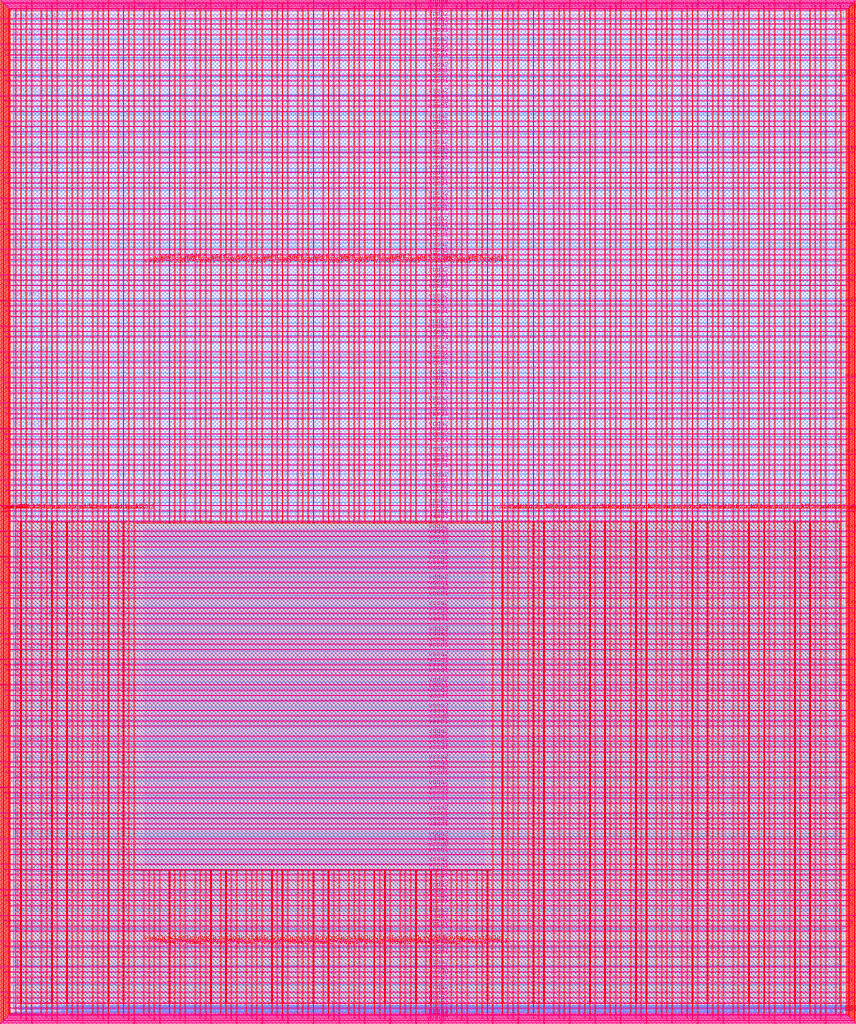
<source format=lef>
VERSION 5.7 ;
  NOWIREEXTENSIONATPIN ON ;
  DIVIDERCHAR "/" ;
  BUSBITCHARS "[]" ;
MACRO user_project_wrapper
  CLASS BLOCK ;
  FOREIGN user_project_wrapper ;
  ORIGIN 0.000 0.000 ;
  SIZE 2920.000 BY 3520.000 ;
  PIN analog_io[0]
    DIRECTION INOUT ;
    USE SIGNAL ;
    PORT
      LAYER met3 ;
        RECT 2917.600 1426.380 2924.800 1427.580 ;
    END
  END analog_io[0]
  PIN analog_io[10]
    DIRECTION INOUT ;
    USE SIGNAL ;
    PORT
      LAYER met2 ;
        RECT 2230.490 3517.600 2231.050 3524.800 ;
    END
  END analog_io[10]
  PIN analog_io[11]
    DIRECTION INOUT ;
    USE SIGNAL ;
    PORT
      LAYER met2 ;
        RECT 1905.730 3517.600 1906.290 3524.800 ;
    END
  END analog_io[11]
  PIN analog_io[12]
    DIRECTION INOUT ;
    USE SIGNAL ;
    PORT
      LAYER met2 ;
        RECT 1581.430 3517.600 1581.990 3524.800 ;
    END
  END analog_io[12]
  PIN analog_io[13]
    DIRECTION INOUT ;
    USE SIGNAL ;
    PORT
      LAYER met2 ;
        RECT 1257.130 3517.600 1257.690 3524.800 ;
    END
  END analog_io[13]
  PIN analog_io[14]
    DIRECTION INOUT ;
    USE SIGNAL ;
    PORT
      LAYER met2 ;
        RECT 932.370 3517.600 932.930 3524.800 ;
    END
  END analog_io[14]
  PIN analog_io[15]
    DIRECTION INOUT ;
    USE SIGNAL ;
    PORT
      LAYER met2 ;
        RECT 608.070 3517.600 608.630 3524.800 ;
    END
  END analog_io[15]
  PIN analog_io[16]
    DIRECTION INOUT ;
    USE SIGNAL ;
    PORT
      LAYER met2 ;
        RECT 283.770 3517.600 284.330 3524.800 ;
    END
  END analog_io[16]
  PIN analog_io[17]
    DIRECTION INOUT ;
    USE SIGNAL ;
    PORT
      LAYER met3 ;
        RECT -4.800 3486.100 2.400 3487.300 ;
    END
  END analog_io[17]
  PIN analog_io[18]
    DIRECTION INOUT ;
    USE SIGNAL ;
    PORT
      LAYER met3 ;
        RECT -4.800 3224.980 2.400 3226.180 ;
    END
  END analog_io[18]
  PIN analog_io[19]
    DIRECTION INOUT ;
    USE SIGNAL ;
    PORT
      LAYER met3 ;
        RECT -4.800 2964.540 2.400 2965.740 ;
    END
  END analog_io[19]
  PIN analog_io[1]
    DIRECTION INOUT ;
    USE SIGNAL ;
    PORT
      LAYER met3 ;
        RECT 2917.600 1692.260 2924.800 1693.460 ;
    END
  END analog_io[1]
  PIN analog_io[20]
    DIRECTION INOUT ;
    USE SIGNAL ;
    PORT
      LAYER met3 ;
        RECT -4.800 2703.420 2.400 2704.620 ;
    END
  END analog_io[20]
  PIN analog_io[21]
    DIRECTION INOUT ;
    USE SIGNAL ;
    PORT
      LAYER met3 ;
        RECT -4.800 2442.980 2.400 2444.180 ;
    END
  END analog_io[21]
  PIN analog_io[22]
    DIRECTION INOUT ;
    USE SIGNAL ;
    PORT
      LAYER met3 ;
        RECT -4.800 2182.540 2.400 2183.740 ;
    END
  END analog_io[22]
  PIN analog_io[23]
    DIRECTION INOUT ;
    USE SIGNAL ;
    PORT
      LAYER met3 ;
        RECT -4.800 1921.420 2.400 1922.620 ;
    END
  END analog_io[23]
  PIN analog_io[24]
    DIRECTION INOUT ;
    USE SIGNAL ;
    PORT
      LAYER met3 ;
        RECT -4.800 1660.980 2.400 1662.180 ;
    END
  END analog_io[24]
  PIN analog_io[25]
    DIRECTION INOUT ;
    USE SIGNAL ;
    PORT
      LAYER met3 ;
        RECT -4.800 1399.860 2.400 1401.060 ;
    END
  END analog_io[25]
  PIN analog_io[26]
    DIRECTION INOUT ;
    USE SIGNAL ;
    PORT
      LAYER met3 ;
        RECT -4.800 1139.420 2.400 1140.620 ;
    END
  END analog_io[26]
  PIN analog_io[27]
    DIRECTION INOUT ;
    USE SIGNAL ;
    PORT
      LAYER met3 ;
        RECT -4.800 878.980 2.400 880.180 ;
    END
  END analog_io[27]
  PIN analog_io[28]
    DIRECTION INOUT ;
    USE SIGNAL ;
    PORT
      LAYER met3 ;
        RECT -4.800 617.860 2.400 619.060 ;
    END
  END analog_io[28]
  PIN analog_io[2]
    DIRECTION INOUT ;
    USE SIGNAL ;
    PORT
      LAYER met3 ;
        RECT 2917.600 1958.140 2924.800 1959.340 ;
    END
  END analog_io[2]
  PIN analog_io[3]
    DIRECTION INOUT ;
    USE SIGNAL ;
    PORT
      LAYER met3 ;
        RECT 2917.600 2223.340 2924.800 2224.540 ;
    END
  END analog_io[3]
  PIN analog_io[4]
    DIRECTION INOUT ;
    USE SIGNAL ;
    PORT
      LAYER met3 ;
        RECT 2917.600 2489.220 2924.800 2490.420 ;
    END
  END analog_io[4]
  PIN analog_io[5]
    DIRECTION INOUT ;
    USE SIGNAL ;
    PORT
      LAYER met3 ;
        RECT 2917.600 2755.100 2924.800 2756.300 ;
    END
  END analog_io[5]
  PIN analog_io[6]
    DIRECTION INOUT ;
    USE SIGNAL ;
    PORT
      LAYER met3 ;
        RECT 2917.600 3020.300 2924.800 3021.500 ;
    END
  END analog_io[6]
  PIN analog_io[7]
    DIRECTION INOUT ;
    USE SIGNAL ;
    PORT
      LAYER met3 ;
        RECT 2917.600 3286.180 2924.800 3287.380 ;
    END
  END analog_io[7]
  PIN analog_io[8]
    DIRECTION INOUT ;
    USE SIGNAL ;
    PORT
      LAYER met2 ;
        RECT 2879.090 3517.600 2879.650 3524.800 ;
    END
  END analog_io[8]
  PIN analog_io[9]
    DIRECTION INOUT ;
    USE SIGNAL ;
    PORT
      LAYER met2 ;
        RECT 2554.790 3517.600 2555.350 3524.800 ;
    END
  END analog_io[9]
  PIN io_in[0]
    DIRECTION INPUT ;
    USE SIGNAL ;
    PORT
      LAYER met3 ;
        RECT 2917.600 32.380 2924.800 33.580 ;
    END
  END io_in[0]
  PIN io_in[10]
    DIRECTION INPUT ;
    USE SIGNAL ;
    PORT
      LAYER met3 ;
        RECT 2917.600 2289.980 2924.800 2291.180 ;
    END
  END io_in[10]
  PIN io_in[11]
    DIRECTION INPUT ;
    USE SIGNAL ;
    PORT
      LAYER met3 ;
        RECT 2917.600 2555.860 2924.800 2557.060 ;
    END
  END io_in[11]
  PIN io_in[12]
    DIRECTION INPUT ;
    USE SIGNAL ;
    PORT
      LAYER met3 ;
        RECT 2917.600 2821.060 2924.800 2822.260 ;
    END
  END io_in[12]
  PIN io_in[13]
    DIRECTION INPUT ;
    USE SIGNAL ;
    PORT
      LAYER met3 ;
        RECT 2917.600 3086.940 2924.800 3088.140 ;
    END
  END io_in[13]
  PIN io_in[14]
    DIRECTION INPUT ;
    USE SIGNAL ;
    PORT
      LAYER met3 ;
        RECT 2917.600 3352.820 2924.800 3354.020 ;
    END
  END io_in[14]
  PIN io_in[15]
    DIRECTION INPUT ;
    USE SIGNAL ;
    PORT
      LAYER met2 ;
        RECT 2798.130 3517.600 2798.690 3524.800 ;
    END
  END io_in[15]
  PIN io_in[16]
    DIRECTION INPUT ;
    USE SIGNAL ;
    PORT
      LAYER met2 ;
        RECT 2473.830 3517.600 2474.390 3524.800 ;
    END
  END io_in[16]
  PIN io_in[17]
    DIRECTION INPUT ;
    USE SIGNAL ;
    PORT
      LAYER met2 ;
        RECT 2149.070 3517.600 2149.630 3524.800 ;
    END
  END io_in[17]
  PIN io_in[18]
    DIRECTION INPUT ;
    USE SIGNAL ;
    PORT
      LAYER met2 ;
        RECT 1824.770 3517.600 1825.330 3524.800 ;
    END
  END io_in[18]
  PIN io_in[19]
    DIRECTION INPUT ;
    USE SIGNAL ;
    PORT
      LAYER met2 ;
        RECT 1500.470 3517.600 1501.030 3524.800 ;
    END
  END io_in[19]
  PIN io_in[1]
    DIRECTION INPUT ;
    USE SIGNAL ;
    PORT
      LAYER met3 ;
        RECT 2917.600 230.940 2924.800 232.140 ;
    END
  END io_in[1]
  PIN io_in[20]
    DIRECTION INPUT ;
    USE SIGNAL ;
    PORT
      LAYER met2 ;
        RECT 1175.710 3517.600 1176.270 3524.800 ;
    END
  END io_in[20]
  PIN io_in[21]
    DIRECTION INPUT ;
    USE SIGNAL ;
    PORT
      LAYER met2 ;
        RECT 851.410 3517.600 851.970 3524.800 ;
    END
  END io_in[21]
  PIN io_in[22]
    DIRECTION INPUT ;
    USE SIGNAL ;
    PORT
      LAYER met2 ;
        RECT 527.110 3517.600 527.670 3524.800 ;
    END
  END io_in[22]
  PIN io_in[23]
    DIRECTION INPUT ;
    USE SIGNAL ;
    PORT
      LAYER met2 ;
        RECT 202.350 3517.600 202.910 3524.800 ;
    END
  END io_in[23]
  PIN io_in[24]
    DIRECTION INPUT ;
    USE SIGNAL ;
    PORT
      LAYER met3 ;
        RECT -4.800 3420.820 2.400 3422.020 ;
    END
  END io_in[24]
  PIN io_in[25]
    DIRECTION INPUT ;
    USE SIGNAL ;
    PORT
      LAYER met3 ;
        RECT -4.800 3159.700 2.400 3160.900 ;
    END
  END io_in[25]
  PIN io_in[26]
    DIRECTION INPUT ;
    USE SIGNAL ;
    PORT
      LAYER met3 ;
        RECT -4.800 2899.260 2.400 2900.460 ;
    END
  END io_in[26]
  PIN io_in[27]
    DIRECTION INPUT ;
    USE SIGNAL ;
    PORT
      LAYER met3 ;
        RECT -4.800 2638.820 2.400 2640.020 ;
    END
  END io_in[27]
  PIN io_in[28]
    DIRECTION INPUT ;
    USE SIGNAL ;
    PORT
      LAYER met3 ;
        RECT -4.800 2377.700 2.400 2378.900 ;
    END
  END io_in[28]
  PIN io_in[29]
    DIRECTION INPUT ;
    USE SIGNAL ;
    PORT
      LAYER met3 ;
        RECT -4.800 2117.260 2.400 2118.460 ;
    END
  END io_in[29]
  PIN io_in[2]
    DIRECTION INPUT ;
    USE SIGNAL ;
    PORT
      LAYER met3 ;
        RECT 2917.600 430.180 2924.800 431.380 ;
    END
  END io_in[2]
  PIN io_in[30]
    DIRECTION INPUT ;
    USE SIGNAL ;
    PORT
      LAYER met3 ;
        RECT -4.800 1856.140 2.400 1857.340 ;
    END
  END io_in[30]
  PIN io_in[31]
    DIRECTION INPUT ;
    USE SIGNAL ;
    PORT
      LAYER met3 ;
        RECT -4.800 1595.700 2.400 1596.900 ;
    END
  END io_in[31]
  PIN io_in[32]
    DIRECTION INPUT ;
    USE SIGNAL ;
    PORT
      LAYER met3 ;
        RECT -4.800 1335.260 2.400 1336.460 ;
    END
  END io_in[32]
  PIN io_in[33]
    DIRECTION INPUT ;
    USE SIGNAL ;
    PORT
      LAYER met3 ;
        RECT -4.800 1074.140 2.400 1075.340 ;
    END
  END io_in[33]
  PIN io_in[34]
    DIRECTION INPUT ;
    USE SIGNAL ;
    PORT
      LAYER met3 ;
        RECT -4.800 813.700 2.400 814.900 ;
    END
  END io_in[34]
  PIN io_in[35]
    DIRECTION INPUT ;
    USE SIGNAL ;
    PORT
      LAYER met3 ;
        RECT -4.800 552.580 2.400 553.780 ;
    END
  END io_in[35]
  PIN io_in[36]
    DIRECTION INPUT ;
    USE SIGNAL ;
    PORT
      LAYER met3 ;
        RECT -4.800 357.420 2.400 358.620 ;
    END
  END io_in[36]
  PIN io_in[37]
    DIRECTION INPUT ;
    USE SIGNAL ;
    PORT
      LAYER met3 ;
        RECT -4.800 161.580 2.400 162.780 ;
    END
  END io_in[37]
  PIN io_in[3]
    DIRECTION INPUT ;
    USE SIGNAL ;
    PORT
      LAYER met3 ;
        RECT 2917.600 629.420 2924.800 630.620 ;
    END
  END io_in[3]
  PIN io_in[4]
    DIRECTION INPUT ;
    USE SIGNAL ;
    PORT
      LAYER met3 ;
        RECT 2917.600 828.660 2924.800 829.860 ;
    END
  END io_in[4]
  PIN io_in[5]
    DIRECTION INPUT ;
    USE SIGNAL ;
    PORT
      LAYER met3 ;
        RECT 2917.600 1027.900 2924.800 1029.100 ;
    END
  END io_in[5]
  PIN io_in[6]
    DIRECTION INPUT ;
    USE SIGNAL ;
    PORT
      LAYER met3 ;
        RECT 2917.600 1227.140 2924.800 1228.340 ;
    END
  END io_in[6]
  PIN io_in[7]
    DIRECTION INPUT ;
    USE SIGNAL ;
    PORT
      LAYER met3 ;
        RECT 2917.600 1493.020 2924.800 1494.220 ;
    END
  END io_in[7]
  PIN io_in[8]
    DIRECTION INPUT ;
    USE SIGNAL ;
    PORT
      LAYER met3 ;
        RECT 2917.600 1758.900 2924.800 1760.100 ;
    END
  END io_in[8]
  PIN io_in[9]
    DIRECTION INPUT ;
    USE SIGNAL ;
    PORT
      LAYER met3 ;
        RECT 2917.600 2024.100 2924.800 2025.300 ;
    END
  END io_in[9]
  PIN io_oeb[0]
    DIRECTION OUTPUT TRISTATE ;
    USE SIGNAL ;
    PORT
      LAYER met3 ;
        RECT 2917.600 164.980 2924.800 166.180 ;
    END
  END io_oeb[0]
  PIN io_oeb[10]
    DIRECTION OUTPUT TRISTATE ;
    USE SIGNAL ;
    PORT
      LAYER met3 ;
        RECT 2917.600 2422.580 2924.800 2423.780 ;
    END
  END io_oeb[10]
  PIN io_oeb[11]
    DIRECTION OUTPUT TRISTATE ;
    USE SIGNAL ;
    PORT
      LAYER met3 ;
        RECT 2917.600 2688.460 2924.800 2689.660 ;
    END
  END io_oeb[11]
  PIN io_oeb[12]
    DIRECTION OUTPUT TRISTATE ;
    USE SIGNAL ;
    PORT
      LAYER met3 ;
        RECT 2917.600 2954.340 2924.800 2955.540 ;
    END
  END io_oeb[12]
  PIN io_oeb[13]
    DIRECTION OUTPUT TRISTATE ;
    USE SIGNAL ;
    PORT
      LAYER met3 ;
        RECT 2917.600 3219.540 2924.800 3220.740 ;
    END
  END io_oeb[13]
  PIN io_oeb[14]
    DIRECTION OUTPUT TRISTATE ;
    USE SIGNAL ;
    PORT
      LAYER met3 ;
        RECT 2917.600 3485.420 2924.800 3486.620 ;
    END
  END io_oeb[14]
  PIN io_oeb[15]
    DIRECTION OUTPUT TRISTATE ;
    USE SIGNAL ;
    PORT
      LAYER met2 ;
        RECT 2635.750 3517.600 2636.310 3524.800 ;
    END
  END io_oeb[15]
  PIN io_oeb[16]
    DIRECTION OUTPUT TRISTATE ;
    USE SIGNAL ;
    PORT
      LAYER met2 ;
        RECT 2311.450 3517.600 2312.010 3524.800 ;
    END
  END io_oeb[16]
  PIN io_oeb[17]
    DIRECTION OUTPUT TRISTATE ;
    USE SIGNAL ;
    PORT
      LAYER met2 ;
        RECT 1987.150 3517.600 1987.710 3524.800 ;
    END
  END io_oeb[17]
  PIN io_oeb[18]
    DIRECTION OUTPUT TRISTATE ;
    USE SIGNAL ;
    PORT
      LAYER met2 ;
        RECT 1662.390 3517.600 1662.950 3524.800 ;
    END
  END io_oeb[18]
  PIN io_oeb[19]
    DIRECTION OUTPUT TRISTATE ;
    USE SIGNAL ;
    PORT
      LAYER met2 ;
        RECT 1338.090 3517.600 1338.650 3524.800 ;
    END
  END io_oeb[19]
  PIN io_oeb[1]
    DIRECTION OUTPUT TRISTATE ;
    USE SIGNAL ;
    PORT
      LAYER met3 ;
        RECT 2917.600 364.220 2924.800 365.420 ;
    END
  END io_oeb[1]
  PIN io_oeb[20]
    DIRECTION OUTPUT TRISTATE ;
    USE SIGNAL ;
    PORT
      LAYER met2 ;
        RECT 1013.790 3517.600 1014.350 3524.800 ;
    END
  END io_oeb[20]
  PIN io_oeb[21]
    DIRECTION OUTPUT TRISTATE ;
    USE SIGNAL ;
    PORT
      LAYER met2 ;
        RECT 689.030 3517.600 689.590 3524.800 ;
    END
  END io_oeb[21]
  PIN io_oeb[22]
    DIRECTION OUTPUT TRISTATE ;
    USE SIGNAL ;
    PORT
      LAYER met2 ;
        RECT 364.730 3517.600 365.290 3524.800 ;
    END
  END io_oeb[22]
  PIN io_oeb[23]
    DIRECTION OUTPUT TRISTATE ;
    USE SIGNAL ;
    PORT
      LAYER met2 ;
        RECT 40.430 3517.600 40.990 3524.800 ;
    END
  END io_oeb[23]
  PIN io_oeb[24]
    DIRECTION OUTPUT TRISTATE ;
    USE SIGNAL ;
    PORT
      LAYER met3 ;
        RECT -4.800 3290.260 2.400 3291.460 ;
    END
  END io_oeb[24]
  PIN io_oeb[25]
    DIRECTION OUTPUT TRISTATE ;
    USE SIGNAL ;
    PORT
      LAYER met3 ;
        RECT -4.800 3029.820 2.400 3031.020 ;
    END
  END io_oeb[25]
  PIN io_oeb[26]
    DIRECTION OUTPUT TRISTATE ;
    USE SIGNAL ;
    PORT
      LAYER met3 ;
        RECT -4.800 2768.700 2.400 2769.900 ;
    END
  END io_oeb[26]
  PIN io_oeb[27]
    DIRECTION OUTPUT TRISTATE ;
    USE SIGNAL ;
    PORT
      LAYER met3 ;
        RECT -4.800 2508.260 2.400 2509.460 ;
    END
  END io_oeb[27]
  PIN io_oeb[28]
    DIRECTION OUTPUT TRISTATE ;
    USE SIGNAL ;
    PORT
      LAYER met3 ;
        RECT -4.800 2247.140 2.400 2248.340 ;
    END
  END io_oeb[28]
  PIN io_oeb[29]
    DIRECTION OUTPUT TRISTATE ;
    USE SIGNAL ;
    PORT
      LAYER met3 ;
        RECT -4.800 1986.700 2.400 1987.900 ;
    END
  END io_oeb[29]
  PIN io_oeb[2]
    DIRECTION OUTPUT TRISTATE ;
    USE SIGNAL ;
    PORT
      LAYER met3 ;
        RECT 2917.600 563.460 2924.800 564.660 ;
    END
  END io_oeb[2]
  PIN io_oeb[30]
    DIRECTION OUTPUT TRISTATE ;
    USE SIGNAL ;
    PORT
      LAYER met3 ;
        RECT -4.800 1726.260 2.400 1727.460 ;
    END
  END io_oeb[30]
  PIN io_oeb[31]
    DIRECTION OUTPUT TRISTATE ;
    USE SIGNAL ;
    PORT
      LAYER met3 ;
        RECT -4.800 1465.140 2.400 1466.340 ;
    END
  END io_oeb[31]
  PIN io_oeb[32]
    DIRECTION OUTPUT TRISTATE ;
    USE SIGNAL ;
    PORT
      LAYER met3 ;
        RECT -4.800 1204.700 2.400 1205.900 ;
    END
  END io_oeb[32]
  PIN io_oeb[33]
    DIRECTION OUTPUT TRISTATE ;
    USE SIGNAL ;
    PORT
      LAYER met3 ;
        RECT -4.800 943.580 2.400 944.780 ;
    END
  END io_oeb[33]
  PIN io_oeb[34]
    DIRECTION OUTPUT TRISTATE ;
    USE SIGNAL ;
    PORT
      LAYER met3 ;
        RECT -4.800 683.140 2.400 684.340 ;
    END
  END io_oeb[34]
  PIN io_oeb[35]
    DIRECTION OUTPUT TRISTATE ;
    USE SIGNAL ;
    PORT
      LAYER met3 ;
        RECT -4.800 422.700 2.400 423.900 ;
    END
  END io_oeb[35]
  PIN io_oeb[36]
    DIRECTION OUTPUT TRISTATE ;
    USE SIGNAL ;
    PORT
      LAYER met3 ;
        RECT -4.800 226.860 2.400 228.060 ;
    END
  END io_oeb[36]
  PIN io_oeb[37]
    DIRECTION OUTPUT TRISTATE ;
    USE SIGNAL ;
    PORT
      LAYER met3 ;
        RECT -4.800 31.700 2.400 32.900 ;
    END
  END io_oeb[37]
  PIN io_oeb[3]
    DIRECTION OUTPUT TRISTATE ;
    USE SIGNAL ;
    PORT
      LAYER met3 ;
        RECT 2917.600 762.700 2924.800 763.900 ;
    END
  END io_oeb[3]
  PIN io_oeb[4]
    DIRECTION OUTPUT TRISTATE ;
    USE SIGNAL ;
    PORT
      LAYER met3 ;
        RECT 2917.600 961.940 2924.800 963.140 ;
    END
  END io_oeb[4]
  PIN io_oeb[5]
    DIRECTION OUTPUT TRISTATE ;
    USE SIGNAL ;
    PORT
      LAYER met3 ;
        RECT 2917.600 1161.180 2924.800 1162.380 ;
    END
  END io_oeb[5]
  PIN io_oeb[6]
    DIRECTION OUTPUT TRISTATE ;
    USE SIGNAL ;
    PORT
      LAYER met3 ;
        RECT 2917.600 1360.420 2924.800 1361.620 ;
    END
  END io_oeb[6]
  PIN io_oeb[7]
    DIRECTION OUTPUT TRISTATE ;
    USE SIGNAL ;
    PORT
      LAYER met3 ;
        RECT 2917.600 1625.620 2924.800 1626.820 ;
    END
  END io_oeb[7]
  PIN io_oeb[8]
    DIRECTION OUTPUT TRISTATE ;
    USE SIGNAL ;
    PORT
      LAYER met3 ;
        RECT 2917.600 1891.500 2924.800 1892.700 ;
    END
  END io_oeb[8]
  PIN io_oeb[9]
    DIRECTION OUTPUT TRISTATE ;
    USE SIGNAL ;
    PORT
      LAYER met3 ;
        RECT 2917.600 2157.380 2924.800 2158.580 ;
    END
  END io_oeb[9]
  PIN io_out[0]
    DIRECTION OUTPUT TRISTATE ;
    USE SIGNAL ;
    PORT
      LAYER met3 ;
        RECT 2917.600 98.340 2924.800 99.540 ;
    END
  END io_out[0]
  PIN io_out[10]
    DIRECTION OUTPUT TRISTATE ;
    USE SIGNAL ;
    PORT
      LAYER met3 ;
        RECT 2917.600 2356.620 2924.800 2357.820 ;
    END
  END io_out[10]
  PIN io_out[11]
    DIRECTION OUTPUT TRISTATE ;
    USE SIGNAL ;
    PORT
      LAYER met3 ;
        RECT 2917.600 2621.820 2924.800 2623.020 ;
    END
  END io_out[11]
  PIN io_out[12]
    DIRECTION OUTPUT TRISTATE ;
    USE SIGNAL ;
    PORT
      LAYER met3 ;
        RECT 2917.600 2887.700 2924.800 2888.900 ;
    END
  END io_out[12]
  PIN io_out[13]
    DIRECTION OUTPUT TRISTATE ;
    USE SIGNAL ;
    PORT
      LAYER met3 ;
        RECT 2917.600 3153.580 2924.800 3154.780 ;
    END
  END io_out[13]
  PIN io_out[14]
    DIRECTION OUTPUT TRISTATE ;
    USE SIGNAL ;
    PORT
      LAYER met3 ;
        RECT 2917.600 3418.780 2924.800 3419.980 ;
    END
  END io_out[14]
  PIN io_out[15]
    DIRECTION OUTPUT TRISTATE ;
    USE SIGNAL ;
    PORT
      LAYER met2 ;
        RECT 2717.170 3517.600 2717.730 3524.800 ;
    END
  END io_out[15]
  PIN io_out[16]
    DIRECTION OUTPUT TRISTATE ;
    USE SIGNAL ;
    PORT
      LAYER met2 ;
        RECT 2392.410 3517.600 2392.970 3524.800 ;
    END
  END io_out[16]
  PIN io_out[17]
    DIRECTION OUTPUT TRISTATE ;
    USE SIGNAL ;
    PORT
      LAYER met2 ;
        RECT 2068.110 3517.600 2068.670 3524.800 ;
    END
  END io_out[17]
  PIN io_out[18]
    DIRECTION OUTPUT TRISTATE ;
    USE SIGNAL ;
    PORT
      LAYER met2 ;
        RECT 1743.810 3517.600 1744.370 3524.800 ;
    END
  END io_out[18]
  PIN io_out[19]
    DIRECTION OUTPUT TRISTATE ;
    USE SIGNAL ;
    PORT
      LAYER met2 ;
        RECT 1419.050 3517.600 1419.610 3524.800 ;
    END
  END io_out[19]
  PIN io_out[1]
    DIRECTION OUTPUT TRISTATE ;
    USE SIGNAL ;
    PORT
      LAYER met3 ;
        RECT 2917.600 297.580 2924.800 298.780 ;
    END
  END io_out[1]
  PIN io_out[20]
    DIRECTION OUTPUT TRISTATE ;
    USE SIGNAL ;
    PORT
      LAYER met2 ;
        RECT 1094.750 3517.600 1095.310 3524.800 ;
    END
  END io_out[20]
  PIN io_out[21]
    DIRECTION OUTPUT TRISTATE ;
    USE SIGNAL ;
    PORT
      LAYER met2 ;
        RECT 770.450 3517.600 771.010 3524.800 ;
    END
  END io_out[21]
  PIN io_out[22]
    DIRECTION OUTPUT TRISTATE ;
    USE SIGNAL ;
    PORT
      LAYER met2 ;
        RECT 445.690 3517.600 446.250 3524.800 ;
    END
  END io_out[22]
  PIN io_out[23]
    DIRECTION OUTPUT TRISTATE ;
    USE SIGNAL ;
    PORT
      LAYER met2 ;
        RECT 121.390 3517.600 121.950 3524.800 ;
    END
  END io_out[23]
  PIN io_out[24]
    DIRECTION OUTPUT TRISTATE ;
    USE SIGNAL ;
    PORT
      LAYER met3 ;
        RECT -4.800 3355.540 2.400 3356.740 ;
    END
  END io_out[24]
  PIN io_out[25]
    DIRECTION OUTPUT TRISTATE ;
    USE SIGNAL ;
    PORT
      LAYER met3 ;
        RECT -4.800 3095.100 2.400 3096.300 ;
    END
  END io_out[25]
  PIN io_out[26]
    DIRECTION OUTPUT TRISTATE ;
    USE SIGNAL ;
    PORT
      LAYER met3 ;
        RECT -4.800 2833.980 2.400 2835.180 ;
    END
  END io_out[26]
  PIN io_out[27]
    DIRECTION OUTPUT TRISTATE ;
    USE SIGNAL ;
    PORT
      LAYER met3 ;
        RECT -4.800 2573.540 2.400 2574.740 ;
    END
  END io_out[27]
  PIN io_out[28]
    DIRECTION OUTPUT TRISTATE ;
    USE SIGNAL ;
    PORT
      LAYER met3 ;
        RECT -4.800 2312.420 2.400 2313.620 ;
    END
  END io_out[28]
  PIN io_out[29]
    DIRECTION OUTPUT TRISTATE ;
    USE SIGNAL ;
    PORT
      LAYER met3 ;
        RECT -4.800 2051.980 2.400 2053.180 ;
    END
  END io_out[29]
  PIN io_out[2]
    DIRECTION OUTPUT TRISTATE ;
    USE SIGNAL ;
    PORT
      LAYER met3 ;
        RECT 2917.600 496.820 2924.800 498.020 ;
    END
  END io_out[2]
  PIN io_out[30]
    DIRECTION OUTPUT TRISTATE ;
    USE SIGNAL ;
    PORT
      LAYER met3 ;
        RECT -4.800 1791.540 2.400 1792.740 ;
    END
  END io_out[30]
  PIN io_out[31]
    DIRECTION OUTPUT TRISTATE ;
    USE SIGNAL ;
    PORT
      LAYER met3 ;
        RECT -4.800 1530.420 2.400 1531.620 ;
    END
  END io_out[31]
  PIN io_out[32]
    DIRECTION OUTPUT TRISTATE ;
    USE SIGNAL ;
    PORT
      LAYER met3 ;
        RECT -4.800 1269.980 2.400 1271.180 ;
    END
  END io_out[32]
  PIN io_out[33]
    DIRECTION OUTPUT TRISTATE ;
    USE SIGNAL ;
    PORT
      LAYER met3 ;
        RECT -4.800 1008.860 2.400 1010.060 ;
    END
  END io_out[33]
  PIN io_out[34]
    DIRECTION OUTPUT TRISTATE ;
    USE SIGNAL ;
    PORT
      LAYER met3 ;
        RECT -4.800 748.420 2.400 749.620 ;
    END
  END io_out[34]
  PIN io_out[35]
    DIRECTION OUTPUT TRISTATE ;
    USE SIGNAL ;
    PORT
      LAYER met3 ;
        RECT -4.800 487.300 2.400 488.500 ;
    END
  END io_out[35]
  PIN io_out[36]
    DIRECTION OUTPUT TRISTATE ;
    USE SIGNAL ;
    PORT
      LAYER met3 ;
        RECT -4.800 292.140 2.400 293.340 ;
    END
  END io_out[36]
  PIN io_out[37]
    DIRECTION OUTPUT TRISTATE ;
    USE SIGNAL ;
    PORT
      LAYER met3 ;
        RECT -4.800 96.300 2.400 97.500 ;
    END
  END io_out[37]
  PIN io_out[3]
    DIRECTION OUTPUT TRISTATE ;
    USE SIGNAL ;
    PORT
      LAYER met3 ;
        RECT 2917.600 696.060 2924.800 697.260 ;
    END
  END io_out[3]
  PIN io_out[4]
    DIRECTION OUTPUT TRISTATE ;
    USE SIGNAL ;
    PORT
      LAYER met3 ;
        RECT 2917.600 895.300 2924.800 896.500 ;
    END
  END io_out[4]
  PIN io_out[5]
    DIRECTION OUTPUT TRISTATE ;
    USE SIGNAL ;
    PORT
      LAYER met3 ;
        RECT 2917.600 1094.540 2924.800 1095.740 ;
    END
  END io_out[5]
  PIN io_out[6]
    DIRECTION OUTPUT TRISTATE ;
    USE SIGNAL ;
    PORT
      LAYER met3 ;
        RECT 2917.600 1293.780 2924.800 1294.980 ;
    END
  END io_out[6]
  PIN io_out[7]
    DIRECTION OUTPUT TRISTATE ;
    USE SIGNAL ;
    PORT
      LAYER met3 ;
        RECT 2917.600 1559.660 2924.800 1560.860 ;
    END
  END io_out[7]
  PIN io_out[8]
    DIRECTION OUTPUT TRISTATE ;
    USE SIGNAL ;
    PORT
      LAYER met3 ;
        RECT 2917.600 1824.860 2924.800 1826.060 ;
    END
  END io_out[8]
  PIN io_out[9]
    DIRECTION OUTPUT TRISTATE ;
    USE SIGNAL ;
    PORT
      LAYER met3 ;
        RECT 2917.600 2090.740 2924.800 2091.940 ;
    END
  END io_out[9]
  PIN la_data_in[0]
    DIRECTION INPUT ;
    USE SIGNAL ;
    PORT
      LAYER met2 ;
        RECT 629.230 -4.800 629.790 2.400 ;
    END
  END la_data_in[0]
  PIN la_data_in[100]
    DIRECTION INPUT ;
    USE SIGNAL ;
    PORT
      LAYER met2 ;
        RECT 2402.530 -4.800 2403.090 2.400 ;
    END
  END la_data_in[100]
  PIN la_data_in[101]
    DIRECTION INPUT ;
    USE SIGNAL ;
    PORT
      LAYER met2 ;
        RECT 2420.010 -4.800 2420.570 2.400 ;
    END
  END la_data_in[101]
  PIN la_data_in[102]
    DIRECTION INPUT ;
    USE SIGNAL ;
    PORT
      LAYER met2 ;
        RECT 2437.950 -4.800 2438.510 2.400 ;
    END
  END la_data_in[102]
  PIN la_data_in[103]
    DIRECTION INPUT ;
    USE SIGNAL ;
    PORT
      LAYER met2 ;
        RECT 2455.430 -4.800 2455.990 2.400 ;
    END
  END la_data_in[103]
  PIN la_data_in[104]
    DIRECTION INPUT ;
    USE SIGNAL ;
    PORT
      LAYER met2 ;
        RECT 2473.370 -4.800 2473.930 2.400 ;
    END
  END la_data_in[104]
  PIN la_data_in[105]
    DIRECTION INPUT ;
    USE SIGNAL ;
    PORT
      LAYER met2 ;
        RECT 2490.850 -4.800 2491.410 2.400 ;
    END
  END la_data_in[105]
  PIN la_data_in[106]
    DIRECTION INPUT ;
    USE SIGNAL ;
    PORT
      LAYER met2 ;
        RECT 2508.790 -4.800 2509.350 2.400 ;
    END
  END la_data_in[106]
  PIN la_data_in[107]
    DIRECTION INPUT ;
    USE SIGNAL ;
    PORT
      LAYER met2 ;
        RECT 2526.730 -4.800 2527.290 2.400 ;
    END
  END la_data_in[107]
  PIN la_data_in[108]
    DIRECTION INPUT ;
    USE SIGNAL ;
    PORT
      LAYER met2 ;
        RECT 2544.210 -4.800 2544.770 2.400 ;
    END
  END la_data_in[108]
  PIN la_data_in[109]
    DIRECTION INPUT ;
    USE SIGNAL ;
    PORT
      LAYER met2 ;
        RECT 2562.150 -4.800 2562.710 2.400 ;
    END
  END la_data_in[109]
  PIN la_data_in[10]
    DIRECTION INPUT ;
    USE SIGNAL ;
    PORT
      LAYER met2 ;
        RECT 806.330 -4.800 806.890 2.400 ;
    END
  END la_data_in[10]
  PIN la_data_in[110]
    DIRECTION INPUT ;
    USE SIGNAL ;
    PORT
      LAYER met2 ;
        RECT 2579.630 -4.800 2580.190 2.400 ;
    END
  END la_data_in[110]
  PIN la_data_in[111]
    DIRECTION INPUT ;
    USE SIGNAL ;
    PORT
      LAYER met2 ;
        RECT 2597.570 -4.800 2598.130 2.400 ;
    END
  END la_data_in[111]
  PIN la_data_in[112]
    DIRECTION INPUT ;
    USE SIGNAL ;
    PORT
      LAYER met2 ;
        RECT 2615.050 -4.800 2615.610 2.400 ;
    END
  END la_data_in[112]
  PIN la_data_in[113]
    DIRECTION INPUT ;
    USE SIGNAL ;
    PORT
      LAYER met2 ;
        RECT 2632.990 -4.800 2633.550 2.400 ;
    END
  END la_data_in[113]
  PIN la_data_in[114]
    DIRECTION INPUT ;
    USE SIGNAL ;
    PORT
      LAYER met2 ;
        RECT 2650.470 -4.800 2651.030 2.400 ;
    END
  END la_data_in[114]
  PIN la_data_in[115]
    DIRECTION INPUT ;
    USE SIGNAL ;
    PORT
      LAYER met2 ;
        RECT 2668.410 -4.800 2668.970 2.400 ;
    END
  END la_data_in[115]
  PIN la_data_in[116]
    DIRECTION INPUT ;
    USE SIGNAL ;
    PORT
      LAYER met2 ;
        RECT 2685.890 -4.800 2686.450 2.400 ;
    END
  END la_data_in[116]
  PIN la_data_in[117]
    DIRECTION INPUT ;
    USE SIGNAL ;
    PORT
      LAYER met2 ;
        RECT 2703.830 -4.800 2704.390 2.400 ;
    END
  END la_data_in[117]
  PIN la_data_in[118]
    DIRECTION INPUT ;
    USE SIGNAL ;
    PORT
      LAYER met2 ;
        RECT 2721.770 -4.800 2722.330 2.400 ;
    END
  END la_data_in[118]
  PIN la_data_in[119]
    DIRECTION INPUT ;
    USE SIGNAL ;
    PORT
      LAYER met2 ;
        RECT 2739.250 -4.800 2739.810 2.400 ;
    END
  END la_data_in[119]
  PIN la_data_in[11]
    DIRECTION INPUT ;
    USE SIGNAL ;
    PORT
      LAYER met2 ;
        RECT 824.270 -4.800 824.830 2.400 ;
    END
  END la_data_in[11]
  PIN la_data_in[120]
    DIRECTION INPUT ;
    USE SIGNAL ;
    PORT
      LAYER met2 ;
        RECT 2757.190 -4.800 2757.750 2.400 ;
    END
  END la_data_in[120]
  PIN la_data_in[121]
    DIRECTION INPUT ;
    USE SIGNAL ;
    PORT
      LAYER met2 ;
        RECT 2774.670 -4.800 2775.230 2.400 ;
    END
  END la_data_in[121]
  PIN la_data_in[122]
    DIRECTION INPUT ;
    USE SIGNAL ;
    PORT
      LAYER met2 ;
        RECT 2792.610 -4.800 2793.170 2.400 ;
    END
  END la_data_in[122]
  PIN la_data_in[123]
    DIRECTION INPUT ;
    USE SIGNAL ;
    PORT
      LAYER met2 ;
        RECT 2810.090 -4.800 2810.650 2.400 ;
    END
  END la_data_in[123]
  PIN la_data_in[124]
    DIRECTION INPUT ;
    USE SIGNAL ;
    PORT
      LAYER met2 ;
        RECT 2828.030 -4.800 2828.590 2.400 ;
    END
  END la_data_in[124]
  PIN la_data_in[125]
    DIRECTION INPUT ;
    USE SIGNAL ;
    PORT
      LAYER met2 ;
        RECT 2845.510 -4.800 2846.070 2.400 ;
    END
  END la_data_in[125]
  PIN la_data_in[126]
    DIRECTION INPUT ;
    USE SIGNAL ;
    PORT
      LAYER met2 ;
        RECT 2863.450 -4.800 2864.010 2.400 ;
    END
  END la_data_in[126]
  PIN la_data_in[127]
    DIRECTION INPUT ;
    USE SIGNAL ;
    PORT
      LAYER met2 ;
        RECT 2881.390 -4.800 2881.950 2.400 ;
    END
  END la_data_in[127]
  PIN la_data_in[12]
    DIRECTION INPUT ;
    USE SIGNAL ;
    PORT
      LAYER met2 ;
        RECT 841.750 -4.800 842.310 2.400 ;
    END
  END la_data_in[12]
  PIN la_data_in[13]
    DIRECTION INPUT ;
    USE SIGNAL ;
    PORT
      LAYER met2 ;
        RECT 859.690 -4.800 860.250 2.400 ;
    END
  END la_data_in[13]
  PIN la_data_in[14]
    DIRECTION INPUT ;
    USE SIGNAL ;
    PORT
      LAYER met2 ;
        RECT 877.170 -4.800 877.730 2.400 ;
    END
  END la_data_in[14]
  PIN la_data_in[15]
    DIRECTION INPUT ;
    USE SIGNAL ;
    PORT
      LAYER met2 ;
        RECT 895.110 -4.800 895.670 2.400 ;
    END
  END la_data_in[15]
  PIN la_data_in[16]
    DIRECTION INPUT ;
    USE SIGNAL ;
    PORT
      LAYER met2 ;
        RECT 912.590 -4.800 913.150 2.400 ;
    END
  END la_data_in[16]
  PIN la_data_in[17]
    DIRECTION INPUT ;
    USE SIGNAL ;
    PORT
      LAYER met2 ;
        RECT 930.530 -4.800 931.090 2.400 ;
    END
  END la_data_in[17]
  PIN la_data_in[18]
    DIRECTION INPUT ;
    USE SIGNAL ;
    PORT
      LAYER met2 ;
        RECT 948.470 -4.800 949.030 2.400 ;
    END
  END la_data_in[18]
  PIN la_data_in[19]
    DIRECTION INPUT ;
    USE SIGNAL ;
    PORT
      LAYER met2 ;
        RECT 965.950 -4.800 966.510 2.400 ;
    END
  END la_data_in[19]
  PIN la_data_in[1]
    DIRECTION INPUT ;
    USE SIGNAL ;
    PORT
      LAYER met2 ;
        RECT 646.710 -4.800 647.270 2.400 ;
    END
  END la_data_in[1]
  PIN la_data_in[20]
    DIRECTION INPUT ;
    USE SIGNAL ;
    PORT
      LAYER met2 ;
        RECT 983.890 -4.800 984.450 2.400 ;
    END
  END la_data_in[20]
  PIN la_data_in[21]
    DIRECTION INPUT ;
    USE SIGNAL ;
    PORT
      LAYER met2 ;
        RECT 1001.370 -4.800 1001.930 2.400 ;
    END
  END la_data_in[21]
  PIN la_data_in[22]
    DIRECTION INPUT ;
    USE SIGNAL ;
    PORT
      LAYER met2 ;
        RECT 1019.310 -4.800 1019.870 2.400 ;
    END
  END la_data_in[22]
  PIN la_data_in[23]
    DIRECTION INPUT ;
    USE SIGNAL ;
    PORT
      LAYER met2 ;
        RECT 1036.790 -4.800 1037.350 2.400 ;
    END
  END la_data_in[23]
  PIN la_data_in[24]
    DIRECTION INPUT ;
    USE SIGNAL ;
    PORT
      LAYER met2 ;
        RECT 1054.730 -4.800 1055.290 2.400 ;
    END
  END la_data_in[24]
  PIN la_data_in[25]
    DIRECTION INPUT ;
    USE SIGNAL ;
    PORT
      LAYER met2 ;
        RECT 1072.210 -4.800 1072.770 2.400 ;
    END
  END la_data_in[25]
  PIN la_data_in[26]
    DIRECTION INPUT ;
    USE SIGNAL ;
    PORT
      LAYER met2 ;
        RECT 1090.150 -4.800 1090.710 2.400 ;
    END
  END la_data_in[26]
  PIN la_data_in[27]
    DIRECTION INPUT ;
    USE SIGNAL ;
    PORT
      LAYER met2 ;
        RECT 1107.630 -4.800 1108.190 2.400 ;
    END
  END la_data_in[27]
  PIN la_data_in[28]
    DIRECTION INPUT ;
    USE SIGNAL ;
    PORT
      LAYER met2 ;
        RECT 1125.570 -4.800 1126.130 2.400 ;
    END
  END la_data_in[28]
  PIN la_data_in[29]
    DIRECTION INPUT ;
    USE SIGNAL ;
    PORT
      LAYER met2 ;
        RECT 1143.510 -4.800 1144.070 2.400 ;
    END
  END la_data_in[29]
  PIN la_data_in[2]
    DIRECTION INPUT ;
    USE SIGNAL ;
    PORT
      LAYER met2 ;
        RECT 664.650 -4.800 665.210 2.400 ;
    END
  END la_data_in[2]
  PIN la_data_in[30]
    DIRECTION INPUT ;
    USE SIGNAL ;
    PORT
      LAYER met2 ;
        RECT 1160.990 -4.800 1161.550 2.400 ;
    END
  END la_data_in[30]
  PIN la_data_in[31]
    DIRECTION INPUT ;
    USE SIGNAL ;
    PORT
      LAYER met2 ;
        RECT 1178.930 -4.800 1179.490 2.400 ;
    END
  END la_data_in[31]
  PIN la_data_in[32]
    DIRECTION INPUT ;
    USE SIGNAL ;
    PORT
      LAYER met2 ;
        RECT 1196.410 -4.800 1196.970 2.400 ;
    END
  END la_data_in[32]
  PIN la_data_in[33]
    DIRECTION INPUT ;
    USE SIGNAL ;
    PORT
      LAYER met2 ;
        RECT 1214.350 -4.800 1214.910 2.400 ;
    END
  END la_data_in[33]
  PIN la_data_in[34]
    DIRECTION INPUT ;
    USE SIGNAL ;
    PORT
      LAYER met2 ;
        RECT 1231.830 -4.800 1232.390 2.400 ;
    END
  END la_data_in[34]
  PIN la_data_in[35]
    DIRECTION INPUT ;
    USE SIGNAL ;
    PORT
      LAYER met2 ;
        RECT 1249.770 -4.800 1250.330 2.400 ;
    END
  END la_data_in[35]
  PIN la_data_in[36]
    DIRECTION INPUT ;
    USE SIGNAL ;
    PORT
      LAYER met2 ;
        RECT 1267.250 -4.800 1267.810 2.400 ;
    END
  END la_data_in[36]
  PIN la_data_in[37]
    DIRECTION INPUT ;
    USE SIGNAL ;
    PORT
      LAYER met2 ;
        RECT 1285.190 -4.800 1285.750 2.400 ;
    END
  END la_data_in[37]
  PIN la_data_in[38]
    DIRECTION INPUT ;
    USE SIGNAL ;
    PORT
      LAYER met2 ;
        RECT 1303.130 -4.800 1303.690 2.400 ;
    END
  END la_data_in[38]
  PIN la_data_in[39]
    DIRECTION INPUT ;
    USE SIGNAL ;
    PORT
      LAYER met2 ;
        RECT 1320.610 -4.800 1321.170 2.400 ;
    END
  END la_data_in[39]
  PIN la_data_in[3]
    DIRECTION INPUT ;
    USE SIGNAL ;
    PORT
      LAYER met2 ;
        RECT 682.130 -4.800 682.690 2.400 ;
    END
  END la_data_in[3]
  PIN la_data_in[40]
    DIRECTION INPUT ;
    USE SIGNAL ;
    PORT
      LAYER met2 ;
        RECT 1338.550 -4.800 1339.110 2.400 ;
    END
  END la_data_in[40]
  PIN la_data_in[41]
    DIRECTION INPUT ;
    USE SIGNAL ;
    PORT
      LAYER met2 ;
        RECT 1356.030 -4.800 1356.590 2.400 ;
    END
  END la_data_in[41]
  PIN la_data_in[42]
    DIRECTION INPUT ;
    USE SIGNAL ;
    PORT
      LAYER met2 ;
        RECT 1373.970 -4.800 1374.530 2.400 ;
    END
  END la_data_in[42]
  PIN la_data_in[43]
    DIRECTION INPUT ;
    USE SIGNAL ;
    PORT
      LAYER met2 ;
        RECT 1391.450 -4.800 1392.010 2.400 ;
    END
  END la_data_in[43]
  PIN la_data_in[44]
    DIRECTION INPUT ;
    USE SIGNAL ;
    PORT
      LAYER met2 ;
        RECT 1409.390 -4.800 1409.950 2.400 ;
    END
  END la_data_in[44]
  PIN la_data_in[45]
    DIRECTION INPUT ;
    USE SIGNAL ;
    PORT
      LAYER met2 ;
        RECT 1426.870 -4.800 1427.430 2.400 ;
    END
  END la_data_in[45]
  PIN la_data_in[46]
    DIRECTION INPUT ;
    USE SIGNAL ;
    PORT
      LAYER met2 ;
        RECT 1444.810 -4.800 1445.370 2.400 ;
    END
  END la_data_in[46]
  PIN la_data_in[47]
    DIRECTION INPUT ;
    USE SIGNAL ;
    PORT
      LAYER met2 ;
        RECT 1462.750 -4.800 1463.310 2.400 ;
    END
  END la_data_in[47]
  PIN la_data_in[48]
    DIRECTION INPUT ;
    USE SIGNAL ;
    PORT
      LAYER met2 ;
        RECT 1480.230 -4.800 1480.790 2.400 ;
    END
  END la_data_in[48]
  PIN la_data_in[49]
    DIRECTION INPUT ;
    USE SIGNAL ;
    PORT
      LAYER met2 ;
        RECT 1498.170 -4.800 1498.730 2.400 ;
    END
  END la_data_in[49]
  PIN la_data_in[4]
    DIRECTION INPUT ;
    USE SIGNAL ;
    PORT
      LAYER met2 ;
        RECT 700.070 -4.800 700.630 2.400 ;
    END
  END la_data_in[4]
  PIN la_data_in[50]
    DIRECTION INPUT ;
    USE SIGNAL ;
    PORT
      LAYER met2 ;
        RECT 1515.650 -4.800 1516.210 2.400 ;
    END
  END la_data_in[50]
  PIN la_data_in[51]
    DIRECTION INPUT ;
    USE SIGNAL ;
    PORT
      LAYER met2 ;
        RECT 1533.590 -4.800 1534.150 2.400 ;
    END
  END la_data_in[51]
  PIN la_data_in[52]
    DIRECTION INPUT ;
    USE SIGNAL ;
    PORT
      LAYER met2 ;
        RECT 1551.070 -4.800 1551.630 2.400 ;
    END
  END la_data_in[52]
  PIN la_data_in[53]
    DIRECTION INPUT ;
    USE SIGNAL ;
    PORT
      LAYER met2 ;
        RECT 1569.010 -4.800 1569.570 2.400 ;
    END
  END la_data_in[53]
  PIN la_data_in[54]
    DIRECTION INPUT ;
    USE SIGNAL ;
    PORT
      LAYER met2 ;
        RECT 1586.490 -4.800 1587.050 2.400 ;
    END
  END la_data_in[54]
  PIN la_data_in[55]
    DIRECTION INPUT ;
    USE SIGNAL ;
    PORT
      LAYER met2 ;
        RECT 1604.430 -4.800 1604.990 2.400 ;
    END
  END la_data_in[55]
  PIN la_data_in[56]
    DIRECTION INPUT ;
    USE SIGNAL ;
    PORT
      LAYER met2 ;
        RECT 1621.910 -4.800 1622.470 2.400 ;
    END
  END la_data_in[56]
  PIN la_data_in[57]
    DIRECTION INPUT ;
    USE SIGNAL ;
    PORT
      LAYER met2 ;
        RECT 1639.850 -4.800 1640.410 2.400 ;
    END
  END la_data_in[57]
  PIN la_data_in[58]
    DIRECTION INPUT ;
    USE SIGNAL ;
    PORT
      LAYER met2 ;
        RECT 1657.790 -4.800 1658.350 2.400 ;
    END
  END la_data_in[58]
  PIN la_data_in[59]
    DIRECTION INPUT ;
    USE SIGNAL ;
    PORT
      LAYER met2 ;
        RECT 1675.270 -4.800 1675.830 2.400 ;
    END
  END la_data_in[59]
  PIN la_data_in[5]
    DIRECTION INPUT ;
    USE SIGNAL ;
    PORT
      LAYER met2 ;
        RECT 717.550 -4.800 718.110 2.400 ;
    END
  END la_data_in[5]
  PIN la_data_in[60]
    DIRECTION INPUT ;
    USE SIGNAL ;
    PORT
      LAYER met2 ;
        RECT 1693.210 -4.800 1693.770 2.400 ;
    END
  END la_data_in[60]
  PIN la_data_in[61]
    DIRECTION INPUT ;
    USE SIGNAL ;
    PORT
      LAYER met2 ;
        RECT 1710.690 -4.800 1711.250 2.400 ;
    END
  END la_data_in[61]
  PIN la_data_in[62]
    DIRECTION INPUT ;
    USE SIGNAL ;
    PORT
      LAYER met2 ;
        RECT 1728.630 -4.800 1729.190 2.400 ;
    END
  END la_data_in[62]
  PIN la_data_in[63]
    DIRECTION INPUT ;
    USE SIGNAL ;
    PORT
      LAYER met2 ;
        RECT 1746.110 -4.800 1746.670 2.400 ;
    END
  END la_data_in[63]
  PIN la_data_in[64]
    DIRECTION INPUT ;
    USE SIGNAL ;
    PORT
      LAYER met2 ;
        RECT 1764.050 -4.800 1764.610 2.400 ;
    END
  END la_data_in[64]
  PIN la_data_in[65]
    DIRECTION INPUT ;
    USE SIGNAL ;
    PORT
      LAYER met2 ;
        RECT 1781.530 -4.800 1782.090 2.400 ;
    END
  END la_data_in[65]
  PIN la_data_in[66]
    DIRECTION INPUT ;
    USE SIGNAL ;
    PORT
      LAYER met2 ;
        RECT 1799.470 -4.800 1800.030 2.400 ;
    END
  END la_data_in[66]
  PIN la_data_in[67]
    DIRECTION INPUT ;
    USE SIGNAL ;
    PORT
      LAYER met2 ;
        RECT 1817.410 -4.800 1817.970 2.400 ;
    END
  END la_data_in[67]
  PIN la_data_in[68]
    DIRECTION INPUT ;
    USE SIGNAL ;
    PORT
      LAYER met2 ;
        RECT 1834.890 -4.800 1835.450 2.400 ;
    END
  END la_data_in[68]
  PIN la_data_in[69]
    DIRECTION INPUT ;
    USE SIGNAL ;
    PORT
      LAYER met2 ;
        RECT 1852.830 -4.800 1853.390 2.400 ;
    END
  END la_data_in[69]
  PIN la_data_in[6]
    DIRECTION INPUT ;
    USE SIGNAL ;
    PORT
      LAYER met2 ;
        RECT 735.490 -4.800 736.050 2.400 ;
    END
  END la_data_in[6]
  PIN la_data_in[70]
    DIRECTION INPUT ;
    USE SIGNAL ;
    PORT
      LAYER met2 ;
        RECT 1870.310 -4.800 1870.870 2.400 ;
    END
  END la_data_in[70]
  PIN la_data_in[71]
    DIRECTION INPUT ;
    USE SIGNAL ;
    PORT
      LAYER met2 ;
        RECT 1888.250 -4.800 1888.810 2.400 ;
    END
  END la_data_in[71]
  PIN la_data_in[72]
    DIRECTION INPUT ;
    USE SIGNAL ;
    PORT
      LAYER met2 ;
        RECT 1905.730 -4.800 1906.290 2.400 ;
    END
  END la_data_in[72]
  PIN la_data_in[73]
    DIRECTION INPUT ;
    USE SIGNAL ;
    PORT
      LAYER met2 ;
        RECT 1923.670 -4.800 1924.230 2.400 ;
    END
  END la_data_in[73]
  PIN la_data_in[74]
    DIRECTION INPUT ;
    USE SIGNAL ;
    PORT
      LAYER met2 ;
        RECT 1941.150 -4.800 1941.710 2.400 ;
    END
  END la_data_in[74]
  PIN la_data_in[75]
    DIRECTION INPUT ;
    USE SIGNAL ;
    PORT
      LAYER met2 ;
        RECT 1959.090 -4.800 1959.650 2.400 ;
    END
  END la_data_in[75]
  PIN la_data_in[76]
    DIRECTION INPUT ;
    USE SIGNAL ;
    PORT
      LAYER met2 ;
        RECT 1976.570 -4.800 1977.130 2.400 ;
    END
  END la_data_in[76]
  PIN la_data_in[77]
    DIRECTION INPUT ;
    USE SIGNAL ;
    PORT
      LAYER met2 ;
        RECT 1994.510 -4.800 1995.070 2.400 ;
    END
  END la_data_in[77]
  PIN la_data_in[78]
    DIRECTION INPUT ;
    USE SIGNAL ;
    PORT
      LAYER met2 ;
        RECT 2012.450 -4.800 2013.010 2.400 ;
    END
  END la_data_in[78]
  PIN la_data_in[79]
    DIRECTION INPUT ;
    USE SIGNAL ;
    PORT
      LAYER met2 ;
        RECT 2029.930 -4.800 2030.490 2.400 ;
    END
  END la_data_in[79]
  PIN la_data_in[7]
    DIRECTION INPUT ;
    USE SIGNAL ;
    PORT
      LAYER met2 ;
        RECT 752.970 -4.800 753.530 2.400 ;
    END
  END la_data_in[7]
  PIN la_data_in[80]
    DIRECTION INPUT ;
    USE SIGNAL ;
    PORT
      LAYER met2 ;
        RECT 2047.870 -4.800 2048.430 2.400 ;
    END
  END la_data_in[80]
  PIN la_data_in[81]
    DIRECTION INPUT ;
    USE SIGNAL ;
    PORT
      LAYER met2 ;
        RECT 2065.350 -4.800 2065.910 2.400 ;
    END
  END la_data_in[81]
  PIN la_data_in[82]
    DIRECTION INPUT ;
    USE SIGNAL ;
    PORT
      LAYER met2 ;
        RECT 2083.290 -4.800 2083.850 2.400 ;
    END
  END la_data_in[82]
  PIN la_data_in[83]
    DIRECTION INPUT ;
    USE SIGNAL ;
    PORT
      LAYER met2 ;
        RECT 2100.770 -4.800 2101.330 2.400 ;
    END
  END la_data_in[83]
  PIN la_data_in[84]
    DIRECTION INPUT ;
    USE SIGNAL ;
    PORT
      LAYER met2 ;
        RECT 2118.710 -4.800 2119.270 2.400 ;
    END
  END la_data_in[84]
  PIN la_data_in[85]
    DIRECTION INPUT ;
    USE SIGNAL ;
    PORT
      LAYER met2 ;
        RECT 2136.190 -4.800 2136.750 2.400 ;
    END
  END la_data_in[85]
  PIN la_data_in[86]
    DIRECTION INPUT ;
    USE SIGNAL ;
    PORT
      LAYER met2 ;
        RECT 2154.130 -4.800 2154.690 2.400 ;
    END
  END la_data_in[86]
  PIN la_data_in[87]
    DIRECTION INPUT ;
    USE SIGNAL ;
    PORT
      LAYER met2 ;
        RECT 2172.070 -4.800 2172.630 2.400 ;
    END
  END la_data_in[87]
  PIN la_data_in[88]
    DIRECTION INPUT ;
    USE SIGNAL ;
    PORT
      LAYER met2 ;
        RECT 2189.550 -4.800 2190.110 2.400 ;
    END
  END la_data_in[88]
  PIN la_data_in[89]
    DIRECTION INPUT ;
    USE SIGNAL ;
    PORT
      LAYER met2 ;
        RECT 2207.490 -4.800 2208.050 2.400 ;
    END
  END la_data_in[89]
  PIN la_data_in[8]
    DIRECTION INPUT ;
    USE SIGNAL ;
    PORT
      LAYER met2 ;
        RECT 770.910 -4.800 771.470 2.400 ;
    END
  END la_data_in[8]
  PIN la_data_in[90]
    DIRECTION INPUT ;
    USE SIGNAL ;
    PORT
      LAYER met2 ;
        RECT 2224.970 -4.800 2225.530 2.400 ;
    END
  END la_data_in[90]
  PIN la_data_in[91]
    DIRECTION INPUT ;
    USE SIGNAL ;
    PORT
      LAYER met2 ;
        RECT 2242.910 -4.800 2243.470 2.400 ;
    END
  END la_data_in[91]
  PIN la_data_in[92]
    DIRECTION INPUT ;
    USE SIGNAL ;
    PORT
      LAYER met2 ;
        RECT 2260.390 -4.800 2260.950 2.400 ;
    END
  END la_data_in[92]
  PIN la_data_in[93]
    DIRECTION INPUT ;
    USE SIGNAL ;
    PORT
      LAYER met2 ;
        RECT 2278.330 -4.800 2278.890 2.400 ;
    END
  END la_data_in[93]
  PIN la_data_in[94]
    DIRECTION INPUT ;
    USE SIGNAL ;
    PORT
      LAYER met2 ;
        RECT 2295.810 -4.800 2296.370 2.400 ;
    END
  END la_data_in[94]
  PIN la_data_in[95]
    DIRECTION INPUT ;
    USE SIGNAL ;
    PORT
      LAYER met2 ;
        RECT 2313.750 -4.800 2314.310 2.400 ;
    END
  END la_data_in[95]
  PIN la_data_in[96]
    DIRECTION INPUT ;
    USE SIGNAL ;
    PORT
      LAYER met2 ;
        RECT 2331.230 -4.800 2331.790 2.400 ;
    END
  END la_data_in[96]
  PIN la_data_in[97]
    DIRECTION INPUT ;
    USE SIGNAL ;
    PORT
      LAYER met2 ;
        RECT 2349.170 -4.800 2349.730 2.400 ;
    END
  END la_data_in[97]
  PIN la_data_in[98]
    DIRECTION INPUT ;
    USE SIGNAL ;
    PORT
      LAYER met2 ;
        RECT 2367.110 -4.800 2367.670 2.400 ;
    END
  END la_data_in[98]
  PIN la_data_in[99]
    DIRECTION INPUT ;
    USE SIGNAL ;
    PORT
      LAYER met2 ;
        RECT 2384.590 -4.800 2385.150 2.400 ;
    END
  END la_data_in[99]
  PIN la_data_in[9]
    DIRECTION INPUT ;
    USE SIGNAL ;
    PORT
      LAYER met2 ;
        RECT 788.850 -4.800 789.410 2.400 ;
    END
  END la_data_in[9]
  PIN la_data_out[0]
    DIRECTION OUTPUT TRISTATE ;
    USE SIGNAL ;
    PORT
      LAYER met2 ;
        RECT 634.750 -4.800 635.310 2.400 ;
    END
  END la_data_out[0]
  PIN la_data_out[100]
    DIRECTION OUTPUT TRISTATE ;
    USE SIGNAL ;
    PORT
      LAYER met2 ;
        RECT 2408.510 -4.800 2409.070 2.400 ;
    END
  END la_data_out[100]
  PIN la_data_out[101]
    DIRECTION OUTPUT TRISTATE ;
    USE SIGNAL ;
    PORT
      LAYER met2 ;
        RECT 2425.990 -4.800 2426.550 2.400 ;
    END
  END la_data_out[101]
  PIN la_data_out[102]
    DIRECTION OUTPUT TRISTATE ;
    USE SIGNAL ;
    PORT
      LAYER met2 ;
        RECT 2443.930 -4.800 2444.490 2.400 ;
    END
  END la_data_out[102]
  PIN la_data_out[103]
    DIRECTION OUTPUT TRISTATE ;
    USE SIGNAL ;
    PORT
      LAYER met2 ;
        RECT 2461.410 -4.800 2461.970 2.400 ;
    END
  END la_data_out[103]
  PIN la_data_out[104]
    DIRECTION OUTPUT TRISTATE ;
    USE SIGNAL ;
    PORT
      LAYER met2 ;
        RECT 2479.350 -4.800 2479.910 2.400 ;
    END
  END la_data_out[104]
  PIN la_data_out[105]
    DIRECTION OUTPUT TRISTATE ;
    USE SIGNAL ;
    PORT
      LAYER met2 ;
        RECT 2496.830 -4.800 2497.390 2.400 ;
    END
  END la_data_out[105]
  PIN la_data_out[106]
    DIRECTION OUTPUT TRISTATE ;
    USE SIGNAL ;
    PORT
      LAYER met2 ;
        RECT 2514.770 -4.800 2515.330 2.400 ;
    END
  END la_data_out[106]
  PIN la_data_out[107]
    DIRECTION OUTPUT TRISTATE ;
    USE SIGNAL ;
    PORT
      LAYER met2 ;
        RECT 2532.250 -4.800 2532.810 2.400 ;
    END
  END la_data_out[107]
  PIN la_data_out[108]
    DIRECTION OUTPUT TRISTATE ;
    USE SIGNAL ;
    PORT
      LAYER met2 ;
        RECT 2550.190 -4.800 2550.750 2.400 ;
    END
  END la_data_out[108]
  PIN la_data_out[109]
    DIRECTION OUTPUT TRISTATE ;
    USE SIGNAL ;
    PORT
      LAYER met2 ;
        RECT 2567.670 -4.800 2568.230 2.400 ;
    END
  END la_data_out[109]
  PIN la_data_out[10]
    DIRECTION OUTPUT TRISTATE ;
    USE SIGNAL ;
    PORT
      LAYER met2 ;
        RECT 812.310 -4.800 812.870 2.400 ;
    END
  END la_data_out[10]
  PIN la_data_out[110]
    DIRECTION OUTPUT TRISTATE ;
    USE SIGNAL ;
    PORT
      LAYER met2 ;
        RECT 2585.610 -4.800 2586.170 2.400 ;
    END
  END la_data_out[110]
  PIN la_data_out[111]
    DIRECTION OUTPUT TRISTATE ;
    USE SIGNAL ;
    PORT
      LAYER met2 ;
        RECT 2603.550 -4.800 2604.110 2.400 ;
    END
  END la_data_out[111]
  PIN la_data_out[112]
    DIRECTION OUTPUT TRISTATE ;
    USE SIGNAL ;
    PORT
      LAYER met2 ;
        RECT 2621.030 -4.800 2621.590 2.400 ;
    END
  END la_data_out[112]
  PIN la_data_out[113]
    DIRECTION OUTPUT TRISTATE ;
    USE SIGNAL ;
    PORT
      LAYER met2 ;
        RECT 2638.970 -4.800 2639.530 2.400 ;
    END
  END la_data_out[113]
  PIN la_data_out[114]
    DIRECTION OUTPUT TRISTATE ;
    USE SIGNAL ;
    PORT
      LAYER met2 ;
        RECT 2656.450 -4.800 2657.010 2.400 ;
    END
  END la_data_out[114]
  PIN la_data_out[115]
    DIRECTION OUTPUT TRISTATE ;
    USE SIGNAL ;
    PORT
      LAYER met2 ;
        RECT 2674.390 -4.800 2674.950 2.400 ;
    END
  END la_data_out[115]
  PIN la_data_out[116]
    DIRECTION OUTPUT TRISTATE ;
    USE SIGNAL ;
    PORT
      LAYER met2 ;
        RECT 2691.870 -4.800 2692.430 2.400 ;
    END
  END la_data_out[116]
  PIN la_data_out[117]
    DIRECTION OUTPUT TRISTATE ;
    USE SIGNAL ;
    PORT
      LAYER met2 ;
        RECT 2709.810 -4.800 2710.370 2.400 ;
    END
  END la_data_out[117]
  PIN la_data_out[118]
    DIRECTION OUTPUT TRISTATE ;
    USE SIGNAL ;
    PORT
      LAYER met2 ;
        RECT 2727.290 -4.800 2727.850 2.400 ;
    END
  END la_data_out[118]
  PIN la_data_out[119]
    DIRECTION OUTPUT TRISTATE ;
    USE SIGNAL ;
    PORT
      LAYER met2 ;
        RECT 2745.230 -4.800 2745.790 2.400 ;
    END
  END la_data_out[119]
  PIN la_data_out[11]
    DIRECTION OUTPUT TRISTATE ;
    USE SIGNAL ;
    PORT
      LAYER met2 ;
        RECT 830.250 -4.800 830.810 2.400 ;
    END
  END la_data_out[11]
  PIN la_data_out[120]
    DIRECTION OUTPUT TRISTATE ;
    USE SIGNAL ;
    PORT
      LAYER met2 ;
        RECT 2763.170 -4.800 2763.730 2.400 ;
    END
  END la_data_out[120]
  PIN la_data_out[121]
    DIRECTION OUTPUT TRISTATE ;
    USE SIGNAL ;
    PORT
      LAYER met2 ;
        RECT 2780.650 -4.800 2781.210 2.400 ;
    END
  END la_data_out[121]
  PIN la_data_out[122]
    DIRECTION OUTPUT TRISTATE ;
    USE SIGNAL ;
    PORT
      LAYER met2 ;
        RECT 2798.590 -4.800 2799.150 2.400 ;
    END
  END la_data_out[122]
  PIN la_data_out[123]
    DIRECTION OUTPUT TRISTATE ;
    USE SIGNAL ;
    PORT
      LAYER met2 ;
        RECT 2816.070 -4.800 2816.630 2.400 ;
    END
  END la_data_out[123]
  PIN la_data_out[124]
    DIRECTION OUTPUT TRISTATE ;
    USE SIGNAL ;
    PORT
      LAYER met2 ;
        RECT 2834.010 -4.800 2834.570 2.400 ;
    END
  END la_data_out[124]
  PIN la_data_out[125]
    DIRECTION OUTPUT TRISTATE ;
    USE SIGNAL ;
    PORT
      LAYER met2 ;
        RECT 2851.490 -4.800 2852.050 2.400 ;
    END
  END la_data_out[125]
  PIN la_data_out[126]
    DIRECTION OUTPUT TRISTATE ;
    USE SIGNAL ;
    PORT
      LAYER met2 ;
        RECT 2869.430 -4.800 2869.990 2.400 ;
    END
  END la_data_out[126]
  PIN la_data_out[127]
    DIRECTION OUTPUT TRISTATE ;
    USE SIGNAL ;
    PORT
      LAYER met2 ;
        RECT 2886.910 -4.800 2887.470 2.400 ;
    END
  END la_data_out[127]
  PIN la_data_out[12]
    DIRECTION OUTPUT TRISTATE ;
    USE SIGNAL ;
    PORT
      LAYER met2 ;
        RECT 847.730 -4.800 848.290 2.400 ;
    END
  END la_data_out[12]
  PIN la_data_out[13]
    DIRECTION OUTPUT TRISTATE ;
    USE SIGNAL ;
    PORT
      LAYER met2 ;
        RECT 865.670 -4.800 866.230 2.400 ;
    END
  END la_data_out[13]
  PIN la_data_out[14]
    DIRECTION OUTPUT TRISTATE ;
    USE SIGNAL ;
    PORT
      LAYER met2 ;
        RECT 883.150 -4.800 883.710 2.400 ;
    END
  END la_data_out[14]
  PIN la_data_out[15]
    DIRECTION OUTPUT TRISTATE ;
    USE SIGNAL ;
    PORT
      LAYER met2 ;
        RECT 901.090 -4.800 901.650 2.400 ;
    END
  END la_data_out[15]
  PIN la_data_out[16]
    DIRECTION OUTPUT TRISTATE ;
    USE SIGNAL ;
    PORT
      LAYER met2 ;
        RECT 918.570 -4.800 919.130 2.400 ;
    END
  END la_data_out[16]
  PIN la_data_out[17]
    DIRECTION OUTPUT TRISTATE ;
    USE SIGNAL ;
    PORT
      LAYER met2 ;
        RECT 936.510 -4.800 937.070 2.400 ;
    END
  END la_data_out[17]
  PIN la_data_out[18]
    DIRECTION OUTPUT TRISTATE ;
    USE SIGNAL ;
    PORT
      LAYER met2 ;
        RECT 953.990 -4.800 954.550 2.400 ;
    END
  END la_data_out[18]
  PIN la_data_out[19]
    DIRECTION OUTPUT TRISTATE ;
    USE SIGNAL ;
    PORT
      LAYER met2 ;
        RECT 971.930 -4.800 972.490 2.400 ;
    END
  END la_data_out[19]
  PIN la_data_out[1]
    DIRECTION OUTPUT TRISTATE ;
    USE SIGNAL ;
    PORT
      LAYER met2 ;
        RECT 652.690 -4.800 653.250 2.400 ;
    END
  END la_data_out[1]
  PIN la_data_out[20]
    DIRECTION OUTPUT TRISTATE ;
    USE SIGNAL ;
    PORT
      LAYER met2 ;
        RECT 989.410 -4.800 989.970 2.400 ;
    END
  END la_data_out[20]
  PIN la_data_out[21]
    DIRECTION OUTPUT TRISTATE ;
    USE SIGNAL ;
    PORT
      LAYER met2 ;
        RECT 1007.350 -4.800 1007.910 2.400 ;
    END
  END la_data_out[21]
  PIN la_data_out[22]
    DIRECTION OUTPUT TRISTATE ;
    USE SIGNAL ;
    PORT
      LAYER met2 ;
        RECT 1025.290 -4.800 1025.850 2.400 ;
    END
  END la_data_out[22]
  PIN la_data_out[23]
    DIRECTION OUTPUT TRISTATE ;
    USE SIGNAL ;
    PORT
      LAYER met2 ;
        RECT 1042.770 -4.800 1043.330 2.400 ;
    END
  END la_data_out[23]
  PIN la_data_out[24]
    DIRECTION OUTPUT TRISTATE ;
    USE SIGNAL ;
    PORT
      LAYER met2 ;
        RECT 1060.710 -4.800 1061.270 2.400 ;
    END
  END la_data_out[24]
  PIN la_data_out[25]
    DIRECTION OUTPUT TRISTATE ;
    USE SIGNAL ;
    PORT
      LAYER met2 ;
        RECT 1078.190 -4.800 1078.750 2.400 ;
    END
  END la_data_out[25]
  PIN la_data_out[26]
    DIRECTION OUTPUT TRISTATE ;
    USE SIGNAL ;
    PORT
      LAYER met2 ;
        RECT 1096.130 -4.800 1096.690 2.400 ;
    END
  END la_data_out[26]
  PIN la_data_out[27]
    DIRECTION OUTPUT TRISTATE ;
    USE SIGNAL ;
    PORT
      LAYER met2 ;
        RECT 1113.610 -4.800 1114.170 2.400 ;
    END
  END la_data_out[27]
  PIN la_data_out[28]
    DIRECTION OUTPUT TRISTATE ;
    USE SIGNAL ;
    PORT
      LAYER met2 ;
        RECT 1131.550 -4.800 1132.110 2.400 ;
    END
  END la_data_out[28]
  PIN la_data_out[29]
    DIRECTION OUTPUT TRISTATE ;
    USE SIGNAL ;
    PORT
      LAYER met2 ;
        RECT 1149.030 -4.800 1149.590 2.400 ;
    END
  END la_data_out[29]
  PIN la_data_out[2]
    DIRECTION OUTPUT TRISTATE ;
    USE SIGNAL ;
    PORT
      LAYER met2 ;
        RECT 670.630 -4.800 671.190 2.400 ;
    END
  END la_data_out[2]
  PIN la_data_out[30]
    DIRECTION OUTPUT TRISTATE ;
    USE SIGNAL ;
    PORT
      LAYER met2 ;
        RECT 1166.970 -4.800 1167.530 2.400 ;
    END
  END la_data_out[30]
  PIN la_data_out[31]
    DIRECTION OUTPUT TRISTATE ;
    USE SIGNAL ;
    PORT
      LAYER met2 ;
        RECT 1184.910 -4.800 1185.470 2.400 ;
    END
  END la_data_out[31]
  PIN la_data_out[32]
    DIRECTION OUTPUT TRISTATE ;
    USE SIGNAL ;
    PORT
      LAYER met2 ;
        RECT 1202.390 -4.800 1202.950 2.400 ;
    END
  END la_data_out[32]
  PIN la_data_out[33]
    DIRECTION OUTPUT TRISTATE ;
    USE SIGNAL ;
    PORT
      LAYER met2 ;
        RECT 1220.330 -4.800 1220.890 2.400 ;
    END
  END la_data_out[33]
  PIN la_data_out[34]
    DIRECTION OUTPUT TRISTATE ;
    USE SIGNAL ;
    PORT
      LAYER met2 ;
        RECT 1237.810 -4.800 1238.370 2.400 ;
    END
  END la_data_out[34]
  PIN la_data_out[35]
    DIRECTION OUTPUT TRISTATE ;
    USE SIGNAL ;
    PORT
      LAYER met2 ;
        RECT 1255.750 -4.800 1256.310 2.400 ;
    END
  END la_data_out[35]
  PIN la_data_out[36]
    DIRECTION OUTPUT TRISTATE ;
    USE SIGNAL ;
    PORT
      LAYER met2 ;
        RECT 1273.230 -4.800 1273.790 2.400 ;
    END
  END la_data_out[36]
  PIN la_data_out[37]
    DIRECTION OUTPUT TRISTATE ;
    USE SIGNAL ;
    PORT
      LAYER met2 ;
        RECT 1291.170 -4.800 1291.730 2.400 ;
    END
  END la_data_out[37]
  PIN la_data_out[38]
    DIRECTION OUTPUT TRISTATE ;
    USE SIGNAL ;
    PORT
      LAYER met2 ;
        RECT 1308.650 -4.800 1309.210 2.400 ;
    END
  END la_data_out[38]
  PIN la_data_out[39]
    DIRECTION OUTPUT TRISTATE ;
    USE SIGNAL ;
    PORT
      LAYER met2 ;
        RECT 1326.590 -4.800 1327.150 2.400 ;
    END
  END la_data_out[39]
  PIN la_data_out[3]
    DIRECTION OUTPUT TRISTATE ;
    USE SIGNAL ;
    PORT
      LAYER met2 ;
        RECT 688.110 -4.800 688.670 2.400 ;
    END
  END la_data_out[3]
  PIN la_data_out[40]
    DIRECTION OUTPUT TRISTATE ;
    USE SIGNAL ;
    PORT
      LAYER met2 ;
        RECT 1344.070 -4.800 1344.630 2.400 ;
    END
  END la_data_out[40]
  PIN la_data_out[41]
    DIRECTION OUTPUT TRISTATE ;
    USE SIGNAL ;
    PORT
      LAYER met2 ;
        RECT 1362.010 -4.800 1362.570 2.400 ;
    END
  END la_data_out[41]
  PIN la_data_out[42]
    DIRECTION OUTPUT TRISTATE ;
    USE SIGNAL ;
    PORT
      LAYER met2 ;
        RECT 1379.950 -4.800 1380.510 2.400 ;
    END
  END la_data_out[42]
  PIN la_data_out[43]
    DIRECTION OUTPUT TRISTATE ;
    USE SIGNAL ;
    PORT
      LAYER met2 ;
        RECT 1397.430 -4.800 1397.990 2.400 ;
    END
  END la_data_out[43]
  PIN la_data_out[44]
    DIRECTION OUTPUT TRISTATE ;
    USE SIGNAL ;
    PORT
      LAYER met2 ;
        RECT 1415.370 -4.800 1415.930 2.400 ;
    END
  END la_data_out[44]
  PIN la_data_out[45]
    DIRECTION OUTPUT TRISTATE ;
    USE SIGNAL ;
    PORT
      LAYER met2 ;
        RECT 1432.850 -4.800 1433.410 2.400 ;
    END
  END la_data_out[45]
  PIN la_data_out[46]
    DIRECTION OUTPUT TRISTATE ;
    USE SIGNAL ;
    PORT
      LAYER met2 ;
        RECT 1450.790 -4.800 1451.350 2.400 ;
    END
  END la_data_out[46]
  PIN la_data_out[47]
    DIRECTION OUTPUT TRISTATE ;
    USE SIGNAL ;
    PORT
      LAYER met2 ;
        RECT 1468.270 -4.800 1468.830 2.400 ;
    END
  END la_data_out[47]
  PIN la_data_out[48]
    DIRECTION OUTPUT TRISTATE ;
    USE SIGNAL ;
    PORT
      LAYER met2 ;
        RECT 1486.210 -4.800 1486.770 2.400 ;
    END
  END la_data_out[48]
  PIN la_data_out[49]
    DIRECTION OUTPUT TRISTATE ;
    USE SIGNAL ;
    PORT
      LAYER met2 ;
        RECT 1503.690 -4.800 1504.250 2.400 ;
    END
  END la_data_out[49]
  PIN la_data_out[4]
    DIRECTION OUTPUT TRISTATE ;
    USE SIGNAL ;
    PORT
      LAYER met2 ;
        RECT 706.050 -4.800 706.610 2.400 ;
    END
  END la_data_out[4]
  PIN la_data_out[50]
    DIRECTION OUTPUT TRISTATE ;
    USE SIGNAL ;
    PORT
      LAYER met2 ;
        RECT 1521.630 -4.800 1522.190 2.400 ;
    END
  END la_data_out[50]
  PIN la_data_out[51]
    DIRECTION OUTPUT TRISTATE ;
    USE SIGNAL ;
    PORT
      LAYER met2 ;
        RECT 1539.570 -4.800 1540.130 2.400 ;
    END
  END la_data_out[51]
  PIN la_data_out[52]
    DIRECTION OUTPUT TRISTATE ;
    USE SIGNAL ;
    PORT
      LAYER met2 ;
        RECT 1557.050 -4.800 1557.610 2.400 ;
    END
  END la_data_out[52]
  PIN la_data_out[53]
    DIRECTION OUTPUT TRISTATE ;
    USE SIGNAL ;
    PORT
      LAYER met2 ;
        RECT 1574.990 -4.800 1575.550 2.400 ;
    END
  END la_data_out[53]
  PIN la_data_out[54]
    DIRECTION OUTPUT TRISTATE ;
    USE SIGNAL ;
    PORT
      LAYER met2 ;
        RECT 1592.470 -4.800 1593.030 2.400 ;
    END
  END la_data_out[54]
  PIN la_data_out[55]
    DIRECTION OUTPUT TRISTATE ;
    USE SIGNAL ;
    PORT
      LAYER met2 ;
        RECT 1610.410 -4.800 1610.970 2.400 ;
    END
  END la_data_out[55]
  PIN la_data_out[56]
    DIRECTION OUTPUT TRISTATE ;
    USE SIGNAL ;
    PORT
      LAYER met2 ;
        RECT 1627.890 -4.800 1628.450 2.400 ;
    END
  END la_data_out[56]
  PIN la_data_out[57]
    DIRECTION OUTPUT TRISTATE ;
    USE SIGNAL ;
    PORT
      LAYER met2 ;
        RECT 1645.830 -4.800 1646.390 2.400 ;
    END
  END la_data_out[57]
  PIN la_data_out[58]
    DIRECTION OUTPUT TRISTATE ;
    USE SIGNAL ;
    PORT
      LAYER met2 ;
        RECT 1663.310 -4.800 1663.870 2.400 ;
    END
  END la_data_out[58]
  PIN la_data_out[59]
    DIRECTION OUTPUT TRISTATE ;
    USE SIGNAL ;
    PORT
      LAYER met2 ;
        RECT 1681.250 -4.800 1681.810 2.400 ;
    END
  END la_data_out[59]
  PIN la_data_out[5]
    DIRECTION OUTPUT TRISTATE ;
    USE SIGNAL ;
    PORT
      LAYER met2 ;
        RECT 723.530 -4.800 724.090 2.400 ;
    END
  END la_data_out[5]
  PIN la_data_out[60]
    DIRECTION OUTPUT TRISTATE ;
    USE SIGNAL ;
    PORT
      LAYER met2 ;
        RECT 1699.190 -4.800 1699.750 2.400 ;
    END
  END la_data_out[60]
  PIN la_data_out[61]
    DIRECTION OUTPUT TRISTATE ;
    USE SIGNAL ;
    PORT
      LAYER met2 ;
        RECT 1716.670 -4.800 1717.230 2.400 ;
    END
  END la_data_out[61]
  PIN la_data_out[62]
    DIRECTION OUTPUT TRISTATE ;
    USE SIGNAL ;
    PORT
      LAYER met2 ;
        RECT 1734.610 -4.800 1735.170 2.400 ;
    END
  END la_data_out[62]
  PIN la_data_out[63]
    DIRECTION OUTPUT TRISTATE ;
    USE SIGNAL ;
    PORT
      LAYER met2 ;
        RECT 1752.090 -4.800 1752.650 2.400 ;
    END
  END la_data_out[63]
  PIN la_data_out[64]
    DIRECTION OUTPUT TRISTATE ;
    USE SIGNAL ;
    PORT
      LAYER met2 ;
        RECT 1770.030 -4.800 1770.590 2.400 ;
    END
  END la_data_out[64]
  PIN la_data_out[65]
    DIRECTION OUTPUT TRISTATE ;
    USE SIGNAL ;
    PORT
      LAYER met2 ;
        RECT 1787.510 -4.800 1788.070 2.400 ;
    END
  END la_data_out[65]
  PIN la_data_out[66]
    DIRECTION OUTPUT TRISTATE ;
    USE SIGNAL ;
    PORT
      LAYER met2 ;
        RECT 1805.450 -4.800 1806.010 2.400 ;
    END
  END la_data_out[66]
  PIN la_data_out[67]
    DIRECTION OUTPUT TRISTATE ;
    USE SIGNAL ;
    PORT
      LAYER met2 ;
        RECT 1822.930 -4.800 1823.490 2.400 ;
    END
  END la_data_out[67]
  PIN la_data_out[68]
    DIRECTION OUTPUT TRISTATE ;
    USE SIGNAL ;
    PORT
      LAYER met2 ;
        RECT 1840.870 -4.800 1841.430 2.400 ;
    END
  END la_data_out[68]
  PIN la_data_out[69]
    DIRECTION OUTPUT TRISTATE ;
    USE SIGNAL ;
    PORT
      LAYER met2 ;
        RECT 1858.350 -4.800 1858.910 2.400 ;
    END
  END la_data_out[69]
  PIN la_data_out[6]
    DIRECTION OUTPUT TRISTATE ;
    USE SIGNAL ;
    PORT
      LAYER met2 ;
        RECT 741.470 -4.800 742.030 2.400 ;
    END
  END la_data_out[6]
  PIN la_data_out[70]
    DIRECTION OUTPUT TRISTATE ;
    USE SIGNAL ;
    PORT
      LAYER met2 ;
        RECT 1876.290 -4.800 1876.850 2.400 ;
    END
  END la_data_out[70]
  PIN la_data_out[71]
    DIRECTION OUTPUT TRISTATE ;
    USE SIGNAL ;
    PORT
      LAYER met2 ;
        RECT 1894.230 -4.800 1894.790 2.400 ;
    END
  END la_data_out[71]
  PIN la_data_out[72]
    DIRECTION OUTPUT TRISTATE ;
    USE SIGNAL ;
    PORT
      LAYER met2 ;
        RECT 1911.710 -4.800 1912.270 2.400 ;
    END
  END la_data_out[72]
  PIN la_data_out[73]
    DIRECTION OUTPUT TRISTATE ;
    USE SIGNAL ;
    PORT
      LAYER met2 ;
        RECT 1929.650 -4.800 1930.210 2.400 ;
    END
  END la_data_out[73]
  PIN la_data_out[74]
    DIRECTION OUTPUT TRISTATE ;
    USE SIGNAL ;
    PORT
      LAYER met2 ;
        RECT 1947.130 -4.800 1947.690 2.400 ;
    END
  END la_data_out[74]
  PIN la_data_out[75]
    DIRECTION OUTPUT TRISTATE ;
    USE SIGNAL ;
    PORT
      LAYER met2 ;
        RECT 1965.070 -4.800 1965.630 2.400 ;
    END
  END la_data_out[75]
  PIN la_data_out[76]
    DIRECTION OUTPUT TRISTATE ;
    USE SIGNAL ;
    PORT
      LAYER met2 ;
        RECT 1982.550 -4.800 1983.110 2.400 ;
    END
  END la_data_out[76]
  PIN la_data_out[77]
    DIRECTION OUTPUT TRISTATE ;
    USE SIGNAL ;
    PORT
      LAYER met2 ;
        RECT 2000.490 -4.800 2001.050 2.400 ;
    END
  END la_data_out[77]
  PIN la_data_out[78]
    DIRECTION OUTPUT TRISTATE ;
    USE SIGNAL ;
    PORT
      LAYER met2 ;
        RECT 2017.970 -4.800 2018.530 2.400 ;
    END
  END la_data_out[78]
  PIN la_data_out[79]
    DIRECTION OUTPUT TRISTATE ;
    USE SIGNAL ;
    PORT
      LAYER met2 ;
        RECT 2035.910 -4.800 2036.470 2.400 ;
    END
  END la_data_out[79]
  PIN la_data_out[7]
    DIRECTION OUTPUT TRISTATE ;
    USE SIGNAL ;
    PORT
      LAYER met2 ;
        RECT 758.950 -4.800 759.510 2.400 ;
    END
  END la_data_out[7]
  PIN la_data_out[80]
    DIRECTION OUTPUT TRISTATE ;
    USE SIGNAL ;
    PORT
      LAYER met2 ;
        RECT 2053.850 -4.800 2054.410 2.400 ;
    END
  END la_data_out[80]
  PIN la_data_out[81]
    DIRECTION OUTPUT TRISTATE ;
    USE SIGNAL ;
    PORT
      LAYER met2 ;
        RECT 2071.330 -4.800 2071.890 2.400 ;
    END
  END la_data_out[81]
  PIN la_data_out[82]
    DIRECTION OUTPUT TRISTATE ;
    USE SIGNAL ;
    PORT
      LAYER met2 ;
        RECT 2089.270 -4.800 2089.830 2.400 ;
    END
  END la_data_out[82]
  PIN la_data_out[83]
    DIRECTION OUTPUT TRISTATE ;
    USE SIGNAL ;
    PORT
      LAYER met2 ;
        RECT 2106.750 -4.800 2107.310 2.400 ;
    END
  END la_data_out[83]
  PIN la_data_out[84]
    DIRECTION OUTPUT TRISTATE ;
    USE SIGNAL ;
    PORT
      LAYER met2 ;
        RECT 2124.690 -4.800 2125.250 2.400 ;
    END
  END la_data_out[84]
  PIN la_data_out[85]
    DIRECTION OUTPUT TRISTATE ;
    USE SIGNAL ;
    PORT
      LAYER met2 ;
        RECT 2142.170 -4.800 2142.730 2.400 ;
    END
  END la_data_out[85]
  PIN la_data_out[86]
    DIRECTION OUTPUT TRISTATE ;
    USE SIGNAL ;
    PORT
      LAYER met2 ;
        RECT 2160.110 -4.800 2160.670 2.400 ;
    END
  END la_data_out[86]
  PIN la_data_out[87]
    DIRECTION OUTPUT TRISTATE ;
    USE SIGNAL ;
    PORT
      LAYER met2 ;
        RECT 2177.590 -4.800 2178.150 2.400 ;
    END
  END la_data_out[87]
  PIN la_data_out[88]
    DIRECTION OUTPUT TRISTATE ;
    USE SIGNAL ;
    PORT
      LAYER met2 ;
        RECT 2195.530 -4.800 2196.090 2.400 ;
    END
  END la_data_out[88]
  PIN la_data_out[89]
    DIRECTION OUTPUT TRISTATE ;
    USE SIGNAL ;
    PORT
      LAYER met2 ;
        RECT 2213.010 -4.800 2213.570 2.400 ;
    END
  END la_data_out[89]
  PIN la_data_out[8]
    DIRECTION OUTPUT TRISTATE ;
    USE SIGNAL ;
    PORT
      LAYER met2 ;
        RECT 776.890 -4.800 777.450 2.400 ;
    END
  END la_data_out[8]
  PIN la_data_out[90]
    DIRECTION OUTPUT TRISTATE ;
    USE SIGNAL ;
    PORT
      LAYER met2 ;
        RECT 2230.950 -4.800 2231.510 2.400 ;
    END
  END la_data_out[90]
  PIN la_data_out[91]
    DIRECTION OUTPUT TRISTATE ;
    USE SIGNAL ;
    PORT
      LAYER met2 ;
        RECT 2248.890 -4.800 2249.450 2.400 ;
    END
  END la_data_out[91]
  PIN la_data_out[92]
    DIRECTION OUTPUT TRISTATE ;
    USE SIGNAL ;
    PORT
      LAYER met2 ;
        RECT 2266.370 -4.800 2266.930 2.400 ;
    END
  END la_data_out[92]
  PIN la_data_out[93]
    DIRECTION OUTPUT TRISTATE ;
    USE SIGNAL ;
    PORT
      LAYER met2 ;
        RECT 2284.310 -4.800 2284.870 2.400 ;
    END
  END la_data_out[93]
  PIN la_data_out[94]
    DIRECTION OUTPUT TRISTATE ;
    USE SIGNAL ;
    PORT
      LAYER met2 ;
        RECT 2301.790 -4.800 2302.350 2.400 ;
    END
  END la_data_out[94]
  PIN la_data_out[95]
    DIRECTION OUTPUT TRISTATE ;
    USE SIGNAL ;
    PORT
      LAYER met2 ;
        RECT 2319.730 -4.800 2320.290 2.400 ;
    END
  END la_data_out[95]
  PIN la_data_out[96]
    DIRECTION OUTPUT TRISTATE ;
    USE SIGNAL ;
    PORT
      LAYER met2 ;
        RECT 2337.210 -4.800 2337.770 2.400 ;
    END
  END la_data_out[96]
  PIN la_data_out[97]
    DIRECTION OUTPUT TRISTATE ;
    USE SIGNAL ;
    PORT
      LAYER met2 ;
        RECT 2355.150 -4.800 2355.710 2.400 ;
    END
  END la_data_out[97]
  PIN la_data_out[98]
    DIRECTION OUTPUT TRISTATE ;
    USE SIGNAL ;
    PORT
      LAYER met2 ;
        RECT 2372.630 -4.800 2373.190 2.400 ;
    END
  END la_data_out[98]
  PIN la_data_out[99]
    DIRECTION OUTPUT TRISTATE ;
    USE SIGNAL ;
    PORT
      LAYER met2 ;
        RECT 2390.570 -4.800 2391.130 2.400 ;
    END
  END la_data_out[99]
  PIN la_data_out[9]
    DIRECTION OUTPUT TRISTATE ;
    USE SIGNAL ;
    PORT
      LAYER met2 ;
        RECT 794.370 -4.800 794.930 2.400 ;
    END
  END la_data_out[9]
  PIN la_oenb[0]
    DIRECTION INPUT ;
    USE SIGNAL ;
    PORT
      LAYER met2 ;
        RECT 640.730 -4.800 641.290 2.400 ;
    END
  END la_oenb[0]
  PIN la_oenb[100]
    DIRECTION INPUT ;
    USE SIGNAL ;
    PORT
      LAYER met2 ;
        RECT 2414.030 -4.800 2414.590 2.400 ;
    END
  END la_oenb[100]
  PIN la_oenb[101]
    DIRECTION INPUT ;
    USE SIGNAL ;
    PORT
      LAYER met2 ;
        RECT 2431.970 -4.800 2432.530 2.400 ;
    END
  END la_oenb[101]
  PIN la_oenb[102]
    DIRECTION INPUT ;
    USE SIGNAL ;
    PORT
      LAYER met2 ;
        RECT 2449.450 -4.800 2450.010 2.400 ;
    END
  END la_oenb[102]
  PIN la_oenb[103]
    DIRECTION INPUT ;
    USE SIGNAL ;
    PORT
      LAYER met2 ;
        RECT 2467.390 -4.800 2467.950 2.400 ;
    END
  END la_oenb[103]
  PIN la_oenb[104]
    DIRECTION INPUT ;
    USE SIGNAL ;
    PORT
      LAYER met2 ;
        RECT 2485.330 -4.800 2485.890 2.400 ;
    END
  END la_oenb[104]
  PIN la_oenb[105]
    DIRECTION INPUT ;
    USE SIGNAL ;
    PORT
      LAYER met2 ;
        RECT 2502.810 -4.800 2503.370 2.400 ;
    END
  END la_oenb[105]
  PIN la_oenb[106]
    DIRECTION INPUT ;
    USE SIGNAL ;
    PORT
      LAYER met2 ;
        RECT 2520.750 -4.800 2521.310 2.400 ;
    END
  END la_oenb[106]
  PIN la_oenb[107]
    DIRECTION INPUT ;
    USE SIGNAL ;
    PORT
      LAYER met2 ;
        RECT 2538.230 -4.800 2538.790 2.400 ;
    END
  END la_oenb[107]
  PIN la_oenb[108]
    DIRECTION INPUT ;
    USE SIGNAL ;
    PORT
      LAYER met2 ;
        RECT 2556.170 -4.800 2556.730 2.400 ;
    END
  END la_oenb[108]
  PIN la_oenb[109]
    DIRECTION INPUT ;
    USE SIGNAL ;
    PORT
      LAYER met2 ;
        RECT 2573.650 -4.800 2574.210 2.400 ;
    END
  END la_oenb[109]
  PIN la_oenb[10]
    DIRECTION INPUT ;
    USE SIGNAL ;
    PORT
      LAYER met2 ;
        RECT 818.290 -4.800 818.850 2.400 ;
    END
  END la_oenb[10]
  PIN la_oenb[110]
    DIRECTION INPUT ;
    USE SIGNAL ;
    PORT
      LAYER met2 ;
        RECT 2591.590 -4.800 2592.150 2.400 ;
    END
  END la_oenb[110]
  PIN la_oenb[111]
    DIRECTION INPUT ;
    USE SIGNAL ;
    PORT
      LAYER met2 ;
        RECT 2609.070 -4.800 2609.630 2.400 ;
    END
  END la_oenb[111]
  PIN la_oenb[112]
    DIRECTION INPUT ;
    USE SIGNAL ;
    PORT
      LAYER met2 ;
        RECT 2627.010 -4.800 2627.570 2.400 ;
    END
  END la_oenb[112]
  PIN la_oenb[113]
    DIRECTION INPUT ;
    USE SIGNAL ;
    PORT
      LAYER met2 ;
        RECT 2644.950 -4.800 2645.510 2.400 ;
    END
  END la_oenb[113]
  PIN la_oenb[114]
    DIRECTION INPUT ;
    USE SIGNAL ;
    PORT
      LAYER met2 ;
        RECT 2662.430 -4.800 2662.990 2.400 ;
    END
  END la_oenb[114]
  PIN la_oenb[115]
    DIRECTION INPUT ;
    USE SIGNAL ;
    PORT
      LAYER met2 ;
        RECT 2680.370 -4.800 2680.930 2.400 ;
    END
  END la_oenb[115]
  PIN la_oenb[116]
    DIRECTION INPUT ;
    USE SIGNAL ;
    PORT
      LAYER met2 ;
        RECT 2697.850 -4.800 2698.410 2.400 ;
    END
  END la_oenb[116]
  PIN la_oenb[117]
    DIRECTION INPUT ;
    USE SIGNAL ;
    PORT
      LAYER met2 ;
        RECT 2715.790 -4.800 2716.350 2.400 ;
    END
  END la_oenb[117]
  PIN la_oenb[118]
    DIRECTION INPUT ;
    USE SIGNAL ;
    PORT
      LAYER met2 ;
        RECT 2733.270 -4.800 2733.830 2.400 ;
    END
  END la_oenb[118]
  PIN la_oenb[119]
    DIRECTION INPUT ;
    USE SIGNAL ;
    PORT
      LAYER met2 ;
        RECT 2751.210 -4.800 2751.770 2.400 ;
    END
  END la_oenb[119]
  PIN la_oenb[11]
    DIRECTION INPUT ;
    USE SIGNAL ;
    PORT
      LAYER met2 ;
        RECT 835.770 -4.800 836.330 2.400 ;
    END
  END la_oenb[11]
  PIN la_oenb[120]
    DIRECTION INPUT ;
    USE SIGNAL ;
    PORT
      LAYER met2 ;
        RECT 2768.690 -4.800 2769.250 2.400 ;
    END
  END la_oenb[120]
  PIN la_oenb[121]
    DIRECTION INPUT ;
    USE SIGNAL ;
    PORT
      LAYER met2 ;
        RECT 2786.630 -4.800 2787.190 2.400 ;
    END
  END la_oenb[121]
  PIN la_oenb[122]
    DIRECTION INPUT ;
    USE SIGNAL ;
    PORT
      LAYER met2 ;
        RECT 2804.110 -4.800 2804.670 2.400 ;
    END
  END la_oenb[122]
  PIN la_oenb[123]
    DIRECTION INPUT ;
    USE SIGNAL ;
    PORT
      LAYER met2 ;
        RECT 2822.050 -4.800 2822.610 2.400 ;
    END
  END la_oenb[123]
  PIN la_oenb[124]
    DIRECTION INPUT ;
    USE SIGNAL ;
    PORT
      LAYER met2 ;
        RECT 2839.990 -4.800 2840.550 2.400 ;
    END
  END la_oenb[124]
  PIN la_oenb[125]
    DIRECTION INPUT ;
    USE SIGNAL ;
    PORT
      LAYER met2 ;
        RECT 2857.470 -4.800 2858.030 2.400 ;
    END
  END la_oenb[125]
  PIN la_oenb[126]
    DIRECTION INPUT ;
    USE SIGNAL ;
    PORT
      LAYER met2 ;
        RECT 2875.410 -4.800 2875.970 2.400 ;
    END
  END la_oenb[126]
  PIN la_oenb[127]
    DIRECTION INPUT ;
    USE SIGNAL ;
    PORT
      LAYER met2 ;
        RECT 2892.890 -4.800 2893.450 2.400 ;
    END
  END la_oenb[127]
  PIN la_oenb[12]
    DIRECTION INPUT ;
    USE SIGNAL ;
    PORT
      LAYER met2 ;
        RECT 853.710 -4.800 854.270 2.400 ;
    END
  END la_oenb[12]
  PIN la_oenb[13]
    DIRECTION INPUT ;
    USE SIGNAL ;
    PORT
      LAYER met2 ;
        RECT 871.190 -4.800 871.750 2.400 ;
    END
  END la_oenb[13]
  PIN la_oenb[14]
    DIRECTION INPUT ;
    USE SIGNAL ;
    PORT
      LAYER met2 ;
        RECT 889.130 -4.800 889.690 2.400 ;
    END
  END la_oenb[14]
  PIN la_oenb[15]
    DIRECTION INPUT ;
    USE SIGNAL ;
    PORT
      LAYER met2 ;
        RECT 907.070 -4.800 907.630 2.400 ;
    END
  END la_oenb[15]
  PIN la_oenb[16]
    DIRECTION INPUT ;
    USE SIGNAL ;
    PORT
      LAYER met2 ;
        RECT 924.550 -4.800 925.110 2.400 ;
    END
  END la_oenb[16]
  PIN la_oenb[17]
    DIRECTION INPUT ;
    USE SIGNAL ;
    PORT
      LAYER met2 ;
        RECT 942.490 -4.800 943.050 2.400 ;
    END
  END la_oenb[17]
  PIN la_oenb[18]
    DIRECTION INPUT ;
    USE SIGNAL ;
    PORT
      LAYER met2 ;
        RECT 959.970 -4.800 960.530 2.400 ;
    END
  END la_oenb[18]
  PIN la_oenb[19]
    DIRECTION INPUT ;
    USE SIGNAL ;
    PORT
      LAYER met2 ;
        RECT 977.910 -4.800 978.470 2.400 ;
    END
  END la_oenb[19]
  PIN la_oenb[1]
    DIRECTION INPUT ;
    USE SIGNAL ;
    PORT
      LAYER met2 ;
        RECT 658.670 -4.800 659.230 2.400 ;
    END
  END la_oenb[1]
  PIN la_oenb[20]
    DIRECTION INPUT ;
    USE SIGNAL ;
    PORT
      LAYER met2 ;
        RECT 995.390 -4.800 995.950 2.400 ;
    END
  END la_oenb[20]
  PIN la_oenb[21]
    DIRECTION INPUT ;
    USE SIGNAL ;
    PORT
      LAYER met2 ;
        RECT 1013.330 -4.800 1013.890 2.400 ;
    END
  END la_oenb[21]
  PIN la_oenb[22]
    DIRECTION INPUT ;
    USE SIGNAL ;
    PORT
      LAYER met2 ;
        RECT 1030.810 -4.800 1031.370 2.400 ;
    END
  END la_oenb[22]
  PIN la_oenb[23]
    DIRECTION INPUT ;
    USE SIGNAL ;
    PORT
      LAYER met2 ;
        RECT 1048.750 -4.800 1049.310 2.400 ;
    END
  END la_oenb[23]
  PIN la_oenb[24]
    DIRECTION INPUT ;
    USE SIGNAL ;
    PORT
      LAYER met2 ;
        RECT 1066.690 -4.800 1067.250 2.400 ;
    END
  END la_oenb[24]
  PIN la_oenb[25]
    DIRECTION INPUT ;
    USE SIGNAL ;
    PORT
      LAYER met2 ;
        RECT 1084.170 -4.800 1084.730 2.400 ;
    END
  END la_oenb[25]
  PIN la_oenb[26]
    DIRECTION INPUT ;
    USE SIGNAL ;
    PORT
      LAYER met2 ;
        RECT 1102.110 -4.800 1102.670 2.400 ;
    END
  END la_oenb[26]
  PIN la_oenb[27]
    DIRECTION INPUT ;
    USE SIGNAL ;
    PORT
      LAYER met2 ;
        RECT 1119.590 -4.800 1120.150 2.400 ;
    END
  END la_oenb[27]
  PIN la_oenb[28]
    DIRECTION INPUT ;
    USE SIGNAL ;
    PORT
      LAYER met2 ;
        RECT 1137.530 -4.800 1138.090 2.400 ;
    END
  END la_oenb[28]
  PIN la_oenb[29]
    DIRECTION INPUT ;
    USE SIGNAL ;
    PORT
      LAYER met2 ;
        RECT 1155.010 -4.800 1155.570 2.400 ;
    END
  END la_oenb[29]
  PIN la_oenb[2]
    DIRECTION INPUT ;
    USE SIGNAL ;
    PORT
      LAYER met2 ;
        RECT 676.150 -4.800 676.710 2.400 ;
    END
  END la_oenb[2]
  PIN la_oenb[30]
    DIRECTION INPUT ;
    USE SIGNAL ;
    PORT
      LAYER met2 ;
        RECT 1172.950 -4.800 1173.510 2.400 ;
    END
  END la_oenb[30]
  PIN la_oenb[31]
    DIRECTION INPUT ;
    USE SIGNAL ;
    PORT
      LAYER met2 ;
        RECT 1190.430 -4.800 1190.990 2.400 ;
    END
  END la_oenb[31]
  PIN la_oenb[32]
    DIRECTION INPUT ;
    USE SIGNAL ;
    PORT
      LAYER met2 ;
        RECT 1208.370 -4.800 1208.930 2.400 ;
    END
  END la_oenb[32]
  PIN la_oenb[33]
    DIRECTION INPUT ;
    USE SIGNAL ;
    PORT
      LAYER met2 ;
        RECT 1225.850 -4.800 1226.410 2.400 ;
    END
  END la_oenb[33]
  PIN la_oenb[34]
    DIRECTION INPUT ;
    USE SIGNAL ;
    PORT
      LAYER met2 ;
        RECT 1243.790 -4.800 1244.350 2.400 ;
    END
  END la_oenb[34]
  PIN la_oenb[35]
    DIRECTION INPUT ;
    USE SIGNAL ;
    PORT
      LAYER met2 ;
        RECT 1261.730 -4.800 1262.290 2.400 ;
    END
  END la_oenb[35]
  PIN la_oenb[36]
    DIRECTION INPUT ;
    USE SIGNAL ;
    PORT
      LAYER met2 ;
        RECT 1279.210 -4.800 1279.770 2.400 ;
    END
  END la_oenb[36]
  PIN la_oenb[37]
    DIRECTION INPUT ;
    USE SIGNAL ;
    PORT
      LAYER met2 ;
        RECT 1297.150 -4.800 1297.710 2.400 ;
    END
  END la_oenb[37]
  PIN la_oenb[38]
    DIRECTION INPUT ;
    USE SIGNAL ;
    PORT
      LAYER met2 ;
        RECT 1314.630 -4.800 1315.190 2.400 ;
    END
  END la_oenb[38]
  PIN la_oenb[39]
    DIRECTION INPUT ;
    USE SIGNAL ;
    PORT
      LAYER met2 ;
        RECT 1332.570 -4.800 1333.130 2.400 ;
    END
  END la_oenb[39]
  PIN la_oenb[3]
    DIRECTION INPUT ;
    USE SIGNAL ;
    PORT
      LAYER met2 ;
        RECT 694.090 -4.800 694.650 2.400 ;
    END
  END la_oenb[3]
  PIN la_oenb[40]
    DIRECTION INPUT ;
    USE SIGNAL ;
    PORT
      LAYER met2 ;
        RECT 1350.050 -4.800 1350.610 2.400 ;
    END
  END la_oenb[40]
  PIN la_oenb[41]
    DIRECTION INPUT ;
    USE SIGNAL ;
    PORT
      LAYER met2 ;
        RECT 1367.990 -4.800 1368.550 2.400 ;
    END
  END la_oenb[41]
  PIN la_oenb[42]
    DIRECTION INPUT ;
    USE SIGNAL ;
    PORT
      LAYER met2 ;
        RECT 1385.470 -4.800 1386.030 2.400 ;
    END
  END la_oenb[42]
  PIN la_oenb[43]
    DIRECTION INPUT ;
    USE SIGNAL ;
    PORT
      LAYER met2 ;
        RECT 1403.410 -4.800 1403.970 2.400 ;
    END
  END la_oenb[43]
  PIN la_oenb[44]
    DIRECTION INPUT ;
    USE SIGNAL ;
    PORT
      LAYER met2 ;
        RECT 1421.350 -4.800 1421.910 2.400 ;
    END
  END la_oenb[44]
  PIN la_oenb[45]
    DIRECTION INPUT ;
    USE SIGNAL ;
    PORT
      LAYER met2 ;
        RECT 1438.830 -4.800 1439.390 2.400 ;
    END
  END la_oenb[45]
  PIN la_oenb[46]
    DIRECTION INPUT ;
    USE SIGNAL ;
    PORT
      LAYER met2 ;
        RECT 1456.770 -4.800 1457.330 2.400 ;
    END
  END la_oenb[46]
  PIN la_oenb[47]
    DIRECTION INPUT ;
    USE SIGNAL ;
    PORT
      LAYER met2 ;
        RECT 1474.250 -4.800 1474.810 2.400 ;
    END
  END la_oenb[47]
  PIN la_oenb[48]
    DIRECTION INPUT ;
    USE SIGNAL ;
    PORT
      LAYER met2 ;
        RECT 1492.190 -4.800 1492.750 2.400 ;
    END
  END la_oenb[48]
  PIN la_oenb[49]
    DIRECTION INPUT ;
    USE SIGNAL ;
    PORT
      LAYER met2 ;
        RECT 1509.670 -4.800 1510.230 2.400 ;
    END
  END la_oenb[49]
  PIN la_oenb[4]
    DIRECTION INPUT ;
    USE SIGNAL ;
    PORT
      LAYER met2 ;
        RECT 712.030 -4.800 712.590 2.400 ;
    END
  END la_oenb[4]
  PIN la_oenb[50]
    DIRECTION INPUT ;
    USE SIGNAL ;
    PORT
      LAYER met2 ;
        RECT 1527.610 -4.800 1528.170 2.400 ;
    END
  END la_oenb[50]
  PIN la_oenb[51]
    DIRECTION INPUT ;
    USE SIGNAL ;
    PORT
      LAYER met2 ;
        RECT 1545.090 -4.800 1545.650 2.400 ;
    END
  END la_oenb[51]
  PIN la_oenb[52]
    DIRECTION INPUT ;
    USE SIGNAL ;
    PORT
      LAYER met2 ;
        RECT 1563.030 -4.800 1563.590 2.400 ;
    END
  END la_oenb[52]
  PIN la_oenb[53]
    DIRECTION INPUT ;
    USE SIGNAL ;
    PORT
      LAYER met2 ;
        RECT 1580.970 -4.800 1581.530 2.400 ;
    END
  END la_oenb[53]
  PIN la_oenb[54]
    DIRECTION INPUT ;
    USE SIGNAL ;
    PORT
      LAYER met2 ;
        RECT 1598.450 -4.800 1599.010 2.400 ;
    END
  END la_oenb[54]
  PIN la_oenb[55]
    DIRECTION INPUT ;
    USE SIGNAL ;
    PORT
      LAYER met2 ;
        RECT 1616.390 -4.800 1616.950 2.400 ;
    END
  END la_oenb[55]
  PIN la_oenb[56]
    DIRECTION INPUT ;
    USE SIGNAL ;
    PORT
      LAYER met2 ;
        RECT 1633.870 -4.800 1634.430 2.400 ;
    END
  END la_oenb[56]
  PIN la_oenb[57]
    DIRECTION INPUT ;
    USE SIGNAL ;
    PORT
      LAYER met2 ;
        RECT 1651.810 -4.800 1652.370 2.400 ;
    END
  END la_oenb[57]
  PIN la_oenb[58]
    DIRECTION INPUT ;
    USE SIGNAL ;
    PORT
      LAYER met2 ;
        RECT 1669.290 -4.800 1669.850 2.400 ;
    END
  END la_oenb[58]
  PIN la_oenb[59]
    DIRECTION INPUT ;
    USE SIGNAL ;
    PORT
      LAYER met2 ;
        RECT 1687.230 -4.800 1687.790 2.400 ;
    END
  END la_oenb[59]
  PIN la_oenb[5]
    DIRECTION INPUT ;
    USE SIGNAL ;
    PORT
      LAYER met2 ;
        RECT 729.510 -4.800 730.070 2.400 ;
    END
  END la_oenb[5]
  PIN la_oenb[60]
    DIRECTION INPUT ;
    USE SIGNAL ;
    PORT
      LAYER met2 ;
        RECT 1704.710 -4.800 1705.270 2.400 ;
    END
  END la_oenb[60]
  PIN la_oenb[61]
    DIRECTION INPUT ;
    USE SIGNAL ;
    PORT
      LAYER met2 ;
        RECT 1722.650 -4.800 1723.210 2.400 ;
    END
  END la_oenb[61]
  PIN la_oenb[62]
    DIRECTION INPUT ;
    USE SIGNAL ;
    PORT
      LAYER met2 ;
        RECT 1740.130 -4.800 1740.690 2.400 ;
    END
  END la_oenb[62]
  PIN la_oenb[63]
    DIRECTION INPUT ;
    USE SIGNAL ;
    PORT
      LAYER met2 ;
        RECT 1758.070 -4.800 1758.630 2.400 ;
    END
  END la_oenb[63]
  PIN la_oenb[64]
    DIRECTION INPUT ;
    USE SIGNAL ;
    PORT
      LAYER met2 ;
        RECT 1776.010 -4.800 1776.570 2.400 ;
    END
  END la_oenb[64]
  PIN la_oenb[65]
    DIRECTION INPUT ;
    USE SIGNAL ;
    PORT
      LAYER met2 ;
        RECT 1793.490 -4.800 1794.050 2.400 ;
    END
  END la_oenb[65]
  PIN la_oenb[66]
    DIRECTION INPUT ;
    USE SIGNAL ;
    PORT
      LAYER met2 ;
        RECT 1811.430 -4.800 1811.990 2.400 ;
    END
  END la_oenb[66]
  PIN la_oenb[67]
    DIRECTION INPUT ;
    USE SIGNAL ;
    PORT
      LAYER met2 ;
        RECT 1828.910 -4.800 1829.470 2.400 ;
    END
  END la_oenb[67]
  PIN la_oenb[68]
    DIRECTION INPUT ;
    USE SIGNAL ;
    PORT
      LAYER met2 ;
        RECT 1846.850 -4.800 1847.410 2.400 ;
    END
  END la_oenb[68]
  PIN la_oenb[69]
    DIRECTION INPUT ;
    USE SIGNAL ;
    PORT
      LAYER met2 ;
        RECT 1864.330 -4.800 1864.890 2.400 ;
    END
  END la_oenb[69]
  PIN la_oenb[6]
    DIRECTION INPUT ;
    USE SIGNAL ;
    PORT
      LAYER met2 ;
        RECT 747.450 -4.800 748.010 2.400 ;
    END
  END la_oenb[6]
  PIN la_oenb[70]
    DIRECTION INPUT ;
    USE SIGNAL ;
    PORT
      LAYER met2 ;
        RECT 1882.270 -4.800 1882.830 2.400 ;
    END
  END la_oenb[70]
  PIN la_oenb[71]
    DIRECTION INPUT ;
    USE SIGNAL ;
    PORT
      LAYER met2 ;
        RECT 1899.750 -4.800 1900.310 2.400 ;
    END
  END la_oenb[71]
  PIN la_oenb[72]
    DIRECTION INPUT ;
    USE SIGNAL ;
    PORT
      LAYER met2 ;
        RECT 1917.690 -4.800 1918.250 2.400 ;
    END
  END la_oenb[72]
  PIN la_oenb[73]
    DIRECTION INPUT ;
    USE SIGNAL ;
    PORT
      LAYER met2 ;
        RECT 1935.630 -4.800 1936.190 2.400 ;
    END
  END la_oenb[73]
  PIN la_oenb[74]
    DIRECTION INPUT ;
    USE SIGNAL ;
    PORT
      LAYER met2 ;
        RECT 1953.110 -4.800 1953.670 2.400 ;
    END
  END la_oenb[74]
  PIN la_oenb[75]
    DIRECTION INPUT ;
    USE SIGNAL ;
    PORT
      LAYER met2 ;
        RECT 1971.050 -4.800 1971.610 2.400 ;
    END
  END la_oenb[75]
  PIN la_oenb[76]
    DIRECTION INPUT ;
    USE SIGNAL ;
    PORT
      LAYER met2 ;
        RECT 1988.530 -4.800 1989.090 2.400 ;
    END
  END la_oenb[76]
  PIN la_oenb[77]
    DIRECTION INPUT ;
    USE SIGNAL ;
    PORT
      LAYER met2 ;
        RECT 2006.470 -4.800 2007.030 2.400 ;
    END
  END la_oenb[77]
  PIN la_oenb[78]
    DIRECTION INPUT ;
    USE SIGNAL ;
    PORT
      LAYER met2 ;
        RECT 2023.950 -4.800 2024.510 2.400 ;
    END
  END la_oenb[78]
  PIN la_oenb[79]
    DIRECTION INPUT ;
    USE SIGNAL ;
    PORT
      LAYER met2 ;
        RECT 2041.890 -4.800 2042.450 2.400 ;
    END
  END la_oenb[79]
  PIN la_oenb[7]
    DIRECTION INPUT ;
    USE SIGNAL ;
    PORT
      LAYER met2 ;
        RECT 764.930 -4.800 765.490 2.400 ;
    END
  END la_oenb[7]
  PIN la_oenb[80]
    DIRECTION INPUT ;
    USE SIGNAL ;
    PORT
      LAYER met2 ;
        RECT 2059.370 -4.800 2059.930 2.400 ;
    END
  END la_oenb[80]
  PIN la_oenb[81]
    DIRECTION INPUT ;
    USE SIGNAL ;
    PORT
      LAYER met2 ;
        RECT 2077.310 -4.800 2077.870 2.400 ;
    END
  END la_oenb[81]
  PIN la_oenb[82]
    DIRECTION INPUT ;
    USE SIGNAL ;
    PORT
      LAYER met2 ;
        RECT 2094.790 -4.800 2095.350 2.400 ;
    END
  END la_oenb[82]
  PIN la_oenb[83]
    DIRECTION INPUT ;
    USE SIGNAL ;
    PORT
      LAYER met2 ;
        RECT 2112.730 -4.800 2113.290 2.400 ;
    END
  END la_oenb[83]
  PIN la_oenb[84]
    DIRECTION INPUT ;
    USE SIGNAL ;
    PORT
      LAYER met2 ;
        RECT 2130.670 -4.800 2131.230 2.400 ;
    END
  END la_oenb[84]
  PIN la_oenb[85]
    DIRECTION INPUT ;
    USE SIGNAL ;
    PORT
      LAYER met2 ;
        RECT 2148.150 -4.800 2148.710 2.400 ;
    END
  END la_oenb[85]
  PIN la_oenb[86]
    DIRECTION INPUT ;
    USE SIGNAL ;
    PORT
      LAYER met2 ;
        RECT 2166.090 -4.800 2166.650 2.400 ;
    END
  END la_oenb[86]
  PIN la_oenb[87]
    DIRECTION INPUT ;
    USE SIGNAL ;
    PORT
      LAYER met2 ;
        RECT 2183.570 -4.800 2184.130 2.400 ;
    END
  END la_oenb[87]
  PIN la_oenb[88]
    DIRECTION INPUT ;
    USE SIGNAL ;
    PORT
      LAYER met2 ;
        RECT 2201.510 -4.800 2202.070 2.400 ;
    END
  END la_oenb[88]
  PIN la_oenb[89]
    DIRECTION INPUT ;
    USE SIGNAL ;
    PORT
      LAYER met2 ;
        RECT 2218.990 -4.800 2219.550 2.400 ;
    END
  END la_oenb[89]
  PIN la_oenb[8]
    DIRECTION INPUT ;
    USE SIGNAL ;
    PORT
      LAYER met2 ;
        RECT 782.870 -4.800 783.430 2.400 ;
    END
  END la_oenb[8]
  PIN la_oenb[90]
    DIRECTION INPUT ;
    USE SIGNAL ;
    PORT
      LAYER met2 ;
        RECT 2236.930 -4.800 2237.490 2.400 ;
    END
  END la_oenb[90]
  PIN la_oenb[91]
    DIRECTION INPUT ;
    USE SIGNAL ;
    PORT
      LAYER met2 ;
        RECT 2254.410 -4.800 2254.970 2.400 ;
    END
  END la_oenb[91]
  PIN la_oenb[92]
    DIRECTION INPUT ;
    USE SIGNAL ;
    PORT
      LAYER met2 ;
        RECT 2272.350 -4.800 2272.910 2.400 ;
    END
  END la_oenb[92]
  PIN la_oenb[93]
    DIRECTION INPUT ;
    USE SIGNAL ;
    PORT
      LAYER met2 ;
        RECT 2290.290 -4.800 2290.850 2.400 ;
    END
  END la_oenb[93]
  PIN la_oenb[94]
    DIRECTION INPUT ;
    USE SIGNAL ;
    PORT
      LAYER met2 ;
        RECT 2307.770 -4.800 2308.330 2.400 ;
    END
  END la_oenb[94]
  PIN la_oenb[95]
    DIRECTION INPUT ;
    USE SIGNAL ;
    PORT
      LAYER met2 ;
        RECT 2325.710 -4.800 2326.270 2.400 ;
    END
  END la_oenb[95]
  PIN la_oenb[96]
    DIRECTION INPUT ;
    USE SIGNAL ;
    PORT
      LAYER met2 ;
        RECT 2343.190 -4.800 2343.750 2.400 ;
    END
  END la_oenb[96]
  PIN la_oenb[97]
    DIRECTION INPUT ;
    USE SIGNAL ;
    PORT
      LAYER met2 ;
        RECT 2361.130 -4.800 2361.690 2.400 ;
    END
  END la_oenb[97]
  PIN la_oenb[98]
    DIRECTION INPUT ;
    USE SIGNAL ;
    PORT
      LAYER met2 ;
        RECT 2378.610 -4.800 2379.170 2.400 ;
    END
  END la_oenb[98]
  PIN la_oenb[99]
    DIRECTION INPUT ;
    USE SIGNAL ;
    PORT
      LAYER met2 ;
        RECT 2396.550 -4.800 2397.110 2.400 ;
    END
  END la_oenb[99]
  PIN la_oenb[9]
    DIRECTION INPUT ;
    USE SIGNAL ;
    PORT
      LAYER met2 ;
        RECT 800.350 -4.800 800.910 2.400 ;
    END
  END la_oenb[9]
  PIN user_clock2
    DIRECTION INPUT ;
    USE SIGNAL ;
    PORT
      LAYER met2 ;
        RECT 2898.870 -4.800 2899.430 2.400 ;
    END
  END user_clock2
  PIN user_irq[0]
    DIRECTION OUTPUT TRISTATE ;
    USE SIGNAL ;
    PORT
      LAYER met2 ;
        RECT 2904.850 -4.800 2905.410 2.400 ;
    END
  END user_irq[0]
  PIN user_irq[1]
    DIRECTION OUTPUT TRISTATE ;
    USE SIGNAL ;
    PORT
      LAYER met2 ;
        RECT 2910.830 -4.800 2911.390 2.400 ;
    END
  END user_irq[1]
  PIN user_irq[2]
    DIRECTION OUTPUT TRISTATE ;
    USE SIGNAL ;
    PORT
      LAYER met2 ;
        RECT 2916.810 -4.800 2917.370 2.400 ;
    END
  END user_irq[2]
  PIN vccd1
    DIRECTION INPUT ;
    USE POWER ;
    PORT
      LAYER met5 ;
        RECT -10.030 -4.670 2929.650 -1.570 ;
    END
    PORT
      LAYER met5 ;
        RECT -14.830 14.330 2934.450 17.430 ;
    END
    PORT
      LAYER met5 ;
        RECT -14.830 194.330 2934.450 197.430 ;
    END
    PORT
      LAYER met5 ;
        RECT -14.830 374.330 2934.450 377.430 ;
    END
    PORT
      LAYER met5 ;
        RECT -14.830 554.330 2934.450 557.430 ;
    END
    PORT
      LAYER met5 ;
        RECT -14.830 734.330 2934.450 737.430 ;
    END
    PORT
      LAYER met5 ;
        RECT -14.830 914.330 2934.450 917.430 ;
    END
    PORT
      LAYER met5 ;
        RECT -14.830 1094.330 2934.450 1097.430 ;
    END
    PORT
      LAYER met5 ;
        RECT -14.830 1274.330 2934.450 1277.430 ;
    END
    PORT
      LAYER met5 ;
        RECT -14.830 1454.330 2934.450 1457.430 ;
    END
    PORT
      LAYER met5 ;
        RECT -14.830 1634.330 2934.450 1637.430 ;
    END
    PORT
      LAYER met5 ;
        RECT -14.830 1814.330 2934.450 1817.430 ;
    END
    PORT
      LAYER met5 ;
        RECT -14.830 1994.330 2934.450 1997.430 ;
    END
    PORT
      LAYER met5 ;
        RECT -14.830 2174.330 2934.450 2177.430 ;
    END
    PORT
      LAYER met5 ;
        RECT -14.830 2354.330 2934.450 2357.430 ;
    END
    PORT
      LAYER met5 ;
        RECT -14.830 2534.330 2934.450 2537.430 ;
    END
    PORT
      LAYER met5 ;
        RECT -14.830 2714.330 2934.450 2717.430 ;
    END
    PORT
      LAYER met5 ;
        RECT -14.830 2894.330 2934.450 2897.430 ;
    END
    PORT
      LAYER met5 ;
        RECT -14.830 3074.330 2934.450 3077.430 ;
    END
    PORT
      LAYER met5 ;
        RECT -14.830 3254.330 2934.450 3257.430 ;
    END
    PORT
      LAYER met5 ;
        RECT -14.830 3434.330 2934.450 3437.430 ;
    END
    PORT
      LAYER met5 ;
        RECT -10.030 3521.250 2929.650 3524.350 ;
    END
    PORT
      LAYER met4 ;
        RECT 548.970 -9.470 552.070 500.000 ;
    END
    PORT
      LAYER met4 ;
        RECT 728.970 -9.470 732.070 500.000 ;
    END
    PORT
      LAYER met4 ;
        RECT 908.970 -9.470 912.070 500.000 ;
    END
    PORT
      LAYER met4 ;
        RECT 1088.970 -9.470 1092.070 500.000 ;
    END
    PORT
      LAYER met4 ;
        RECT 1268.970 -9.470 1272.070 500.000 ;
    END
    PORT
      LAYER met4 ;
        RECT 1448.970 -9.470 1452.070 500.000 ;
    END
    PORT
      LAYER met4 ;
        RECT 1628.970 -9.470 1632.070 500.000 ;
    END
    PORT
      LAYER met4 ;
        RECT -10.030 -4.670 -6.930 3524.350 ;
    END
    PORT
      LAYER met4 ;
        RECT 2926.550 -4.670 2929.650 3524.350 ;
    END
    PORT
      LAYER met4 ;
        RECT 8.970 -9.470 12.070 3529.150 ;
    END
    PORT
      LAYER met4 ;
        RECT 188.970 -9.470 192.070 3529.150 ;
    END
    PORT
      LAYER met4 ;
        RECT 368.970 -9.470 372.070 3529.150 ;
    END
    PORT
      LAYER met4 ;
        RECT 548.970 1720.000 552.070 3529.150 ;
    END
    PORT
      LAYER met4 ;
        RECT 728.970 1720.000 732.070 3529.150 ;
    END
    PORT
      LAYER met4 ;
        RECT 908.970 1720.000 912.070 3529.150 ;
    END
    PORT
      LAYER met4 ;
        RECT 1088.970 1720.000 1092.070 3529.150 ;
    END
    PORT
      LAYER met4 ;
        RECT 1268.970 1720.000 1272.070 3529.150 ;
    END
    PORT
      LAYER met4 ;
        RECT 1448.970 1720.000 1452.070 3529.150 ;
    END
    PORT
      LAYER met4 ;
        RECT 1628.970 1720.000 1632.070 3529.150 ;
    END
    PORT
      LAYER met4 ;
        RECT 1808.970 -9.470 1812.070 3529.150 ;
    END
    PORT
      LAYER met4 ;
        RECT 1988.970 -9.470 1992.070 3529.150 ;
    END
    PORT
      LAYER met4 ;
        RECT 2168.970 -9.470 2172.070 3529.150 ;
    END
    PORT
      LAYER met4 ;
        RECT 2348.970 -9.470 2352.070 3529.150 ;
    END
    PORT
      LAYER met4 ;
        RECT 2528.970 -9.470 2532.070 3529.150 ;
    END
    PORT
      LAYER met4 ;
        RECT 2708.970 -9.470 2712.070 3529.150 ;
    END
    PORT
      LAYER met4 ;
        RECT 2888.970 -9.470 2892.070 3529.150 ;
    END
  END vccd1
  PIN vccd2
    DIRECTION INPUT ;
    USE POWER ;
    PORT
      LAYER met5 ;
        RECT -19.630 -14.270 2939.250 -11.170 ;
    END
    PORT
      LAYER met5 ;
        RECT -24.430 32.930 2944.050 36.030 ;
    END
    PORT
      LAYER met5 ;
        RECT -24.430 212.930 2944.050 216.030 ;
    END
    PORT
      LAYER met5 ;
        RECT -24.430 392.930 2944.050 396.030 ;
    END
    PORT
      LAYER met5 ;
        RECT -24.430 572.930 2944.050 576.030 ;
    END
    PORT
      LAYER met5 ;
        RECT -24.430 752.930 2944.050 756.030 ;
    END
    PORT
      LAYER met5 ;
        RECT -24.430 932.930 2944.050 936.030 ;
    END
    PORT
      LAYER met5 ;
        RECT -24.430 1112.930 2944.050 1116.030 ;
    END
    PORT
      LAYER met5 ;
        RECT -24.430 1292.930 2944.050 1296.030 ;
    END
    PORT
      LAYER met5 ;
        RECT -24.430 1472.930 2944.050 1476.030 ;
    END
    PORT
      LAYER met5 ;
        RECT -24.430 1652.930 2944.050 1656.030 ;
    END
    PORT
      LAYER met5 ;
        RECT -24.430 1832.930 2944.050 1836.030 ;
    END
    PORT
      LAYER met5 ;
        RECT -24.430 2012.930 2944.050 2016.030 ;
    END
    PORT
      LAYER met5 ;
        RECT -24.430 2192.930 2944.050 2196.030 ;
    END
    PORT
      LAYER met5 ;
        RECT -24.430 2372.930 2944.050 2376.030 ;
    END
    PORT
      LAYER met5 ;
        RECT -24.430 2552.930 2944.050 2556.030 ;
    END
    PORT
      LAYER met5 ;
        RECT -24.430 2732.930 2944.050 2736.030 ;
    END
    PORT
      LAYER met5 ;
        RECT -24.430 2912.930 2944.050 2916.030 ;
    END
    PORT
      LAYER met5 ;
        RECT -24.430 3092.930 2944.050 3096.030 ;
    END
    PORT
      LAYER met5 ;
        RECT -24.430 3272.930 2944.050 3276.030 ;
    END
    PORT
      LAYER met5 ;
        RECT -24.430 3452.930 2944.050 3456.030 ;
    END
    PORT
      LAYER met5 ;
        RECT -19.630 3530.850 2939.250 3533.950 ;
    END
    PORT
      LAYER met4 ;
        RECT 567.570 -19.070 570.670 500.000 ;
    END
    PORT
      LAYER met4 ;
        RECT 747.570 -19.070 750.670 500.000 ;
    END
    PORT
      LAYER met4 ;
        RECT 927.570 -19.070 930.670 500.000 ;
    END
    PORT
      LAYER met4 ;
        RECT 1107.570 -19.070 1110.670 500.000 ;
    END
    PORT
      LAYER met4 ;
        RECT 1287.570 -19.070 1290.670 500.000 ;
    END
    PORT
      LAYER met4 ;
        RECT 1467.570 -19.070 1470.670 500.000 ;
    END
    PORT
      LAYER met4 ;
        RECT 1647.570 -19.070 1650.670 500.000 ;
    END
    PORT
      LAYER met4 ;
        RECT -19.630 -14.270 -16.530 3533.950 ;
    END
    PORT
      LAYER met4 ;
        RECT 2936.150 -14.270 2939.250 3533.950 ;
    END
    PORT
      LAYER met4 ;
        RECT 27.570 -19.070 30.670 3538.750 ;
    END
    PORT
      LAYER met4 ;
        RECT 207.570 -19.070 210.670 3538.750 ;
    END
    PORT
      LAYER met4 ;
        RECT 387.570 -19.070 390.670 3538.750 ;
    END
    PORT
      LAYER met4 ;
        RECT 567.570 1720.000 570.670 3538.750 ;
    END
    PORT
      LAYER met4 ;
        RECT 747.570 1720.000 750.670 3538.750 ;
    END
    PORT
      LAYER met4 ;
        RECT 927.570 1720.000 930.670 3538.750 ;
    END
    PORT
      LAYER met4 ;
        RECT 1107.570 1720.000 1110.670 3538.750 ;
    END
    PORT
      LAYER met4 ;
        RECT 1287.570 1720.000 1290.670 3538.750 ;
    END
    PORT
      LAYER met4 ;
        RECT 1467.570 1720.000 1470.670 3538.750 ;
    END
    PORT
      LAYER met4 ;
        RECT 1647.570 1720.000 1650.670 3538.750 ;
    END
    PORT
      LAYER met4 ;
        RECT 1827.570 -19.070 1830.670 3538.750 ;
    END
    PORT
      LAYER met4 ;
        RECT 2007.570 -19.070 2010.670 3538.750 ;
    END
    PORT
      LAYER met4 ;
        RECT 2187.570 -19.070 2190.670 3538.750 ;
    END
    PORT
      LAYER met4 ;
        RECT 2367.570 -19.070 2370.670 3538.750 ;
    END
    PORT
      LAYER met4 ;
        RECT 2547.570 -19.070 2550.670 3538.750 ;
    END
    PORT
      LAYER met4 ;
        RECT 2727.570 -19.070 2730.670 3538.750 ;
    END
    PORT
      LAYER met4 ;
        RECT 2907.570 -19.070 2910.670 3538.750 ;
    END
  END vccd2
  PIN vdda1
    DIRECTION INPUT ;
    USE POWER ;
    PORT
      LAYER met5 ;
        RECT -29.230 -23.870 2948.850 -20.770 ;
    END
    PORT
      LAYER met5 ;
        RECT -34.030 51.530 2953.650 54.630 ;
    END
    PORT
      LAYER met5 ;
        RECT -34.030 231.530 2953.650 234.630 ;
    END
    PORT
      LAYER met5 ;
        RECT -34.030 411.530 2953.650 414.630 ;
    END
    PORT
      LAYER met5 ;
        RECT -34.030 591.530 2953.650 594.630 ;
    END
    PORT
      LAYER met5 ;
        RECT -34.030 771.530 2953.650 774.630 ;
    END
    PORT
      LAYER met5 ;
        RECT -34.030 951.530 2953.650 954.630 ;
    END
    PORT
      LAYER met5 ;
        RECT -34.030 1131.530 2953.650 1134.630 ;
    END
    PORT
      LAYER met5 ;
        RECT -34.030 1311.530 2953.650 1314.630 ;
    END
    PORT
      LAYER met5 ;
        RECT -34.030 1491.530 2953.650 1494.630 ;
    END
    PORT
      LAYER met5 ;
        RECT -34.030 1671.530 2953.650 1674.630 ;
    END
    PORT
      LAYER met5 ;
        RECT -34.030 1851.530 2953.650 1854.630 ;
    END
    PORT
      LAYER met5 ;
        RECT -34.030 2031.530 2953.650 2034.630 ;
    END
    PORT
      LAYER met5 ;
        RECT -34.030 2211.530 2953.650 2214.630 ;
    END
    PORT
      LAYER met5 ;
        RECT -34.030 2391.530 2953.650 2394.630 ;
    END
    PORT
      LAYER met5 ;
        RECT -34.030 2571.530 2953.650 2574.630 ;
    END
    PORT
      LAYER met5 ;
        RECT -34.030 2751.530 2953.650 2754.630 ;
    END
    PORT
      LAYER met5 ;
        RECT -34.030 2931.530 2953.650 2934.630 ;
    END
    PORT
      LAYER met5 ;
        RECT -34.030 3111.530 2953.650 3114.630 ;
    END
    PORT
      LAYER met5 ;
        RECT -34.030 3291.530 2953.650 3294.630 ;
    END
    PORT
      LAYER met5 ;
        RECT -34.030 3471.530 2953.650 3474.630 ;
    END
    PORT
      LAYER met5 ;
        RECT -29.230 3540.450 2948.850 3543.550 ;
    END
    PORT
      LAYER met4 ;
        RECT 586.170 -28.670 589.270 500.000 ;
    END
    PORT
      LAYER met4 ;
        RECT 766.170 -28.670 769.270 500.000 ;
    END
    PORT
      LAYER met4 ;
        RECT 946.170 -28.670 949.270 500.000 ;
    END
    PORT
      LAYER met4 ;
        RECT 1126.170 -28.670 1129.270 500.000 ;
    END
    PORT
      LAYER met4 ;
        RECT 1306.170 -28.670 1309.270 500.000 ;
    END
    PORT
      LAYER met4 ;
        RECT 1486.170 -28.670 1489.270 500.000 ;
    END
    PORT
      LAYER met4 ;
        RECT 1666.170 -28.670 1669.270 500.000 ;
    END
    PORT
      LAYER met4 ;
        RECT -29.230 -23.870 -26.130 3543.550 ;
    END
    PORT
      LAYER met4 ;
        RECT 2945.750 -23.870 2948.850 3543.550 ;
    END
    PORT
      LAYER met4 ;
        RECT 46.170 -28.670 49.270 3548.350 ;
    END
    PORT
      LAYER met4 ;
        RECT 226.170 -28.670 229.270 3548.350 ;
    END
    PORT
      LAYER met4 ;
        RECT 406.170 -28.670 409.270 3548.350 ;
    END
    PORT
      LAYER met4 ;
        RECT 586.170 1720.000 589.270 3548.350 ;
    END
    PORT
      LAYER met4 ;
        RECT 766.170 1720.000 769.270 3548.350 ;
    END
    PORT
      LAYER met4 ;
        RECT 946.170 1720.000 949.270 3548.350 ;
    END
    PORT
      LAYER met4 ;
        RECT 1126.170 1720.000 1129.270 3548.350 ;
    END
    PORT
      LAYER met4 ;
        RECT 1306.170 1720.000 1309.270 3548.350 ;
    END
    PORT
      LAYER met4 ;
        RECT 1486.170 1720.000 1489.270 3548.350 ;
    END
    PORT
      LAYER met4 ;
        RECT 1666.170 1720.000 1669.270 3548.350 ;
    END
    PORT
      LAYER met4 ;
        RECT 1846.170 -28.670 1849.270 3548.350 ;
    END
    PORT
      LAYER met4 ;
        RECT 2026.170 -28.670 2029.270 3548.350 ;
    END
    PORT
      LAYER met4 ;
        RECT 2206.170 -28.670 2209.270 3548.350 ;
    END
    PORT
      LAYER met4 ;
        RECT 2386.170 -28.670 2389.270 3548.350 ;
    END
    PORT
      LAYER met4 ;
        RECT 2566.170 -28.670 2569.270 3548.350 ;
    END
    PORT
      LAYER met4 ;
        RECT 2746.170 -28.670 2749.270 3548.350 ;
    END
  END vdda1
  PIN vdda2
    DIRECTION INPUT ;
    USE POWER ;
    PORT
      LAYER met5 ;
        RECT -38.830 -33.470 2958.450 -30.370 ;
    END
    PORT
      LAYER met5 ;
        RECT -43.630 70.130 2963.250 73.230 ;
    END
    PORT
      LAYER met5 ;
        RECT -43.630 250.130 2963.250 253.230 ;
    END
    PORT
      LAYER met5 ;
        RECT -43.630 430.130 2963.250 433.230 ;
    END
    PORT
      LAYER met5 ;
        RECT -43.630 610.130 2963.250 613.230 ;
    END
    PORT
      LAYER met5 ;
        RECT -43.630 790.130 2963.250 793.230 ;
    END
    PORT
      LAYER met5 ;
        RECT -43.630 970.130 2963.250 973.230 ;
    END
    PORT
      LAYER met5 ;
        RECT -43.630 1150.130 2963.250 1153.230 ;
    END
    PORT
      LAYER met5 ;
        RECT -43.630 1330.130 2963.250 1333.230 ;
    END
    PORT
      LAYER met5 ;
        RECT -43.630 1510.130 2963.250 1513.230 ;
    END
    PORT
      LAYER met5 ;
        RECT -43.630 1690.130 2963.250 1693.230 ;
    END
    PORT
      LAYER met5 ;
        RECT -43.630 1870.130 2963.250 1873.230 ;
    END
    PORT
      LAYER met5 ;
        RECT -43.630 2050.130 2963.250 2053.230 ;
    END
    PORT
      LAYER met5 ;
        RECT -43.630 2230.130 2963.250 2233.230 ;
    END
    PORT
      LAYER met5 ;
        RECT -43.630 2410.130 2963.250 2413.230 ;
    END
    PORT
      LAYER met5 ;
        RECT -43.630 2590.130 2963.250 2593.230 ;
    END
    PORT
      LAYER met5 ;
        RECT -43.630 2770.130 2963.250 2773.230 ;
    END
    PORT
      LAYER met5 ;
        RECT -43.630 2950.130 2963.250 2953.230 ;
    END
    PORT
      LAYER met5 ;
        RECT -43.630 3130.130 2963.250 3133.230 ;
    END
    PORT
      LAYER met5 ;
        RECT -43.630 3310.130 2963.250 3313.230 ;
    END
    PORT
      LAYER met5 ;
        RECT -43.630 3490.130 2963.250 3493.230 ;
    END
    PORT
      LAYER met5 ;
        RECT -38.830 3550.050 2958.450 3553.150 ;
    END
    PORT
      LAYER met4 ;
        RECT 604.770 -38.270 607.870 500.000 ;
    END
    PORT
      LAYER met4 ;
        RECT 784.770 -38.270 787.870 500.000 ;
    END
    PORT
      LAYER met4 ;
        RECT 964.770 -38.270 967.870 500.000 ;
    END
    PORT
      LAYER met4 ;
        RECT 1144.770 -38.270 1147.870 500.000 ;
    END
    PORT
      LAYER met4 ;
        RECT 1324.770 -38.270 1327.870 500.000 ;
    END
    PORT
      LAYER met4 ;
        RECT 1504.770 -38.270 1507.870 500.000 ;
    END
    PORT
      LAYER met4 ;
        RECT -38.830 -33.470 -35.730 3553.150 ;
    END
    PORT
      LAYER met4 ;
        RECT 2955.350 -33.470 2958.450 3553.150 ;
    END
    PORT
      LAYER met4 ;
        RECT 64.770 -38.270 67.870 3557.950 ;
    END
    PORT
      LAYER met4 ;
        RECT 244.770 -38.270 247.870 3557.950 ;
    END
    PORT
      LAYER met4 ;
        RECT 424.770 -38.270 427.870 3557.950 ;
    END
    PORT
      LAYER met4 ;
        RECT 604.770 1720.000 607.870 3557.950 ;
    END
    PORT
      LAYER met4 ;
        RECT 784.770 1720.000 787.870 3557.950 ;
    END
    PORT
      LAYER met4 ;
        RECT 964.770 1720.000 967.870 3557.950 ;
    END
    PORT
      LAYER met4 ;
        RECT 1144.770 1720.000 1147.870 3557.950 ;
    END
    PORT
      LAYER met4 ;
        RECT 1324.770 1720.000 1327.870 3557.950 ;
    END
    PORT
      LAYER met4 ;
        RECT 1504.770 1720.000 1507.870 3557.950 ;
    END
    PORT
      LAYER met4 ;
        RECT 1684.770 -38.270 1687.870 3557.950 ;
    END
    PORT
      LAYER met4 ;
        RECT 1864.770 -38.270 1867.870 3557.950 ;
    END
    PORT
      LAYER met4 ;
        RECT 2044.770 -38.270 2047.870 3557.950 ;
    END
    PORT
      LAYER met4 ;
        RECT 2224.770 -38.270 2227.870 3557.950 ;
    END
    PORT
      LAYER met4 ;
        RECT 2404.770 -38.270 2407.870 3557.950 ;
    END
    PORT
      LAYER met4 ;
        RECT 2584.770 -38.270 2587.870 3557.950 ;
    END
    PORT
      LAYER met4 ;
        RECT 2764.770 -38.270 2767.870 3557.950 ;
    END
  END vdda2
  PIN vssa1
    DIRECTION INPUT ;
    USE GROUND ;
    PORT
      LAYER met5 ;
        RECT -34.030 -28.670 2953.650 -25.570 ;
    END
    PORT
      LAYER met5 ;
        RECT -34.030 141.530 2953.650 144.630 ;
    END
    PORT
      LAYER met5 ;
        RECT -34.030 321.530 2953.650 324.630 ;
    END
    PORT
      LAYER met5 ;
        RECT -34.030 501.530 2953.650 504.630 ;
    END
    PORT
      LAYER met5 ;
        RECT -34.030 681.530 2953.650 684.630 ;
    END
    PORT
      LAYER met5 ;
        RECT -34.030 861.530 2953.650 864.630 ;
    END
    PORT
      LAYER met5 ;
        RECT -34.030 1041.530 2953.650 1044.630 ;
    END
    PORT
      LAYER met5 ;
        RECT -34.030 1221.530 2953.650 1224.630 ;
    END
    PORT
      LAYER met5 ;
        RECT -34.030 1401.530 2953.650 1404.630 ;
    END
    PORT
      LAYER met5 ;
        RECT -34.030 1581.530 2953.650 1584.630 ;
    END
    PORT
      LAYER met5 ;
        RECT -34.030 1761.530 2953.650 1764.630 ;
    END
    PORT
      LAYER met5 ;
        RECT -34.030 1941.530 2953.650 1944.630 ;
    END
    PORT
      LAYER met5 ;
        RECT -34.030 2121.530 2953.650 2124.630 ;
    END
    PORT
      LAYER met5 ;
        RECT -34.030 2301.530 2953.650 2304.630 ;
    END
    PORT
      LAYER met5 ;
        RECT -34.030 2481.530 2953.650 2484.630 ;
    END
    PORT
      LAYER met5 ;
        RECT -34.030 2661.530 2953.650 2664.630 ;
    END
    PORT
      LAYER met5 ;
        RECT -34.030 2841.530 2953.650 2844.630 ;
    END
    PORT
      LAYER met5 ;
        RECT -34.030 3021.530 2953.650 3024.630 ;
    END
    PORT
      LAYER met5 ;
        RECT -34.030 3201.530 2953.650 3204.630 ;
    END
    PORT
      LAYER met5 ;
        RECT -34.030 3381.530 2953.650 3384.630 ;
    END
    PORT
      LAYER met5 ;
        RECT -34.030 3545.250 2953.650 3548.350 ;
    END
    PORT
      LAYER met4 ;
        RECT 496.170 -28.670 499.270 500.000 ;
    END
    PORT
      LAYER met4 ;
        RECT 676.170 -28.670 679.270 500.000 ;
    END
    PORT
      LAYER met4 ;
        RECT 856.170 -28.670 859.270 500.000 ;
    END
    PORT
      LAYER met4 ;
        RECT 1036.170 -28.670 1039.270 500.000 ;
    END
    PORT
      LAYER met4 ;
        RECT 1216.170 -28.670 1219.270 500.000 ;
    END
    PORT
      LAYER met4 ;
        RECT 1396.170 -28.670 1399.270 500.000 ;
    END
    PORT
      LAYER met4 ;
        RECT 1576.170 -28.670 1579.270 500.000 ;
    END
    PORT
      LAYER met4 ;
        RECT -34.030 -28.670 -30.930 3548.350 ;
    END
    PORT
      LAYER met4 ;
        RECT 136.170 -28.670 139.270 3548.350 ;
    END
    PORT
      LAYER met4 ;
        RECT 316.170 -28.670 319.270 3548.350 ;
    END
    PORT
      LAYER met4 ;
        RECT 496.170 1720.000 499.270 3548.350 ;
    END
    PORT
      LAYER met4 ;
        RECT 676.170 1720.000 679.270 3548.350 ;
    END
    PORT
      LAYER met4 ;
        RECT 856.170 1720.000 859.270 3548.350 ;
    END
    PORT
      LAYER met4 ;
        RECT 1036.170 1720.000 1039.270 3548.350 ;
    END
    PORT
      LAYER met4 ;
        RECT 1216.170 1720.000 1219.270 3548.350 ;
    END
    PORT
      LAYER met4 ;
        RECT 1396.170 1720.000 1399.270 3548.350 ;
    END
    PORT
      LAYER met4 ;
        RECT 1576.170 1720.000 1579.270 3548.350 ;
    END
    PORT
      LAYER met4 ;
        RECT 1756.170 -28.670 1759.270 3548.350 ;
    END
    PORT
      LAYER met4 ;
        RECT 1936.170 -28.670 1939.270 3548.350 ;
    END
    PORT
      LAYER met4 ;
        RECT 2116.170 -28.670 2119.270 3548.350 ;
    END
    PORT
      LAYER met4 ;
        RECT 2296.170 -28.670 2299.270 3548.350 ;
    END
    PORT
      LAYER met4 ;
        RECT 2476.170 -28.670 2479.270 3548.350 ;
    END
    PORT
      LAYER met4 ;
        RECT 2656.170 -28.670 2659.270 3548.350 ;
    END
    PORT
      LAYER met4 ;
        RECT 2836.170 -28.670 2839.270 3548.350 ;
    END
    PORT
      LAYER met4 ;
        RECT 2950.550 -28.670 2953.650 3548.350 ;
    END
  END vssa1
  PIN vssa2
    DIRECTION INPUT ;
    USE GROUND ;
    PORT
      LAYER met5 ;
        RECT -43.630 -38.270 2963.250 -35.170 ;
    END
    PORT
      LAYER met5 ;
        RECT -43.630 160.130 2963.250 163.230 ;
    END
    PORT
      LAYER met5 ;
        RECT -43.630 340.130 2963.250 343.230 ;
    END
    PORT
      LAYER met5 ;
        RECT -43.630 520.130 2963.250 523.230 ;
    END
    PORT
      LAYER met5 ;
        RECT -43.630 700.130 2963.250 703.230 ;
    END
    PORT
      LAYER met5 ;
        RECT -43.630 880.130 2963.250 883.230 ;
    END
    PORT
      LAYER met5 ;
        RECT -43.630 1060.130 2963.250 1063.230 ;
    END
    PORT
      LAYER met5 ;
        RECT -43.630 1240.130 2963.250 1243.230 ;
    END
    PORT
      LAYER met5 ;
        RECT -43.630 1420.130 2963.250 1423.230 ;
    END
    PORT
      LAYER met5 ;
        RECT -43.630 1600.130 2963.250 1603.230 ;
    END
    PORT
      LAYER met5 ;
        RECT -43.630 1780.130 2963.250 1783.230 ;
    END
    PORT
      LAYER met5 ;
        RECT -43.630 1960.130 2963.250 1963.230 ;
    END
    PORT
      LAYER met5 ;
        RECT -43.630 2140.130 2963.250 2143.230 ;
    END
    PORT
      LAYER met5 ;
        RECT -43.630 2320.130 2963.250 2323.230 ;
    END
    PORT
      LAYER met5 ;
        RECT -43.630 2500.130 2963.250 2503.230 ;
    END
    PORT
      LAYER met5 ;
        RECT -43.630 2680.130 2963.250 2683.230 ;
    END
    PORT
      LAYER met5 ;
        RECT -43.630 2860.130 2963.250 2863.230 ;
    END
    PORT
      LAYER met5 ;
        RECT -43.630 3040.130 2963.250 3043.230 ;
    END
    PORT
      LAYER met5 ;
        RECT -43.630 3220.130 2963.250 3223.230 ;
    END
    PORT
      LAYER met5 ;
        RECT -43.630 3400.130 2963.250 3403.230 ;
    END
    PORT
      LAYER met5 ;
        RECT -43.630 3554.850 2963.250 3557.950 ;
    END
    PORT
      LAYER met4 ;
        RECT 514.770 -38.270 517.870 500.000 ;
    END
    PORT
      LAYER met4 ;
        RECT 694.770 -38.270 697.870 500.000 ;
    END
    PORT
      LAYER met4 ;
        RECT 874.770 -38.270 877.870 500.000 ;
    END
    PORT
      LAYER met4 ;
        RECT 1054.770 -38.270 1057.870 500.000 ;
    END
    PORT
      LAYER met4 ;
        RECT 1234.770 -38.270 1237.870 500.000 ;
    END
    PORT
      LAYER met4 ;
        RECT 1414.770 -38.270 1417.870 500.000 ;
    END
    PORT
      LAYER met4 ;
        RECT 1594.770 -38.270 1597.870 500.000 ;
    END
    PORT
      LAYER met4 ;
        RECT -43.630 -38.270 -40.530 3557.950 ;
    END
    PORT
      LAYER met4 ;
        RECT 154.770 -38.270 157.870 3557.950 ;
    END
    PORT
      LAYER met4 ;
        RECT 334.770 -38.270 337.870 3557.950 ;
    END
    PORT
      LAYER met4 ;
        RECT 514.770 1720.000 517.870 3557.950 ;
    END
    PORT
      LAYER met4 ;
        RECT 694.770 1720.000 697.870 3557.950 ;
    END
    PORT
      LAYER met4 ;
        RECT 874.770 1720.000 877.870 3557.950 ;
    END
    PORT
      LAYER met4 ;
        RECT 1054.770 1720.000 1057.870 3557.950 ;
    END
    PORT
      LAYER met4 ;
        RECT 1234.770 1720.000 1237.870 3557.950 ;
    END
    PORT
      LAYER met4 ;
        RECT 1414.770 1720.000 1417.870 3557.950 ;
    END
    PORT
      LAYER met4 ;
        RECT 1594.770 1720.000 1597.870 3557.950 ;
    END
    PORT
      LAYER met4 ;
        RECT 1774.770 -38.270 1777.870 3557.950 ;
    END
    PORT
      LAYER met4 ;
        RECT 1954.770 -38.270 1957.870 3557.950 ;
    END
    PORT
      LAYER met4 ;
        RECT 2134.770 -38.270 2137.870 3557.950 ;
    END
    PORT
      LAYER met4 ;
        RECT 2314.770 -38.270 2317.870 3557.950 ;
    END
    PORT
      LAYER met4 ;
        RECT 2494.770 -38.270 2497.870 3557.950 ;
    END
    PORT
      LAYER met4 ;
        RECT 2674.770 -38.270 2677.870 3557.950 ;
    END
    PORT
      LAYER met4 ;
        RECT 2854.770 -38.270 2857.870 3557.950 ;
    END
    PORT
      LAYER met4 ;
        RECT 2960.150 -38.270 2963.250 3557.950 ;
    END
  END vssa2
  PIN vssd1
    DIRECTION INPUT ;
    USE GROUND ;
    PORT
      LAYER met5 ;
        RECT -14.830 -9.470 2934.450 -6.370 ;
    END
    PORT
      LAYER met5 ;
        RECT -14.830 104.330 2934.450 107.430 ;
    END
    PORT
      LAYER met5 ;
        RECT -14.830 284.330 2934.450 287.430 ;
    END
    PORT
      LAYER met5 ;
        RECT -14.830 464.330 2934.450 467.430 ;
    END
    PORT
      LAYER met5 ;
        RECT -14.830 644.330 2934.450 647.430 ;
    END
    PORT
      LAYER met5 ;
        RECT -14.830 824.330 2934.450 827.430 ;
    END
    PORT
      LAYER met5 ;
        RECT -14.830 1004.330 2934.450 1007.430 ;
    END
    PORT
      LAYER met5 ;
        RECT -14.830 1184.330 2934.450 1187.430 ;
    END
    PORT
      LAYER met5 ;
        RECT -14.830 1364.330 2934.450 1367.430 ;
    END
    PORT
      LAYER met5 ;
        RECT -14.830 1544.330 2934.450 1547.430 ;
    END
    PORT
      LAYER met5 ;
        RECT -14.830 1724.330 2934.450 1727.430 ;
    END
    PORT
      LAYER met5 ;
        RECT -14.830 1904.330 2934.450 1907.430 ;
    END
    PORT
      LAYER met5 ;
        RECT -14.830 2084.330 2934.450 2087.430 ;
    END
    PORT
      LAYER met5 ;
        RECT -14.830 2264.330 2934.450 2267.430 ;
    END
    PORT
      LAYER met5 ;
        RECT -14.830 2444.330 2934.450 2447.430 ;
    END
    PORT
      LAYER met5 ;
        RECT -14.830 2624.330 2934.450 2627.430 ;
    END
    PORT
      LAYER met5 ;
        RECT -14.830 2804.330 2934.450 2807.430 ;
    END
    PORT
      LAYER met5 ;
        RECT -14.830 2984.330 2934.450 2987.430 ;
    END
    PORT
      LAYER met5 ;
        RECT -14.830 3164.330 2934.450 3167.430 ;
    END
    PORT
      LAYER met5 ;
        RECT -14.830 3344.330 2934.450 3347.430 ;
    END
    PORT
      LAYER met5 ;
        RECT -14.830 3526.050 2934.450 3529.150 ;
    END
    PORT
      LAYER met4 ;
        RECT 458.970 -9.470 462.070 500.000 ;
    END
    PORT
      LAYER met4 ;
        RECT 638.970 -9.470 642.070 500.000 ;
    END
    PORT
      LAYER met4 ;
        RECT 818.970 -9.470 822.070 500.000 ;
    END
    PORT
      LAYER met4 ;
        RECT 998.970 -9.470 1002.070 500.000 ;
    END
    PORT
      LAYER met4 ;
        RECT 1178.970 -9.470 1182.070 500.000 ;
    END
    PORT
      LAYER met4 ;
        RECT 1358.970 -9.470 1362.070 500.000 ;
    END
    PORT
      LAYER met4 ;
        RECT 1538.970 -9.470 1542.070 500.000 ;
    END
    PORT
      LAYER met4 ;
        RECT -14.830 -9.470 -11.730 3529.150 ;
    END
    PORT
      LAYER met4 ;
        RECT 98.970 -9.470 102.070 3529.150 ;
    END
    PORT
      LAYER met4 ;
        RECT 278.970 -9.470 282.070 3529.150 ;
    END
    PORT
      LAYER met4 ;
        RECT 458.970 1720.000 462.070 3529.150 ;
    END
    PORT
      LAYER met4 ;
        RECT 638.970 1720.000 642.070 3529.150 ;
    END
    PORT
      LAYER met4 ;
        RECT 818.970 1720.000 822.070 3529.150 ;
    END
    PORT
      LAYER met4 ;
        RECT 998.970 1720.000 1002.070 3529.150 ;
    END
    PORT
      LAYER met4 ;
        RECT 1178.970 1720.000 1182.070 3529.150 ;
    END
    PORT
      LAYER met4 ;
        RECT 1358.970 1720.000 1362.070 3529.150 ;
    END
    PORT
      LAYER met4 ;
        RECT 1538.970 1720.000 1542.070 3529.150 ;
    END
    PORT
      LAYER met4 ;
        RECT 1718.970 -9.470 1722.070 3529.150 ;
    END
    PORT
      LAYER met4 ;
        RECT 1898.970 -9.470 1902.070 3529.150 ;
    END
    PORT
      LAYER met4 ;
        RECT 2078.970 -9.470 2082.070 3529.150 ;
    END
    PORT
      LAYER met4 ;
        RECT 2258.970 -9.470 2262.070 3529.150 ;
    END
    PORT
      LAYER met4 ;
        RECT 2438.970 -9.470 2442.070 3529.150 ;
    END
    PORT
      LAYER met4 ;
        RECT 2618.970 -9.470 2622.070 3529.150 ;
    END
    PORT
      LAYER met4 ;
        RECT 2798.970 -9.470 2802.070 3529.150 ;
    END
    PORT
      LAYER met4 ;
        RECT 2931.350 -9.470 2934.450 3529.150 ;
    END
  END vssd1
  PIN vssd2
    DIRECTION INPUT ;
    USE GROUND ;
    PORT
      LAYER met5 ;
        RECT -24.430 -19.070 2944.050 -15.970 ;
    END
    PORT
      LAYER met5 ;
        RECT -24.430 122.930 2944.050 126.030 ;
    END
    PORT
      LAYER met5 ;
        RECT -24.430 302.930 2944.050 306.030 ;
    END
    PORT
      LAYER met5 ;
        RECT -24.430 482.930 2944.050 486.030 ;
    END
    PORT
      LAYER met5 ;
        RECT -24.430 662.930 2944.050 666.030 ;
    END
    PORT
      LAYER met5 ;
        RECT -24.430 842.930 2944.050 846.030 ;
    END
    PORT
      LAYER met5 ;
        RECT -24.430 1022.930 2944.050 1026.030 ;
    END
    PORT
      LAYER met5 ;
        RECT -24.430 1202.930 2944.050 1206.030 ;
    END
    PORT
      LAYER met5 ;
        RECT -24.430 1382.930 2944.050 1386.030 ;
    END
    PORT
      LAYER met5 ;
        RECT -24.430 1562.930 2944.050 1566.030 ;
    END
    PORT
      LAYER met5 ;
        RECT -24.430 1742.930 2944.050 1746.030 ;
    END
    PORT
      LAYER met5 ;
        RECT -24.430 1922.930 2944.050 1926.030 ;
    END
    PORT
      LAYER met5 ;
        RECT -24.430 2102.930 2944.050 2106.030 ;
    END
    PORT
      LAYER met5 ;
        RECT -24.430 2282.930 2944.050 2286.030 ;
    END
    PORT
      LAYER met5 ;
        RECT -24.430 2462.930 2944.050 2466.030 ;
    END
    PORT
      LAYER met5 ;
        RECT -24.430 2642.930 2944.050 2646.030 ;
    END
    PORT
      LAYER met5 ;
        RECT -24.430 2822.930 2944.050 2826.030 ;
    END
    PORT
      LAYER met5 ;
        RECT -24.430 3002.930 2944.050 3006.030 ;
    END
    PORT
      LAYER met5 ;
        RECT -24.430 3182.930 2944.050 3186.030 ;
    END
    PORT
      LAYER met5 ;
        RECT -24.430 3362.930 2944.050 3366.030 ;
    END
    PORT
      LAYER met5 ;
        RECT -24.430 3535.650 2944.050 3538.750 ;
    END
    PORT
      LAYER met4 ;
        RECT 477.570 -19.070 480.670 500.000 ;
    END
    PORT
      LAYER met4 ;
        RECT 657.570 -19.070 660.670 500.000 ;
    END
    PORT
      LAYER met4 ;
        RECT 837.570 -19.070 840.670 500.000 ;
    END
    PORT
      LAYER met4 ;
        RECT 1017.570 -19.070 1020.670 500.000 ;
    END
    PORT
      LAYER met4 ;
        RECT 1197.570 -19.070 1200.670 500.000 ;
    END
    PORT
      LAYER met4 ;
        RECT 1377.570 -19.070 1380.670 500.000 ;
    END
    PORT
      LAYER met4 ;
        RECT 1557.570 -19.070 1560.670 500.000 ;
    END
    PORT
      LAYER met4 ;
        RECT -24.430 -19.070 -21.330 3538.750 ;
    END
    PORT
      LAYER met4 ;
        RECT 117.570 -19.070 120.670 3538.750 ;
    END
    PORT
      LAYER met4 ;
        RECT 297.570 -19.070 300.670 3538.750 ;
    END
    PORT
      LAYER met4 ;
        RECT 477.570 1720.000 480.670 3538.750 ;
    END
    PORT
      LAYER met4 ;
        RECT 657.570 1720.000 660.670 3538.750 ;
    END
    PORT
      LAYER met4 ;
        RECT 837.570 1720.000 840.670 3538.750 ;
    END
    PORT
      LAYER met4 ;
        RECT 1017.570 1720.000 1020.670 3538.750 ;
    END
    PORT
      LAYER met4 ;
        RECT 1197.570 1720.000 1200.670 3538.750 ;
    END
    PORT
      LAYER met4 ;
        RECT 1377.570 1720.000 1380.670 3538.750 ;
    END
    PORT
      LAYER met4 ;
        RECT 1557.570 1720.000 1560.670 3538.750 ;
    END
    PORT
      LAYER met4 ;
        RECT 1737.570 -19.070 1740.670 3538.750 ;
    END
    PORT
      LAYER met4 ;
        RECT 1917.570 -19.070 1920.670 3538.750 ;
    END
    PORT
      LAYER met4 ;
        RECT 2097.570 -19.070 2100.670 3538.750 ;
    END
    PORT
      LAYER met4 ;
        RECT 2277.570 -19.070 2280.670 3538.750 ;
    END
    PORT
      LAYER met4 ;
        RECT 2457.570 -19.070 2460.670 3538.750 ;
    END
    PORT
      LAYER met4 ;
        RECT 2637.570 -19.070 2640.670 3538.750 ;
    END
    PORT
      LAYER met4 ;
        RECT 2817.570 -19.070 2820.670 3538.750 ;
    END
    PORT
      LAYER met4 ;
        RECT 2940.950 -19.070 2944.050 3538.750 ;
    END
  END vssd2
  PIN wb_clk_i
    DIRECTION INPUT ;
    USE SIGNAL ;
    PORT
      LAYER met2 ;
        RECT 2.710 -4.800 3.270 2.400 ;
    END
  END wb_clk_i
  PIN wb_rst_i
    DIRECTION INPUT ;
    USE SIGNAL ;
    PORT
      LAYER met2 ;
        RECT 8.230 -4.800 8.790 2.400 ;
    END
  END wb_rst_i
  PIN wbs_ack_o
    DIRECTION OUTPUT TRISTATE ;
    USE SIGNAL ;
    PORT
      LAYER met2 ;
        RECT 14.210 -4.800 14.770 2.400 ;
    END
  END wbs_ack_o
  PIN wbs_adr_i[0]
    DIRECTION INPUT ;
    USE SIGNAL ;
    PORT
      LAYER met2 ;
        RECT 38.130 -4.800 38.690 2.400 ;
    END
  END wbs_adr_i[0]
  PIN wbs_adr_i[10]
    DIRECTION INPUT ;
    USE SIGNAL ;
    PORT
      LAYER met2 ;
        RECT 239.150 -4.800 239.710 2.400 ;
    END
  END wbs_adr_i[10]
  PIN wbs_adr_i[11]
    DIRECTION INPUT ;
    USE SIGNAL ;
    PORT
      LAYER met2 ;
        RECT 256.630 -4.800 257.190 2.400 ;
    END
  END wbs_adr_i[11]
  PIN wbs_adr_i[12]
    DIRECTION INPUT ;
    USE SIGNAL ;
    PORT
      LAYER met2 ;
        RECT 274.570 -4.800 275.130 2.400 ;
    END
  END wbs_adr_i[12]
  PIN wbs_adr_i[13]
    DIRECTION INPUT ;
    USE SIGNAL ;
    PORT
      LAYER met2 ;
        RECT 292.050 -4.800 292.610 2.400 ;
    END
  END wbs_adr_i[13]
  PIN wbs_adr_i[14]
    DIRECTION INPUT ;
    USE SIGNAL ;
    PORT
      LAYER met2 ;
        RECT 309.990 -4.800 310.550 2.400 ;
    END
  END wbs_adr_i[14]
  PIN wbs_adr_i[15]
    DIRECTION INPUT ;
    USE SIGNAL ;
    PORT
      LAYER met2 ;
        RECT 327.470 -4.800 328.030 2.400 ;
    END
  END wbs_adr_i[15]
  PIN wbs_adr_i[16]
    DIRECTION INPUT ;
    USE SIGNAL ;
    PORT
      LAYER met2 ;
        RECT 345.410 -4.800 345.970 2.400 ;
    END
  END wbs_adr_i[16]
  PIN wbs_adr_i[17]
    DIRECTION INPUT ;
    USE SIGNAL ;
    PORT
      LAYER met2 ;
        RECT 362.890 -4.800 363.450 2.400 ;
    END
  END wbs_adr_i[17]
  PIN wbs_adr_i[18]
    DIRECTION INPUT ;
    USE SIGNAL ;
    PORT
      LAYER met2 ;
        RECT 380.830 -4.800 381.390 2.400 ;
    END
  END wbs_adr_i[18]
  PIN wbs_adr_i[19]
    DIRECTION INPUT ;
    USE SIGNAL ;
    PORT
      LAYER met2 ;
        RECT 398.310 -4.800 398.870 2.400 ;
    END
  END wbs_adr_i[19]
  PIN wbs_adr_i[1]
    DIRECTION INPUT ;
    USE SIGNAL ;
    PORT
      LAYER met2 ;
        RECT 61.590 -4.800 62.150 2.400 ;
    END
  END wbs_adr_i[1]
  PIN wbs_adr_i[20]
    DIRECTION INPUT ;
    USE SIGNAL ;
    PORT
      LAYER met2 ;
        RECT 416.250 -4.800 416.810 2.400 ;
    END
  END wbs_adr_i[20]
  PIN wbs_adr_i[21]
    DIRECTION INPUT ;
    USE SIGNAL ;
    PORT
      LAYER met2 ;
        RECT 434.190 -4.800 434.750 2.400 ;
    END
  END wbs_adr_i[21]
  PIN wbs_adr_i[22]
    DIRECTION INPUT ;
    USE SIGNAL ;
    PORT
      LAYER met2 ;
        RECT 451.670 -4.800 452.230 2.400 ;
    END
  END wbs_adr_i[22]
  PIN wbs_adr_i[23]
    DIRECTION INPUT ;
    USE SIGNAL ;
    PORT
      LAYER met2 ;
        RECT 469.610 -4.800 470.170 2.400 ;
    END
  END wbs_adr_i[23]
  PIN wbs_adr_i[24]
    DIRECTION INPUT ;
    USE SIGNAL ;
    PORT
      LAYER met2 ;
        RECT 487.090 -4.800 487.650 2.400 ;
    END
  END wbs_adr_i[24]
  PIN wbs_adr_i[25]
    DIRECTION INPUT ;
    USE SIGNAL ;
    PORT
      LAYER met2 ;
        RECT 505.030 -4.800 505.590 2.400 ;
    END
  END wbs_adr_i[25]
  PIN wbs_adr_i[26]
    DIRECTION INPUT ;
    USE SIGNAL ;
    PORT
      LAYER met2 ;
        RECT 522.510 -4.800 523.070 2.400 ;
    END
  END wbs_adr_i[26]
  PIN wbs_adr_i[27]
    DIRECTION INPUT ;
    USE SIGNAL ;
    PORT
      LAYER met2 ;
        RECT 540.450 -4.800 541.010 2.400 ;
    END
  END wbs_adr_i[27]
  PIN wbs_adr_i[28]
    DIRECTION INPUT ;
    USE SIGNAL ;
    PORT
      LAYER met2 ;
        RECT 557.930 -4.800 558.490 2.400 ;
    END
  END wbs_adr_i[28]
  PIN wbs_adr_i[29]
    DIRECTION INPUT ;
    USE SIGNAL ;
    PORT
      LAYER met2 ;
        RECT 575.870 -4.800 576.430 2.400 ;
    END
  END wbs_adr_i[29]
  PIN wbs_adr_i[2]
    DIRECTION INPUT ;
    USE SIGNAL ;
    PORT
      LAYER met2 ;
        RECT 85.050 -4.800 85.610 2.400 ;
    END
  END wbs_adr_i[2]
  PIN wbs_adr_i[30]
    DIRECTION INPUT ;
    USE SIGNAL ;
    PORT
      LAYER met2 ;
        RECT 593.810 -4.800 594.370 2.400 ;
    END
  END wbs_adr_i[30]
  PIN wbs_adr_i[31]
    DIRECTION INPUT ;
    USE SIGNAL ;
    PORT
      LAYER met2 ;
        RECT 611.290 -4.800 611.850 2.400 ;
    END
  END wbs_adr_i[31]
  PIN wbs_adr_i[3]
    DIRECTION INPUT ;
    USE SIGNAL ;
    PORT
      LAYER met2 ;
        RECT 108.970 -4.800 109.530 2.400 ;
    END
  END wbs_adr_i[3]
  PIN wbs_adr_i[4]
    DIRECTION INPUT ;
    USE SIGNAL ;
    PORT
      LAYER met2 ;
        RECT 132.430 -4.800 132.990 2.400 ;
    END
  END wbs_adr_i[4]
  PIN wbs_adr_i[5]
    DIRECTION INPUT ;
    USE SIGNAL ;
    PORT
      LAYER met2 ;
        RECT 150.370 -4.800 150.930 2.400 ;
    END
  END wbs_adr_i[5]
  PIN wbs_adr_i[6]
    DIRECTION INPUT ;
    USE SIGNAL ;
    PORT
      LAYER met2 ;
        RECT 167.850 -4.800 168.410 2.400 ;
    END
  END wbs_adr_i[6]
  PIN wbs_adr_i[7]
    DIRECTION INPUT ;
    USE SIGNAL ;
    PORT
      LAYER met2 ;
        RECT 185.790 -4.800 186.350 2.400 ;
    END
  END wbs_adr_i[7]
  PIN wbs_adr_i[8]
    DIRECTION INPUT ;
    USE SIGNAL ;
    PORT
      LAYER met2 ;
        RECT 203.270 -4.800 203.830 2.400 ;
    END
  END wbs_adr_i[8]
  PIN wbs_adr_i[9]
    DIRECTION INPUT ;
    USE SIGNAL ;
    PORT
      LAYER met2 ;
        RECT 221.210 -4.800 221.770 2.400 ;
    END
  END wbs_adr_i[9]
  PIN wbs_cyc_i
    DIRECTION INPUT ;
    USE SIGNAL ;
    PORT
      LAYER met2 ;
        RECT 20.190 -4.800 20.750 2.400 ;
    END
  END wbs_cyc_i
  PIN wbs_dat_i[0]
    DIRECTION INPUT ;
    USE SIGNAL ;
    PORT
      LAYER met2 ;
        RECT 43.650 -4.800 44.210 2.400 ;
    END
  END wbs_dat_i[0]
  PIN wbs_dat_i[10]
    DIRECTION INPUT ;
    USE SIGNAL ;
    PORT
      LAYER met2 ;
        RECT 244.670 -4.800 245.230 2.400 ;
    END
  END wbs_dat_i[10]
  PIN wbs_dat_i[11]
    DIRECTION INPUT ;
    USE SIGNAL ;
    PORT
      LAYER met2 ;
        RECT 262.610 -4.800 263.170 2.400 ;
    END
  END wbs_dat_i[11]
  PIN wbs_dat_i[12]
    DIRECTION INPUT ;
    USE SIGNAL ;
    PORT
      LAYER met2 ;
        RECT 280.090 -4.800 280.650 2.400 ;
    END
  END wbs_dat_i[12]
  PIN wbs_dat_i[13]
    DIRECTION INPUT ;
    USE SIGNAL ;
    PORT
      LAYER met2 ;
        RECT 298.030 -4.800 298.590 2.400 ;
    END
  END wbs_dat_i[13]
  PIN wbs_dat_i[14]
    DIRECTION INPUT ;
    USE SIGNAL ;
    PORT
      LAYER met2 ;
        RECT 315.970 -4.800 316.530 2.400 ;
    END
  END wbs_dat_i[14]
  PIN wbs_dat_i[15]
    DIRECTION INPUT ;
    USE SIGNAL ;
    PORT
      LAYER met2 ;
        RECT 333.450 -4.800 334.010 2.400 ;
    END
  END wbs_dat_i[15]
  PIN wbs_dat_i[16]
    DIRECTION INPUT ;
    USE SIGNAL ;
    PORT
      LAYER met2 ;
        RECT 351.390 -4.800 351.950 2.400 ;
    END
  END wbs_dat_i[16]
  PIN wbs_dat_i[17]
    DIRECTION INPUT ;
    USE SIGNAL ;
    PORT
      LAYER met2 ;
        RECT 368.870 -4.800 369.430 2.400 ;
    END
  END wbs_dat_i[17]
  PIN wbs_dat_i[18]
    DIRECTION INPUT ;
    USE SIGNAL ;
    PORT
      LAYER met2 ;
        RECT 386.810 -4.800 387.370 2.400 ;
    END
  END wbs_dat_i[18]
  PIN wbs_dat_i[19]
    DIRECTION INPUT ;
    USE SIGNAL ;
    PORT
      LAYER met2 ;
        RECT 404.290 -4.800 404.850 2.400 ;
    END
  END wbs_dat_i[19]
  PIN wbs_dat_i[1]
    DIRECTION INPUT ;
    USE SIGNAL ;
    PORT
      LAYER met2 ;
        RECT 67.570 -4.800 68.130 2.400 ;
    END
  END wbs_dat_i[1]
  PIN wbs_dat_i[20]
    DIRECTION INPUT ;
    USE SIGNAL ;
    PORT
      LAYER met2 ;
        RECT 422.230 -4.800 422.790 2.400 ;
    END
  END wbs_dat_i[20]
  PIN wbs_dat_i[21]
    DIRECTION INPUT ;
    USE SIGNAL ;
    PORT
      LAYER met2 ;
        RECT 439.710 -4.800 440.270 2.400 ;
    END
  END wbs_dat_i[21]
  PIN wbs_dat_i[22]
    DIRECTION INPUT ;
    USE SIGNAL ;
    PORT
      LAYER met2 ;
        RECT 457.650 -4.800 458.210 2.400 ;
    END
  END wbs_dat_i[22]
  PIN wbs_dat_i[23]
    DIRECTION INPUT ;
    USE SIGNAL ;
    PORT
      LAYER met2 ;
        RECT 475.590 -4.800 476.150 2.400 ;
    END
  END wbs_dat_i[23]
  PIN wbs_dat_i[24]
    DIRECTION INPUT ;
    USE SIGNAL ;
    PORT
      LAYER met2 ;
        RECT 493.070 -4.800 493.630 2.400 ;
    END
  END wbs_dat_i[24]
  PIN wbs_dat_i[25]
    DIRECTION INPUT ;
    USE SIGNAL ;
    PORT
      LAYER met2 ;
        RECT 511.010 -4.800 511.570 2.400 ;
    END
  END wbs_dat_i[25]
  PIN wbs_dat_i[26]
    DIRECTION INPUT ;
    USE SIGNAL ;
    PORT
      LAYER met2 ;
        RECT 528.490 -4.800 529.050 2.400 ;
    END
  END wbs_dat_i[26]
  PIN wbs_dat_i[27]
    DIRECTION INPUT ;
    USE SIGNAL ;
    PORT
      LAYER met2 ;
        RECT 546.430 -4.800 546.990 2.400 ;
    END
  END wbs_dat_i[27]
  PIN wbs_dat_i[28]
    DIRECTION INPUT ;
    USE SIGNAL ;
    PORT
      LAYER met2 ;
        RECT 563.910 -4.800 564.470 2.400 ;
    END
  END wbs_dat_i[28]
  PIN wbs_dat_i[29]
    DIRECTION INPUT ;
    USE SIGNAL ;
    PORT
      LAYER met2 ;
        RECT 581.850 -4.800 582.410 2.400 ;
    END
  END wbs_dat_i[29]
  PIN wbs_dat_i[2]
    DIRECTION INPUT ;
    USE SIGNAL ;
    PORT
      LAYER met2 ;
        RECT 91.030 -4.800 91.590 2.400 ;
    END
  END wbs_dat_i[2]
  PIN wbs_dat_i[30]
    DIRECTION INPUT ;
    USE SIGNAL ;
    PORT
      LAYER met2 ;
        RECT 599.330 -4.800 599.890 2.400 ;
    END
  END wbs_dat_i[30]
  PIN wbs_dat_i[31]
    DIRECTION INPUT ;
    USE SIGNAL ;
    PORT
      LAYER met2 ;
        RECT 617.270 -4.800 617.830 2.400 ;
    END
  END wbs_dat_i[31]
  PIN wbs_dat_i[3]
    DIRECTION INPUT ;
    USE SIGNAL ;
    PORT
      LAYER met2 ;
        RECT 114.950 -4.800 115.510 2.400 ;
    END
  END wbs_dat_i[3]
  PIN wbs_dat_i[4]
    DIRECTION INPUT ;
    USE SIGNAL ;
    PORT
      LAYER met2 ;
        RECT 138.410 -4.800 138.970 2.400 ;
    END
  END wbs_dat_i[4]
  PIN wbs_dat_i[5]
    DIRECTION INPUT ;
    USE SIGNAL ;
    PORT
      LAYER met2 ;
        RECT 156.350 -4.800 156.910 2.400 ;
    END
  END wbs_dat_i[5]
  PIN wbs_dat_i[6]
    DIRECTION INPUT ;
    USE SIGNAL ;
    PORT
      LAYER met2 ;
        RECT 173.830 -4.800 174.390 2.400 ;
    END
  END wbs_dat_i[6]
  PIN wbs_dat_i[7]
    DIRECTION INPUT ;
    USE SIGNAL ;
    PORT
      LAYER met2 ;
        RECT 191.770 -4.800 192.330 2.400 ;
    END
  END wbs_dat_i[7]
  PIN wbs_dat_i[8]
    DIRECTION INPUT ;
    USE SIGNAL ;
    PORT
      LAYER met2 ;
        RECT 209.250 -4.800 209.810 2.400 ;
    END
  END wbs_dat_i[8]
  PIN wbs_dat_i[9]
    DIRECTION INPUT ;
    USE SIGNAL ;
    PORT
      LAYER met2 ;
        RECT 227.190 -4.800 227.750 2.400 ;
    END
  END wbs_dat_i[9]
  PIN wbs_dat_o[0]
    DIRECTION OUTPUT TRISTATE ;
    USE SIGNAL ;
    PORT
      LAYER met2 ;
        RECT 49.630 -4.800 50.190 2.400 ;
    END
  END wbs_dat_o[0]
  PIN wbs_dat_o[10]
    DIRECTION OUTPUT TRISTATE ;
    USE SIGNAL ;
    PORT
      LAYER met2 ;
        RECT 250.650 -4.800 251.210 2.400 ;
    END
  END wbs_dat_o[10]
  PIN wbs_dat_o[11]
    DIRECTION OUTPUT TRISTATE ;
    USE SIGNAL ;
    PORT
      LAYER met2 ;
        RECT 268.590 -4.800 269.150 2.400 ;
    END
  END wbs_dat_o[11]
  PIN wbs_dat_o[12]
    DIRECTION OUTPUT TRISTATE ;
    USE SIGNAL ;
    PORT
      LAYER met2 ;
        RECT 286.070 -4.800 286.630 2.400 ;
    END
  END wbs_dat_o[12]
  PIN wbs_dat_o[13]
    DIRECTION OUTPUT TRISTATE ;
    USE SIGNAL ;
    PORT
      LAYER met2 ;
        RECT 304.010 -4.800 304.570 2.400 ;
    END
  END wbs_dat_o[13]
  PIN wbs_dat_o[14]
    DIRECTION OUTPUT TRISTATE ;
    USE SIGNAL ;
    PORT
      LAYER met2 ;
        RECT 321.490 -4.800 322.050 2.400 ;
    END
  END wbs_dat_o[14]
  PIN wbs_dat_o[15]
    DIRECTION OUTPUT TRISTATE ;
    USE SIGNAL ;
    PORT
      LAYER met2 ;
        RECT 339.430 -4.800 339.990 2.400 ;
    END
  END wbs_dat_o[15]
  PIN wbs_dat_o[16]
    DIRECTION OUTPUT TRISTATE ;
    USE SIGNAL ;
    PORT
      LAYER met2 ;
        RECT 357.370 -4.800 357.930 2.400 ;
    END
  END wbs_dat_o[16]
  PIN wbs_dat_o[17]
    DIRECTION OUTPUT TRISTATE ;
    USE SIGNAL ;
    PORT
      LAYER met2 ;
        RECT 374.850 -4.800 375.410 2.400 ;
    END
  END wbs_dat_o[17]
  PIN wbs_dat_o[18]
    DIRECTION OUTPUT TRISTATE ;
    USE SIGNAL ;
    PORT
      LAYER met2 ;
        RECT 392.790 -4.800 393.350 2.400 ;
    END
  END wbs_dat_o[18]
  PIN wbs_dat_o[19]
    DIRECTION OUTPUT TRISTATE ;
    USE SIGNAL ;
    PORT
      LAYER met2 ;
        RECT 410.270 -4.800 410.830 2.400 ;
    END
  END wbs_dat_o[19]
  PIN wbs_dat_o[1]
    DIRECTION OUTPUT TRISTATE ;
    USE SIGNAL ;
    PORT
      LAYER met2 ;
        RECT 73.550 -4.800 74.110 2.400 ;
    END
  END wbs_dat_o[1]
  PIN wbs_dat_o[20]
    DIRECTION OUTPUT TRISTATE ;
    USE SIGNAL ;
    PORT
      LAYER met2 ;
        RECT 428.210 -4.800 428.770 2.400 ;
    END
  END wbs_dat_o[20]
  PIN wbs_dat_o[21]
    DIRECTION OUTPUT TRISTATE ;
    USE SIGNAL ;
    PORT
      LAYER met2 ;
        RECT 445.690 -4.800 446.250 2.400 ;
    END
  END wbs_dat_o[21]
  PIN wbs_dat_o[22]
    DIRECTION OUTPUT TRISTATE ;
    USE SIGNAL ;
    PORT
      LAYER met2 ;
        RECT 463.630 -4.800 464.190 2.400 ;
    END
  END wbs_dat_o[22]
  PIN wbs_dat_o[23]
    DIRECTION OUTPUT TRISTATE ;
    USE SIGNAL ;
    PORT
      LAYER met2 ;
        RECT 481.110 -4.800 481.670 2.400 ;
    END
  END wbs_dat_o[23]
  PIN wbs_dat_o[24]
    DIRECTION OUTPUT TRISTATE ;
    USE SIGNAL ;
    PORT
      LAYER met2 ;
        RECT 499.050 -4.800 499.610 2.400 ;
    END
  END wbs_dat_o[24]
  PIN wbs_dat_o[25]
    DIRECTION OUTPUT TRISTATE ;
    USE SIGNAL ;
    PORT
      LAYER met2 ;
        RECT 516.530 -4.800 517.090 2.400 ;
    END
  END wbs_dat_o[25]
  PIN wbs_dat_o[26]
    DIRECTION OUTPUT TRISTATE ;
    USE SIGNAL ;
    PORT
      LAYER met2 ;
        RECT 534.470 -4.800 535.030 2.400 ;
    END
  END wbs_dat_o[26]
  PIN wbs_dat_o[27]
    DIRECTION OUTPUT TRISTATE ;
    USE SIGNAL ;
    PORT
      LAYER met2 ;
        RECT 552.410 -4.800 552.970 2.400 ;
    END
  END wbs_dat_o[27]
  PIN wbs_dat_o[28]
    DIRECTION OUTPUT TRISTATE ;
    USE SIGNAL ;
    PORT
      LAYER met2 ;
        RECT 569.890 -4.800 570.450 2.400 ;
    END
  END wbs_dat_o[28]
  PIN wbs_dat_o[29]
    DIRECTION OUTPUT TRISTATE ;
    USE SIGNAL ;
    PORT
      LAYER met2 ;
        RECT 587.830 -4.800 588.390 2.400 ;
    END
  END wbs_dat_o[29]
  PIN wbs_dat_o[2]
    DIRECTION OUTPUT TRISTATE ;
    USE SIGNAL ;
    PORT
      LAYER met2 ;
        RECT 97.010 -4.800 97.570 2.400 ;
    END
  END wbs_dat_o[2]
  PIN wbs_dat_o[30]
    DIRECTION OUTPUT TRISTATE ;
    USE SIGNAL ;
    PORT
      LAYER met2 ;
        RECT 605.310 -4.800 605.870 2.400 ;
    END
  END wbs_dat_o[30]
  PIN wbs_dat_o[31]
    DIRECTION OUTPUT TRISTATE ;
    USE SIGNAL ;
    PORT
      LAYER met2 ;
        RECT 623.250 -4.800 623.810 2.400 ;
    END
  END wbs_dat_o[31]
  PIN wbs_dat_o[3]
    DIRECTION OUTPUT TRISTATE ;
    USE SIGNAL ;
    PORT
      LAYER met2 ;
        RECT 120.930 -4.800 121.490 2.400 ;
    END
  END wbs_dat_o[3]
  PIN wbs_dat_o[4]
    DIRECTION OUTPUT TRISTATE ;
    USE SIGNAL ;
    PORT
      LAYER met2 ;
        RECT 144.390 -4.800 144.950 2.400 ;
    END
  END wbs_dat_o[4]
  PIN wbs_dat_o[5]
    DIRECTION OUTPUT TRISTATE ;
    USE SIGNAL ;
    PORT
      LAYER met2 ;
        RECT 161.870 -4.800 162.430 2.400 ;
    END
  END wbs_dat_o[5]
  PIN wbs_dat_o[6]
    DIRECTION OUTPUT TRISTATE ;
    USE SIGNAL ;
    PORT
      LAYER met2 ;
        RECT 179.810 -4.800 180.370 2.400 ;
    END
  END wbs_dat_o[6]
  PIN wbs_dat_o[7]
    DIRECTION OUTPUT TRISTATE ;
    USE SIGNAL ;
    PORT
      LAYER met2 ;
        RECT 197.750 -4.800 198.310 2.400 ;
    END
  END wbs_dat_o[7]
  PIN wbs_dat_o[8]
    DIRECTION OUTPUT TRISTATE ;
    USE SIGNAL ;
    PORT
      LAYER met2 ;
        RECT 215.230 -4.800 215.790 2.400 ;
    END
  END wbs_dat_o[8]
  PIN wbs_dat_o[9]
    DIRECTION OUTPUT TRISTATE ;
    USE SIGNAL ;
    PORT
      LAYER met2 ;
        RECT 233.170 -4.800 233.730 2.400 ;
    END
  END wbs_dat_o[9]
  PIN wbs_sel_i[0]
    DIRECTION INPUT ;
    USE SIGNAL ;
    PORT
      LAYER met2 ;
        RECT 55.610 -4.800 56.170 2.400 ;
    END
  END wbs_sel_i[0]
  PIN wbs_sel_i[1]
    DIRECTION INPUT ;
    USE SIGNAL ;
    PORT
      LAYER met2 ;
        RECT 79.530 -4.800 80.090 2.400 ;
    END
  END wbs_sel_i[1]
  PIN wbs_sel_i[2]
    DIRECTION INPUT ;
    USE SIGNAL ;
    PORT
      LAYER met2 ;
        RECT 102.990 -4.800 103.550 2.400 ;
    END
  END wbs_sel_i[2]
  PIN wbs_sel_i[3]
    DIRECTION INPUT ;
    USE SIGNAL ;
    PORT
      LAYER met2 ;
        RECT 126.450 -4.800 127.010 2.400 ;
    END
  END wbs_sel_i[3]
  PIN wbs_stb_i
    DIRECTION INPUT ;
    USE SIGNAL ;
    PORT
      LAYER met2 ;
        RECT 26.170 -4.800 26.730 2.400 ;
    END
  END wbs_stb_i
  PIN wbs_we_i
    DIRECTION INPUT ;
    USE SIGNAL ;
    PORT
      LAYER met2 ;
        RECT 32.150 -4.800 32.710 2.400 ;
    END
  END wbs_we_i
  OBS
      LAYER li1 ;
        RECT 465.520 520.795 1654.160 1698.725 ;
      LAYER met1 ;
        RECT 2.830 13.980 2911.270 3505.020 ;
      LAYER met2 ;
        RECT 2.860 3517.320 40.150 3518.050 ;
        RECT 41.270 3517.320 121.110 3518.050 ;
        RECT 122.230 3517.320 202.070 3518.050 ;
        RECT 203.190 3517.320 283.490 3518.050 ;
        RECT 284.610 3517.320 364.450 3518.050 ;
        RECT 365.570 3517.320 445.410 3518.050 ;
        RECT 446.530 3517.320 526.830 3518.050 ;
        RECT 527.950 3517.320 607.790 3518.050 ;
        RECT 608.910 3517.320 688.750 3518.050 ;
        RECT 689.870 3517.320 770.170 3518.050 ;
        RECT 771.290 3517.320 851.130 3518.050 ;
        RECT 852.250 3517.320 932.090 3518.050 ;
        RECT 933.210 3517.320 1013.510 3518.050 ;
        RECT 1014.630 3517.320 1094.470 3518.050 ;
        RECT 1095.590 3517.320 1175.430 3518.050 ;
        RECT 1176.550 3517.320 1256.850 3518.050 ;
        RECT 1257.970 3517.320 1337.810 3518.050 ;
        RECT 1338.930 3517.320 1418.770 3518.050 ;
        RECT 1419.890 3517.320 1500.190 3518.050 ;
        RECT 1501.310 3517.320 1581.150 3518.050 ;
        RECT 1582.270 3517.320 1662.110 3518.050 ;
        RECT 1663.230 3517.320 1743.530 3518.050 ;
        RECT 1744.650 3517.320 1824.490 3518.050 ;
        RECT 1825.610 3517.320 1905.450 3518.050 ;
        RECT 1906.570 3517.320 1986.870 3518.050 ;
        RECT 1987.990 3517.320 2067.830 3518.050 ;
        RECT 2068.950 3517.320 2148.790 3518.050 ;
        RECT 2149.910 3517.320 2230.210 3518.050 ;
        RECT 2231.330 3517.320 2311.170 3518.050 ;
        RECT 2312.290 3517.320 2392.130 3518.050 ;
        RECT 2393.250 3517.320 2473.550 3518.050 ;
        RECT 2474.670 3517.320 2554.510 3518.050 ;
        RECT 2555.630 3517.320 2635.470 3518.050 ;
        RECT 2636.590 3517.320 2716.890 3518.050 ;
        RECT 2718.010 3517.320 2797.850 3518.050 ;
        RECT 2798.970 3517.320 2878.810 3518.050 ;
        RECT 2879.930 3517.320 2917.230 3518.050 ;
        RECT 2.860 2.680 2917.230 3517.320 ;
        RECT 3.550 1.630 7.950 2.680 ;
        RECT 9.070 1.630 13.930 2.680 ;
        RECT 15.050 1.630 19.910 2.680 ;
        RECT 21.030 1.630 25.890 2.680 ;
        RECT 27.010 1.630 31.870 2.680 ;
        RECT 32.990 1.630 37.850 2.680 ;
        RECT 38.970 1.630 43.370 2.680 ;
        RECT 44.490 1.630 49.350 2.680 ;
        RECT 50.470 1.630 55.330 2.680 ;
        RECT 56.450 1.630 61.310 2.680 ;
        RECT 62.430 1.630 67.290 2.680 ;
        RECT 68.410 1.630 73.270 2.680 ;
        RECT 74.390 1.630 79.250 2.680 ;
        RECT 80.370 1.630 84.770 2.680 ;
        RECT 85.890 1.630 90.750 2.680 ;
        RECT 91.870 1.630 96.730 2.680 ;
        RECT 97.850 1.630 102.710 2.680 ;
        RECT 103.830 1.630 108.690 2.680 ;
        RECT 109.810 1.630 114.670 2.680 ;
        RECT 115.790 1.630 120.650 2.680 ;
        RECT 121.770 1.630 126.170 2.680 ;
        RECT 127.290 1.630 132.150 2.680 ;
        RECT 133.270 1.630 138.130 2.680 ;
        RECT 139.250 1.630 144.110 2.680 ;
        RECT 145.230 1.630 150.090 2.680 ;
        RECT 151.210 1.630 156.070 2.680 ;
        RECT 157.190 1.630 161.590 2.680 ;
        RECT 162.710 1.630 167.570 2.680 ;
        RECT 168.690 1.630 173.550 2.680 ;
        RECT 174.670 1.630 179.530 2.680 ;
        RECT 180.650 1.630 185.510 2.680 ;
        RECT 186.630 1.630 191.490 2.680 ;
        RECT 192.610 1.630 197.470 2.680 ;
        RECT 198.590 1.630 202.990 2.680 ;
        RECT 204.110 1.630 208.970 2.680 ;
        RECT 210.090 1.630 214.950 2.680 ;
        RECT 216.070 1.630 220.930 2.680 ;
        RECT 222.050 1.630 226.910 2.680 ;
        RECT 228.030 1.630 232.890 2.680 ;
        RECT 234.010 1.630 238.870 2.680 ;
        RECT 239.990 1.630 244.390 2.680 ;
        RECT 245.510 1.630 250.370 2.680 ;
        RECT 251.490 1.630 256.350 2.680 ;
        RECT 257.470 1.630 262.330 2.680 ;
        RECT 263.450 1.630 268.310 2.680 ;
        RECT 269.430 1.630 274.290 2.680 ;
        RECT 275.410 1.630 279.810 2.680 ;
        RECT 280.930 1.630 285.790 2.680 ;
        RECT 286.910 1.630 291.770 2.680 ;
        RECT 292.890 1.630 297.750 2.680 ;
        RECT 298.870 1.630 303.730 2.680 ;
        RECT 304.850 1.630 309.710 2.680 ;
        RECT 310.830 1.630 315.690 2.680 ;
        RECT 316.810 1.630 321.210 2.680 ;
        RECT 322.330 1.630 327.190 2.680 ;
        RECT 328.310 1.630 333.170 2.680 ;
        RECT 334.290 1.630 339.150 2.680 ;
        RECT 340.270 1.630 345.130 2.680 ;
        RECT 346.250 1.630 351.110 2.680 ;
        RECT 352.230 1.630 357.090 2.680 ;
        RECT 358.210 1.630 362.610 2.680 ;
        RECT 363.730 1.630 368.590 2.680 ;
        RECT 369.710 1.630 374.570 2.680 ;
        RECT 375.690 1.630 380.550 2.680 ;
        RECT 381.670 1.630 386.530 2.680 ;
        RECT 387.650 1.630 392.510 2.680 ;
        RECT 393.630 1.630 398.030 2.680 ;
        RECT 399.150 1.630 404.010 2.680 ;
        RECT 405.130 1.630 409.990 2.680 ;
        RECT 411.110 1.630 415.970 2.680 ;
        RECT 417.090 1.630 421.950 2.680 ;
        RECT 423.070 1.630 427.930 2.680 ;
        RECT 429.050 1.630 433.910 2.680 ;
        RECT 435.030 1.630 439.430 2.680 ;
        RECT 440.550 1.630 445.410 2.680 ;
        RECT 446.530 1.630 451.390 2.680 ;
        RECT 452.510 1.630 457.370 2.680 ;
        RECT 458.490 1.630 463.350 2.680 ;
        RECT 464.470 1.630 469.330 2.680 ;
        RECT 470.450 1.630 475.310 2.680 ;
        RECT 476.430 1.630 480.830 2.680 ;
        RECT 481.950 1.630 486.810 2.680 ;
        RECT 487.930 1.630 492.790 2.680 ;
        RECT 493.910 1.630 498.770 2.680 ;
        RECT 499.890 1.630 504.750 2.680 ;
        RECT 505.870 1.630 510.730 2.680 ;
        RECT 511.850 1.630 516.250 2.680 ;
        RECT 517.370 1.630 522.230 2.680 ;
        RECT 523.350 1.630 528.210 2.680 ;
        RECT 529.330 1.630 534.190 2.680 ;
        RECT 535.310 1.630 540.170 2.680 ;
        RECT 541.290 1.630 546.150 2.680 ;
        RECT 547.270 1.630 552.130 2.680 ;
        RECT 553.250 1.630 557.650 2.680 ;
        RECT 558.770 1.630 563.630 2.680 ;
        RECT 564.750 1.630 569.610 2.680 ;
        RECT 570.730 1.630 575.590 2.680 ;
        RECT 576.710 1.630 581.570 2.680 ;
        RECT 582.690 1.630 587.550 2.680 ;
        RECT 588.670 1.630 593.530 2.680 ;
        RECT 594.650 1.630 599.050 2.680 ;
        RECT 600.170 1.630 605.030 2.680 ;
        RECT 606.150 1.630 611.010 2.680 ;
        RECT 612.130 1.630 616.990 2.680 ;
        RECT 618.110 1.630 622.970 2.680 ;
        RECT 624.090 1.630 628.950 2.680 ;
        RECT 630.070 1.630 634.470 2.680 ;
        RECT 635.590 1.630 640.450 2.680 ;
        RECT 641.570 1.630 646.430 2.680 ;
        RECT 647.550 1.630 652.410 2.680 ;
        RECT 653.530 1.630 658.390 2.680 ;
        RECT 659.510 1.630 664.370 2.680 ;
        RECT 665.490 1.630 670.350 2.680 ;
        RECT 671.470 1.630 675.870 2.680 ;
        RECT 676.990 1.630 681.850 2.680 ;
        RECT 682.970 1.630 687.830 2.680 ;
        RECT 688.950 1.630 693.810 2.680 ;
        RECT 694.930 1.630 699.790 2.680 ;
        RECT 700.910 1.630 705.770 2.680 ;
        RECT 706.890 1.630 711.750 2.680 ;
        RECT 712.870 1.630 717.270 2.680 ;
        RECT 718.390 1.630 723.250 2.680 ;
        RECT 724.370 1.630 729.230 2.680 ;
        RECT 730.350 1.630 735.210 2.680 ;
        RECT 736.330 1.630 741.190 2.680 ;
        RECT 742.310 1.630 747.170 2.680 ;
        RECT 748.290 1.630 752.690 2.680 ;
        RECT 753.810 1.630 758.670 2.680 ;
        RECT 759.790 1.630 764.650 2.680 ;
        RECT 765.770 1.630 770.630 2.680 ;
        RECT 771.750 1.630 776.610 2.680 ;
        RECT 777.730 1.630 782.590 2.680 ;
        RECT 783.710 1.630 788.570 2.680 ;
        RECT 789.690 1.630 794.090 2.680 ;
        RECT 795.210 1.630 800.070 2.680 ;
        RECT 801.190 1.630 806.050 2.680 ;
        RECT 807.170 1.630 812.030 2.680 ;
        RECT 813.150 1.630 818.010 2.680 ;
        RECT 819.130 1.630 823.990 2.680 ;
        RECT 825.110 1.630 829.970 2.680 ;
        RECT 831.090 1.630 835.490 2.680 ;
        RECT 836.610 1.630 841.470 2.680 ;
        RECT 842.590 1.630 847.450 2.680 ;
        RECT 848.570 1.630 853.430 2.680 ;
        RECT 854.550 1.630 859.410 2.680 ;
        RECT 860.530 1.630 865.390 2.680 ;
        RECT 866.510 1.630 870.910 2.680 ;
        RECT 872.030 1.630 876.890 2.680 ;
        RECT 878.010 1.630 882.870 2.680 ;
        RECT 883.990 1.630 888.850 2.680 ;
        RECT 889.970 1.630 894.830 2.680 ;
        RECT 895.950 1.630 900.810 2.680 ;
        RECT 901.930 1.630 906.790 2.680 ;
        RECT 907.910 1.630 912.310 2.680 ;
        RECT 913.430 1.630 918.290 2.680 ;
        RECT 919.410 1.630 924.270 2.680 ;
        RECT 925.390 1.630 930.250 2.680 ;
        RECT 931.370 1.630 936.230 2.680 ;
        RECT 937.350 1.630 942.210 2.680 ;
        RECT 943.330 1.630 948.190 2.680 ;
        RECT 949.310 1.630 953.710 2.680 ;
        RECT 954.830 1.630 959.690 2.680 ;
        RECT 960.810 1.630 965.670 2.680 ;
        RECT 966.790 1.630 971.650 2.680 ;
        RECT 972.770 1.630 977.630 2.680 ;
        RECT 978.750 1.630 983.610 2.680 ;
        RECT 984.730 1.630 989.130 2.680 ;
        RECT 990.250 1.630 995.110 2.680 ;
        RECT 996.230 1.630 1001.090 2.680 ;
        RECT 1002.210 1.630 1007.070 2.680 ;
        RECT 1008.190 1.630 1013.050 2.680 ;
        RECT 1014.170 1.630 1019.030 2.680 ;
        RECT 1020.150 1.630 1025.010 2.680 ;
        RECT 1026.130 1.630 1030.530 2.680 ;
        RECT 1031.650 1.630 1036.510 2.680 ;
        RECT 1037.630 1.630 1042.490 2.680 ;
        RECT 1043.610 1.630 1048.470 2.680 ;
        RECT 1049.590 1.630 1054.450 2.680 ;
        RECT 1055.570 1.630 1060.430 2.680 ;
        RECT 1061.550 1.630 1066.410 2.680 ;
        RECT 1067.530 1.630 1071.930 2.680 ;
        RECT 1073.050 1.630 1077.910 2.680 ;
        RECT 1079.030 1.630 1083.890 2.680 ;
        RECT 1085.010 1.630 1089.870 2.680 ;
        RECT 1090.990 1.630 1095.850 2.680 ;
        RECT 1096.970 1.630 1101.830 2.680 ;
        RECT 1102.950 1.630 1107.350 2.680 ;
        RECT 1108.470 1.630 1113.330 2.680 ;
        RECT 1114.450 1.630 1119.310 2.680 ;
        RECT 1120.430 1.630 1125.290 2.680 ;
        RECT 1126.410 1.630 1131.270 2.680 ;
        RECT 1132.390 1.630 1137.250 2.680 ;
        RECT 1138.370 1.630 1143.230 2.680 ;
        RECT 1144.350 1.630 1148.750 2.680 ;
        RECT 1149.870 1.630 1154.730 2.680 ;
        RECT 1155.850 1.630 1160.710 2.680 ;
        RECT 1161.830 1.630 1166.690 2.680 ;
        RECT 1167.810 1.630 1172.670 2.680 ;
        RECT 1173.790 1.630 1178.650 2.680 ;
        RECT 1179.770 1.630 1184.630 2.680 ;
        RECT 1185.750 1.630 1190.150 2.680 ;
        RECT 1191.270 1.630 1196.130 2.680 ;
        RECT 1197.250 1.630 1202.110 2.680 ;
        RECT 1203.230 1.630 1208.090 2.680 ;
        RECT 1209.210 1.630 1214.070 2.680 ;
        RECT 1215.190 1.630 1220.050 2.680 ;
        RECT 1221.170 1.630 1225.570 2.680 ;
        RECT 1226.690 1.630 1231.550 2.680 ;
        RECT 1232.670 1.630 1237.530 2.680 ;
        RECT 1238.650 1.630 1243.510 2.680 ;
        RECT 1244.630 1.630 1249.490 2.680 ;
        RECT 1250.610 1.630 1255.470 2.680 ;
        RECT 1256.590 1.630 1261.450 2.680 ;
        RECT 1262.570 1.630 1266.970 2.680 ;
        RECT 1268.090 1.630 1272.950 2.680 ;
        RECT 1274.070 1.630 1278.930 2.680 ;
        RECT 1280.050 1.630 1284.910 2.680 ;
        RECT 1286.030 1.630 1290.890 2.680 ;
        RECT 1292.010 1.630 1296.870 2.680 ;
        RECT 1297.990 1.630 1302.850 2.680 ;
        RECT 1303.970 1.630 1308.370 2.680 ;
        RECT 1309.490 1.630 1314.350 2.680 ;
        RECT 1315.470 1.630 1320.330 2.680 ;
        RECT 1321.450 1.630 1326.310 2.680 ;
        RECT 1327.430 1.630 1332.290 2.680 ;
        RECT 1333.410 1.630 1338.270 2.680 ;
        RECT 1339.390 1.630 1343.790 2.680 ;
        RECT 1344.910 1.630 1349.770 2.680 ;
        RECT 1350.890 1.630 1355.750 2.680 ;
        RECT 1356.870 1.630 1361.730 2.680 ;
        RECT 1362.850 1.630 1367.710 2.680 ;
        RECT 1368.830 1.630 1373.690 2.680 ;
        RECT 1374.810 1.630 1379.670 2.680 ;
        RECT 1380.790 1.630 1385.190 2.680 ;
        RECT 1386.310 1.630 1391.170 2.680 ;
        RECT 1392.290 1.630 1397.150 2.680 ;
        RECT 1398.270 1.630 1403.130 2.680 ;
        RECT 1404.250 1.630 1409.110 2.680 ;
        RECT 1410.230 1.630 1415.090 2.680 ;
        RECT 1416.210 1.630 1421.070 2.680 ;
        RECT 1422.190 1.630 1426.590 2.680 ;
        RECT 1427.710 1.630 1432.570 2.680 ;
        RECT 1433.690 1.630 1438.550 2.680 ;
        RECT 1439.670 1.630 1444.530 2.680 ;
        RECT 1445.650 1.630 1450.510 2.680 ;
        RECT 1451.630 1.630 1456.490 2.680 ;
        RECT 1457.610 1.630 1462.470 2.680 ;
        RECT 1463.590 1.630 1467.990 2.680 ;
        RECT 1469.110 1.630 1473.970 2.680 ;
        RECT 1475.090 1.630 1479.950 2.680 ;
        RECT 1481.070 1.630 1485.930 2.680 ;
        RECT 1487.050 1.630 1491.910 2.680 ;
        RECT 1493.030 1.630 1497.890 2.680 ;
        RECT 1499.010 1.630 1503.410 2.680 ;
        RECT 1504.530 1.630 1509.390 2.680 ;
        RECT 1510.510 1.630 1515.370 2.680 ;
        RECT 1516.490 1.630 1521.350 2.680 ;
        RECT 1522.470 1.630 1527.330 2.680 ;
        RECT 1528.450 1.630 1533.310 2.680 ;
        RECT 1534.430 1.630 1539.290 2.680 ;
        RECT 1540.410 1.630 1544.810 2.680 ;
        RECT 1545.930 1.630 1550.790 2.680 ;
        RECT 1551.910 1.630 1556.770 2.680 ;
        RECT 1557.890 1.630 1562.750 2.680 ;
        RECT 1563.870 1.630 1568.730 2.680 ;
        RECT 1569.850 1.630 1574.710 2.680 ;
        RECT 1575.830 1.630 1580.690 2.680 ;
        RECT 1581.810 1.630 1586.210 2.680 ;
        RECT 1587.330 1.630 1592.190 2.680 ;
        RECT 1593.310 1.630 1598.170 2.680 ;
        RECT 1599.290 1.630 1604.150 2.680 ;
        RECT 1605.270 1.630 1610.130 2.680 ;
        RECT 1611.250 1.630 1616.110 2.680 ;
        RECT 1617.230 1.630 1621.630 2.680 ;
        RECT 1622.750 1.630 1627.610 2.680 ;
        RECT 1628.730 1.630 1633.590 2.680 ;
        RECT 1634.710 1.630 1639.570 2.680 ;
        RECT 1640.690 1.630 1645.550 2.680 ;
        RECT 1646.670 1.630 1651.530 2.680 ;
        RECT 1652.650 1.630 1657.510 2.680 ;
        RECT 1658.630 1.630 1663.030 2.680 ;
        RECT 1664.150 1.630 1669.010 2.680 ;
        RECT 1670.130 1.630 1674.990 2.680 ;
        RECT 1676.110 1.630 1680.970 2.680 ;
        RECT 1682.090 1.630 1686.950 2.680 ;
        RECT 1688.070 1.630 1692.930 2.680 ;
        RECT 1694.050 1.630 1698.910 2.680 ;
        RECT 1700.030 1.630 1704.430 2.680 ;
        RECT 1705.550 1.630 1710.410 2.680 ;
        RECT 1711.530 1.630 1716.390 2.680 ;
        RECT 1717.510 1.630 1722.370 2.680 ;
        RECT 1723.490 1.630 1728.350 2.680 ;
        RECT 1729.470 1.630 1734.330 2.680 ;
        RECT 1735.450 1.630 1739.850 2.680 ;
        RECT 1740.970 1.630 1745.830 2.680 ;
        RECT 1746.950 1.630 1751.810 2.680 ;
        RECT 1752.930 1.630 1757.790 2.680 ;
        RECT 1758.910 1.630 1763.770 2.680 ;
        RECT 1764.890 1.630 1769.750 2.680 ;
        RECT 1770.870 1.630 1775.730 2.680 ;
        RECT 1776.850 1.630 1781.250 2.680 ;
        RECT 1782.370 1.630 1787.230 2.680 ;
        RECT 1788.350 1.630 1793.210 2.680 ;
        RECT 1794.330 1.630 1799.190 2.680 ;
        RECT 1800.310 1.630 1805.170 2.680 ;
        RECT 1806.290 1.630 1811.150 2.680 ;
        RECT 1812.270 1.630 1817.130 2.680 ;
        RECT 1818.250 1.630 1822.650 2.680 ;
        RECT 1823.770 1.630 1828.630 2.680 ;
        RECT 1829.750 1.630 1834.610 2.680 ;
        RECT 1835.730 1.630 1840.590 2.680 ;
        RECT 1841.710 1.630 1846.570 2.680 ;
        RECT 1847.690 1.630 1852.550 2.680 ;
        RECT 1853.670 1.630 1858.070 2.680 ;
        RECT 1859.190 1.630 1864.050 2.680 ;
        RECT 1865.170 1.630 1870.030 2.680 ;
        RECT 1871.150 1.630 1876.010 2.680 ;
        RECT 1877.130 1.630 1881.990 2.680 ;
        RECT 1883.110 1.630 1887.970 2.680 ;
        RECT 1889.090 1.630 1893.950 2.680 ;
        RECT 1895.070 1.630 1899.470 2.680 ;
        RECT 1900.590 1.630 1905.450 2.680 ;
        RECT 1906.570 1.630 1911.430 2.680 ;
        RECT 1912.550 1.630 1917.410 2.680 ;
        RECT 1918.530 1.630 1923.390 2.680 ;
        RECT 1924.510 1.630 1929.370 2.680 ;
        RECT 1930.490 1.630 1935.350 2.680 ;
        RECT 1936.470 1.630 1940.870 2.680 ;
        RECT 1941.990 1.630 1946.850 2.680 ;
        RECT 1947.970 1.630 1952.830 2.680 ;
        RECT 1953.950 1.630 1958.810 2.680 ;
        RECT 1959.930 1.630 1964.790 2.680 ;
        RECT 1965.910 1.630 1970.770 2.680 ;
        RECT 1971.890 1.630 1976.290 2.680 ;
        RECT 1977.410 1.630 1982.270 2.680 ;
        RECT 1983.390 1.630 1988.250 2.680 ;
        RECT 1989.370 1.630 1994.230 2.680 ;
        RECT 1995.350 1.630 2000.210 2.680 ;
        RECT 2001.330 1.630 2006.190 2.680 ;
        RECT 2007.310 1.630 2012.170 2.680 ;
        RECT 2013.290 1.630 2017.690 2.680 ;
        RECT 2018.810 1.630 2023.670 2.680 ;
        RECT 2024.790 1.630 2029.650 2.680 ;
        RECT 2030.770 1.630 2035.630 2.680 ;
        RECT 2036.750 1.630 2041.610 2.680 ;
        RECT 2042.730 1.630 2047.590 2.680 ;
        RECT 2048.710 1.630 2053.570 2.680 ;
        RECT 2054.690 1.630 2059.090 2.680 ;
        RECT 2060.210 1.630 2065.070 2.680 ;
        RECT 2066.190 1.630 2071.050 2.680 ;
        RECT 2072.170 1.630 2077.030 2.680 ;
        RECT 2078.150 1.630 2083.010 2.680 ;
        RECT 2084.130 1.630 2088.990 2.680 ;
        RECT 2090.110 1.630 2094.510 2.680 ;
        RECT 2095.630 1.630 2100.490 2.680 ;
        RECT 2101.610 1.630 2106.470 2.680 ;
        RECT 2107.590 1.630 2112.450 2.680 ;
        RECT 2113.570 1.630 2118.430 2.680 ;
        RECT 2119.550 1.630 2124.410 2.680 ;
        RECT 2125.530 1.630 2130.390 2.680 ;
        RECT 2131.510 1.630 2135.910 2.680 ;
        RECT 2137.030 1.630 2141.890 2.680 ;
        RECT 2143.010 1.630 2147.870 2.680 ;
        RECT 2148.990 1.630 2153.850 2.680 ;
        RECT 2154.970 1.630 2159.830 2.680 ;
        RECT 2160.950 1.630 2165.810 2.680 ;
        RECT 2166.930 1.630 2171.790 2.680 ;
        RECT 2172.910 1.630 2177.310 2.680 ;
        RECT 2178.430 1.630 2183.290 2.680 ;
        RECT 2184.410 1.630 2189.270 2.680 ;
        RECT 2190.390 1.630 2195.250 2.680 ;
        RECT 2196.370 1.630 2201.230 2.680 ;
        RECT 2202.350 1.630 2207.210 2.680 ;
        RECT 2208.330 1.630 2212.730 2.680 ;
        RECT 2213.850 1.630 2218.710 2.680 ;
        RECT 2219.830 1.630 2224.690 2.680 ;
        RECT 2225.810 1.630 2230.670 2.680 ;
        RECT 2231.790 1.630 2236.650 2.680 ;
        RECT 2237.770 1.630 2242.630 2.680 ;
        RECT 2243.750 1.630 2248.610 2.680 ;
        RECT 2249.730 1.630 2254.130 2.680 ;
        RECT 2255.250 1.630 2260.110 2.680 ;
        RECT 2261.230 1.630 2266.090 2.680 ;
        RECT 2267.210 1.630 2272.070 2.680 ;
        RECT 2273.190 1.630 2278.050 2.680 ;
        RECT 2279.170 1.630 2284.030 2.680 ;
        RECT 2285.150 1.630 2290.010 2.680 ;
        RECT 2291.130 1.630 2295.530 2.680 ;
        RECT 2296.650 1.630 2301.510 2.680 ;
        RECT 2302.630 1.630 2307.490 2.680 ;
        RECT 2308.610 1.630 2313.470 2.680 ;
        RECT 2314.590 1.630 2319.450 2.680 ;
        RECT 2320.570 1.630 2325.430 2.680 ;
        RECT 2326.550 1.630 2330.950 2.680 ;
        RECT 2332.070 1.630 2336.930 2.680 ;
        RECT 2338.050 1.630 2342.910 2.680 ;
        RECT 2344.030 1.630 2348.890 2.680 ;
        RECT 2350.010 1.630 2354.870 2.680 ;
        RECT 2355.990 1.630 2360.850 2.680 ;
        RECT 2361.970 1.630 2366.830 2.680 ;
        RECT 2367.950 1.630 2372.350 2.680 ;
        RECT 2373.470 1.630 2378.330 2.680 ;
        RECT 2379.450 1.630 2384.310 2.680 ;
        RECT 2385.430 1.630 2390.290 2.680 ;
        RECT 2391.410 1.630 2396.270 2.680 ;
        RECT 2397.390 1.630 2402.250 2.680 ;
        RECT 2403.370 1.630 2408.230 2.680 ;
        RECT 2409.350 1.630 2413.750 2.680 ;
        RECT 2414.870 1.630 2419.730 2.680 ;
        RECT 2420.850 1.630 2425.710 2.680 ;
        RECT 2426.830 1.630 2431.690 2.680 ;
        RECT 2432.810 1.630 2437.670 2.680 ;
        RECT 2438.790 1.630 2443.650 2.680 ;
        RECT 2444.770 1.630 2449.170 2.680 ;
        RECT 2450.290 1.630 2455.150 2.680 ;
        RECT 2456.270 1.630 2461.130 2.680 ;
        RECT 2462.250 1.630 2467.110 2.680 ;
        RECT 2468.230 1.630 2473.090 2.680 ;
        RECT 2474.210 1.630 2479.070 2.680 ;
        RECT 2480.190 1.630 2485.050 2.680 ;
        RECT 2486.170 1.630 2490.570 2.680 ;
        RECT 2491.690 1.630 2496.550 2.680 ;
        RECT 2497.670 1.630 2502.530 2.680 ;
        RECT 2503.650 1.630 2508.510 2.680 ;
        RECT 2509.630 1.630 2514.490 2.680 ;
        RECT 2515.610 1.630 2520.470 2.680 ;
        RECT 2521.590 1.630 2526.450 2.680 ;
        RECT 2527.570 1.630 2531.970 2.680 ;
        RECT 2533.090 1.630 2537.950 2.680 ;
        RECT 2539.070 1.630 2543.930 2.680 ;
        RECT 2545.050 1.630 2549.910 2.680 ;
        RECT 2551.030 1.630 2555.890 2.680 ;
        RECT 2557.010 1.630 2561.870 2.680 ;
        RECT 2562.990 1.630 2567.390 2.680 ;
        RECT 2568.510 1.630 2573.370 2.680 ;
        RECT 2574.490 1.630 2579.350 2.680 ;
        RECT 2580.470 1.630 2585.330 2.680 ;
        RECT 2586.450 1.630 2591.310 2.680 ;
        RECT 2592.430 1.630 2597.290 2.680 ;
        RECT 2598.410 1.630 2603.270 2.680 ;
        RECT 2604.390 1.630 2608.790 2.680 ;
        RECT 2609.910 1.630 2614.770 2.680 ;
        RECT 2615.890 1.630 2620.750 2.680 ;
        RECT 2621.870 1.630 2626.730 2.680 ;
        RECT 2627.850 1.630 2632.710 2.680 ;
        RECT 2633.830 1.630 2638.690 2.680 ;
        RECT 2639.810 1.630 2644.670 2.680 ;
        RECT 2645.790 1.630 2650.190 2.680 ;
        RECT 2651.310 1.630 2656.170 2.680 ;
        RECT 2657.290 1.630 2662.150 2.680 ;
        RECT 2663.270 1.630 2668.130 2.680 ;
        RECT 2669.250 1.630 2674.110 2.680 ;
        RECT 2675.230 1.630 2680.090 2.680 ;
        RECT 2681.210 1.630 2685.610 2.680 ;
        RECT 2686.730 1.630 2691.590 2.680 ;
        RECT 2692.710 1.630 2697.570 2.680 ;
        RECT 2698.690 1.630 2703.550 2.680 ;
        RECT 2704.670 1.630 2709.530 2.680 ;
        RECT 2710.650 1.630 2715.510 2.680 ;
        RECT 2716.630 1.630 2721.490 2.680 ;
        RECT 2722.610 1.630 2727.010 2.680 ;
        RECT 2728.130 1.630 2732.990 2.680 ;
        RECT 2734.110 1.630 2738.970 2.680 ;
        RECT 2740.090 1.630 2744.950 2.680 ;
        RECT 2746.070 1.630 2750.930 2.680 ;
        RECT 2752.050 1.630 2756.910 2.680 ;
        RECT 2758.030 1.630 2762.890 2.680 ;
        RECT 2764.010 1.630 2768.410 2.680 ;
        RECT 2769.530 1.630 2774.390 2.680 ;
        RECT 2775.510 1.630 2780.370 2.680 ;
        RECT 2781.490 1.630 2786.350 2.680 ;
        RECT 2787.470 1.630 2792.330 2.680 ;
        RECT 2793.450 1.630 2798.310 2.680 ;
        RECT 2799.430 1.630 2803.830 2.680 ;
        RECT 2804.950 1.630 2809.810 2.680 ;
        RECT 2810.930 1.630 2815.790 2.680 ;
        RECT 2816.910 1.630 2821.770 2.680 ;
        RECT 2822.890 1.630 2827.750 2.680 ;
        RECT 2828.870 1.630 2833.730 2.680 ;
        RECT 2834.850 1.630 2839.710 2.680 ;
        RECT 2840.830 1.630 2845.230 2.680 ;
        RECT 2846.350 1.630 2851.210 2.680 ;
        RECT 2852.330 1.630 2857.190 2.680 ;
        RECT 2858.310 1.630 2863.170 2.680 ;
        RECT 2864.290 1.630 2869.150 2.680 ;
        RECT 2870.270 1.630 2875.130 2.680 ;
        RECT 2876.250 1.630 2881.110 2.680 ;
        RECT 2882.230 1.630 2886.630 2.680 ;
        RECT 2887.750 1.630 2892.610 2.680 ;
        RECT 2893.730 1.630 2898.590 2.680 ;
        RECT 2899.710 1.630 2904.570 2.680 ;
        RECT 2905.690 1.630 2910.550 2.680 ;
        RECT 2911.670 1.630 2916.530 2.680 ;
      LAYER met3 ;
        RECT 2.800 3485.700 2917.200 3486.185 ;
        RECT 2.400 3485.020 2917.200 3485.700 ;
        RECT 2.400 3422.420 2917.930 3485.020 ;
        RECT 2.800 3420.420 2917.930 3422.420 ;
        RECT 2.400 3420.380 2917.930 3420.420 ;
        RECT 2.400 3418.380 2917.200 3420.380 ;
        RECT 2.400 3357.140 2917.930 3418.380 ;
        RECT 2.800 3355.140 2917.930 3357.140 ;
        RECT 2.400 3354.420 2917.930 3355.140 ;
        RECT 2.400 3352.420 2917.200 3354.420 ;
        RECT 2.400 3291.860 2917.930 3352.420 ;
        RECT 2.800 3289.860 2917.930 3291.860 ;
        RECT 2.400 3287.780 2917.930 3289.860 ;
        RECT 2.400 3285.780 2917.200 3287.780 ;
        RECT 2.400 3226.580 2917.930 3285.780 ;
        RECT 2.800 3224.580 2917.930 3226.580 ;
        RECT 2.400 3221.140 2917.930 3224.580 ;
        RECT 2.400 3219.140 2917.200 3221.140 ;
        RECT 2.400 3161.300 2917.930 3219.140 ;
        RECT 2.800 3159.300 2917.930 3161.300 ;
        RECT 2.400 3155.180 2917.930 3159.300 ;
        RECT 2.400 3153.180 2917.200 3155.180 ;
        RECT 2.400 3096.700 2917.930 3153.180 ;
        RECT 2.800 3094.700 2917.930 3096.700 ;
        RECT 2.400 3088.540 2917.930 3094.700 ;
        RECT 2.400 3086.540 2917.200 3088.540 ;
        RECT 2.400 3031.420 2917.930 3086.540 ;
        RECT 2.800 3029.420 2917.930 3031.420 ;
        RECT 2.400 3021.900 2917.930 3029.420 ;
        RECT 2.400 3019.900 2917.200 3021.900 ;
        RECT 2.400 2966.140 2917.930 3019.900 ;
        RECT 2.800 2964.140 2917.930 2966.140 ;
        RECT 2.400 2955.940 2917.930 2964.140 ;
        RECT 2.400 2953.940 2917.200 2955.940 ;
        RECT 2.400 2900.860 2917.930 2953.940 ;
        RECT 2.800 2898.860 2917.930 2900.860 ;
        RECT 2.400 2889.300 2917.930 2898.860 ;
        RECT 2.400 2887.300 2917.200 2889.300 ;
        RECT 2.400 2835.580 2917.930 2887.300 ;
        RECT 2.800 2833.580 2917.930 2835.580 ;
        RECT 2.400 2822.660 2917.930 2833.580 ;
        RECT 2.400 2820.660 2917.200 2822.660 ;
        RECT 2.400 2770.300 2917.930 2820.660 ;
        RECT 2.800 2768.300 2917.930 2770.300 ;
        RECT 2.400 2756.700 2917.930 2768.300 ;
        RECT 2.400 2754.700 2917.200 2756.700 ;
        RECT 2.400 2705.020 2917.930 2754.700 ;
        RECT 2.800 2703.020 2917.930 2705.020 ;
        RECT 2.400 2690.060 2917.930 2703.020 ;
        RECT 2.400 2688.060 2917.200 2690.060 ;
        RECT 2.400 2640.420 2917.930 2688.060 ;
        RECT 2.800 2638.420 2917.930 2640.420 ;
        RECT 2.400 2623.420 2917.930 2638.420 ;
        RECT 2.400 2621.420 2917.200 2623.420 ;
        RECT 2.400 2575.140 2917.930 2621.420 ;
        RECT 2.800 2573.140 2917.930 2575.140 ;
        RECT 2.400 2557.460 2917.930 2573.140 ;
        RECT 2.400 2555.460 2917.200 2557.460 ;
        RECT 2.400 2509.860 2917.930 2555.460 ;
        RECT 2.800 2507.860 2917.930 2509.860 ;
        RECT 2.400 2490.820 2917.930 2507.860 ;
        RECT 2.400 2488.820 2917.200 2490.820 ;
        RECT 2.400 2444.580 2917.930 2488.820 ;
        RECT 2.800 2442.580 2917.930 2444.580 ;
        RECT 2.400 2424.180 2917.930 2442.580 ;
        RECT 2.400 2422.180 2917.200 2424.180 ;
        RECT 2.400 2379.300 2917.930 2422.180 ;
        RECT 2.800 2377.300 2917.930 2379.300 ;
        RECT 2.400 2358.220 2917.930 2377.300 ;
        RECT 2.400 2356.220 2917.200 2358.220 ;
        RECT 2.400 2314.020 2917.930 2356.220 ;
        RECT 2.800 2312.020 2917.930 2314.020 ;
        RECT 2.400 2291.580 2917.930 2312.020 ;
        RECT 2.400 2289.580 2917.200 2291.580 ;
        RECT 2.400 2248.740 2917.930 2289.580 ;
        RECT 2.800 2246.740 2917.930 2248.740 ;
        RECT 2.400 2224.940 2917.930 2246.740 ;
        RECT 2.400 2222.940 2917.200 2224.940 ;
        RECT 2.400 2184.140 2917.930 2222.940 ;
        RECT 2.800 2182.140 2917.930 2184.140 ;
        RECT 2.400 2158.980 2917.930 2182.140 ;
        RECT 2.400 2156.980 2917.200 2158.980 ;
        RECT 2.400 2118.860 2917.930 2156.980 ;
        RECT 2.800 2116.860 2917.930 2118.860 ;
        RECT 2.400 2092.340 2917.930 2116.860 ;
        RECT 2.400 2090.340 2917.200 2092.340 ;
        RECT 2.400 2053.580 2917.930 2090.340 ;
        RECT 2.800 2051.580 2917.930 2053.580 ;
        RECT 2.400 2025.700 2917.930 2051.580 ;
        RECT 2.400 2023.700 2917.200 2025.700 ;
        RECT 2.400 1988.300 2917.930 2023.700 ;
        RECT 2.800 1986.300 2917.930 1988.300 ;
        RECT 2.400 1959.740 2917.930 1986.300 ;
        RECT 2.400 1957.740 2917.200 1959.740 ;
        RECT 2.400 1923.020 2917.930 1957.740 ;
        RECT 2.800 1921.020 2917.930 1923.020 ;
        RECT 2.400 1893.100 2917.930 1921.020 ;
        RECT 2.400 1891.100 2917.200 1893.100 ;
        RECT 2.400 1857.740 2917.930 1891.100 ;
        RECT 2.800 1855.740 2917.930 1857.740 ;
        RECT 2.400 1826.460 2917.930 1855.740 ;
        RECT 2.400 1824.460 2917.200 1826.460 ;
        RECT 2.400 1793.140 2917.930 1824.460 ;
        RECT 2.800 1791.140 2917.930 1793.140 ;
        RECT 2.400 1760.500 2917.930 1791.140 ;
        RECT 2.400 1758.500 2917.200 1760.500 ;
        RECT 2.400 1727.860 2917.930 1758.500 ;
        RECT 2.800 1725.860 2917.930 1727.860 ;
        RECT 2.400 1693.860 2917.930 1725.860 ;
        RECT 2.400 1691.860 2917.200 1693.860 ;
        RECT 2.400 1662.580 2917.930 1691.860 ;
        RECT 2.800 1660.580 2917.930 1662.580 ;
        RECT 2.400 1627.220 2917.930 1660.580 ;
        RECT 2.400 1625.220 2917.200 1627.220 ;
        RECT 2.400 1597.300 2917.930 1625.220 ;
        RECT 2.800 1595.300 2917.930 1597.300 ;
        RECT 2.400 1561.260 2917.930 1595.300 ;
        RECT 2.400 1559.260 2917.200 1561.260 ;
        RECT 2.400 1532.020 2917.930 1559.260 ;
        RECT 2.800 1530.020 2917.930 1532.020 ;
        RECT 2.400 1494.620 2917.930 1530.020 ;
        RECT 2.400 1492.620 2917.200 1494.620 ;
        RECT 2.400 1466.740 2917.930 1492.620 ;
        RECT 2.800 1464.740 2917.930 1466.740 ;
        RECT 2.400 1427.980 2917.930 1464.740 ;
        RECT 2.400 1425.980 2917.200 1427.980 ;
        RECT 2.400 1401.460 2917.930 1425.980 ;
        RECT 2.800 1399.460 2917.930 1401.460 ;
        RECT 2.400 1362.020 2917.930 1399.460 ;
        RECT 2.400 1360.020 2917.200 1362.020 ;
        RECT 2.400 1336.860 2917.930 1360.020 ;
        RECT 2.800 1334.860 2917.930 1336.860 ;
        RECT 2.400 1295.380 2917.930 1334.860 ;
        RECT 2.400 1293.380 2917.200 1295.380 ;
        RECT 2.400 1271.580 2917.930 1293.380 ;
        RECT 2.800 1269.580 2917.930 1271.580 ;
        RECT 2.400 1228.740 2917.930 1269.580 ;
        RECT 2.400 1226.740 2917.200 1228.740 ;
        RECT 2.400 1206.300 2917.930 1226.740 ;
        RECT 2.800 1204.300 2917.930 1206.300 ;
        RECT 2.400 1162.780 2917.930 1204.300 ;
        RECT 2.400 1160.780 2917.200 1162.780 ;
        RECT 2.400 1141.020 2917.930 1160.780 ;
        RECT 2.800 1139.020 2917.930 1141.020 ;
        RECT 2.400 1096.140 2917.930 1139.020 ;
        RECT 2.400 1094.140 2917.200 1096.140 ;
        RECT 2.400 1075.740 2917.930 1094.140 ;
        RECT 2.800 1073.740 2917.930 1075.740 ;
        RECT 2.400 1029.500 2917.930 1073.740 ;
        RECT 2.400 1027.500 2917.200 1029.500 ;
        RECT 2.400 1010.460 2917.930 1027.500 ;
        RECT 2.800 1008.460 2917.930 1010.460 ;
        RECT 2.400 963.540 2917.930 1008.460 ;
        RECT 2.400 961.540 2917.200 963.540 ;
        RECT 2.400 945.180 2917.930 961.540 ;
        RECT 2.800 943.180 2917.930 945.180 ;
        RECT 2.400 896.900 2917.930 943.180 ;
        RECT 2.400 894.900 2917.200 896.900 ;
        RECT 2.400 880.580 2917.930 894.900 ;
        RECT 2.800 878.580 2917.930 880.580 ;
        RECT 2.400 830.260 2917.930 878.580 ;
        RECT 2.400 828.260 2917.200 830.260 ;
        RECT 2.400 815.300 2917.930 828.260 ;
        RECT 2.800 813.300 2917.930 815.300 ;
        RECT 2.400 764.300 2917.930 813.300 ;
        RECT 2.400 762.300 2917.200 764.300 ;
        RECT 2.400 750.020 2917.930 762.300 ;
        RECT 2.800 748.020 2917.930 750.020 ;
        RECT 2.400 697.660 2917.930 748.020 ;
        RECT 2.400 695.660 2917.200 697.660 ;
        RECT 2.400 684.740 2917.930 695.660 ;
        RECT 2.800 682.740 2917.930 684.740 ;
        RECT 2.400 631.020 2917.930 682.740 ;
        RECT 2.400 629.020 2917.200 631.020 ;
        RECT 2.400 619.460 2917.930 629.020 ;
        RECT 2.800 617.460 2917.930 619.460 ;
        RECT 2.400 565.060 2917.930 617.460 ;
        RECT 2.400 563.060 2917.200 565.060 ;
        RECT 2.400 554.180 2917.930 563.060 ;
        RECT 2.800 552.180 2917.930 554.180 ;
        RECT 2.400 498.420 2917.930 552.180 ;
        RECT 2.400 496.420 2917.200 498.420 ;
        RECT 2.400 488.900 2917.930 496.420 ;
        RECT 2.800 486.900 2917.930 488.900 ;
        RECT 2.400 431.780 2917.930 486.900 ;
        RECT 2.400 429.780 2917.200 431.780 ;
        RECT 2.400 424.300 2917.930 429.780 ;
        RECT 2.800 422.300 2917.930 424.300 ;
        RECT 2.400 365.820 2917.930 422.300 ;
        RECT 2.400 363.820 2917.200 365.820 ;
        RECT 2.400 359.020 2917.930 363.820 ;
        RECT 2.800 357.020 2917.930 359.020 ;
        RECT 2.400 299.180 2917.930 357.020 ;
        RECT 2.400 297.180 2917.200 299.180 ;
        RECT 2.400 293.740 2917.930 297.180 ;
        RECT 2.800 291.740 2917.930 293.740 ;
        RECT 2.400 232.540 2917.930 291.740 ;
        RECT 2.400 230.540 2917.200 232.540 ;
        RECT 2.400 228.460 2917.930 230.540 ;
        RECT 2.800 226.460 2917.930 228.460 ;
        RECT 2.400 166.580 2917.930 226.460 ;
        RECT 2.400 164.580 2917.200 166.580 ;
        RECT 2.400 163.180 2917.930 164.580 ;
        RECT 2.800 161.180 2917.930 163.180 ;
        RECT 2.400 99.940 2917.930 161.180 ;
        RECT 2.400 97.940 2917.200 99.940 ;
        RECT 2.400 97.900 2917.930 97.940 ;
        RECT 2.800 95.900 2917.930 97.900 ;
        RECT 2.400 33.980 2917.930 95.900 ;
        RECT 2.400 33.300 2917.200 33.980 ;
        RECT 2.800 31.980 2917.200 33.300 ;
        RECT 2.800 31.300 2917.930 31.980 ;
        RECT 2.400 16.495 2917.930 31.300 ;
      LAYER met4 ;
        RECT 16.855 32.135 27.170 1723.625 ;
        RECT 31.070 32.135 45.770 1723.625 ;
        RECT 49.670 32.135 64.370 1723.625 ;
        RECT 68.270 32.135 98.570 1723.625 ;
        RECT 102.470 32.135 117.170 1723.625 ;
        RECT 121.070 32.135 135.770 1723.625 ;
        RECT 139.670 32.135 154.370 1723.625 ;
        RECT 158.270 32.135 188.570 1723.625 ;
        RECT 192.470 32.135 207.170 1723.625 ;
        RECT 211.070 32.135 225.770 1723.625 ;
        RECT 229.670 32.135 244.370 1723.625 ;
        RECT 248.270 32.135 278.570 1723.625 ;
        RECT 282.470 32.135 297.170 1723.625 ;
        RECT 301.070 32.135 315.770 1723.625 ;
        RECT 319.670 32.135 334.370 1723.625 ;
        RECT 338.270 32.135 368.570 1723.625 ;
        RECT 372.470 32.135 387.170 1723.625 ;
        RECT 391.070 32.135 405.770 1723.625 ;
        RECT 409.670 32.135 424.370 1723.625 ;
        RECT 428.270 1719.600 458.570 1723.625 ;
        RECT 462.470 1719.600 477.170 1723.625 ;
        RECT 481.070 1719.600 495.770 1723.625 ;
        RECT 499.670 1719.600 514.370 1723.625 ;
        RECT 518.270 1719.600 548.570 1723.625 ;
        RECT 552.470 1719.600 567.170 1723.625 ;
        RECT 571.070 1719.600 585.770 1723.625 ;
        RECT 589.670 1719.600 604.370 1723.625 ;
        RECT 608.270 1719.600 638.570 1723.625 ;
        RECT 642.470 1719.600 657.170 1723.625 ;
        RECT 661.070 1719.600 675.770 1723.625 ;
        RECT 679.670 1719.600 694.370 1723.625 ;
        RECT 698.270 1719.600 728.570 1723.625 ;
        RECT 732.470 1719.600 747.170 1723.625 ;
        RECT 751.070 1719.600 765.770 1723.625 ;
        RECT 769.670 1719.600 784.370 1723.625 ;
        RECT 788.270 1719.600 818.570 1723.625 ;
        RECT 822.470 1719.600 837.170 1723.625 ;
        RECT 841.070 1719.600 855.770 1723.625 ;
        RECT 859.670 1719.600 874.370 1723.625 ;
        RECT 878.270 1719.600 908.570 1723.625 ;
        RECT 912.470 1719.600 927.170 1723.625 ;
        RECT 931.070 1719.600 945.770 1723.625 ;
        RECT 949.670 1719.600 964.370 1723.625 ;
        RECT 968.270 1719.600 998.570 1723.625 ;
        RECT 1002.470 1719.600 1017.170 1723.625 ;
        RECT 1021.070 1719.600 1035.770 1723.625 ;
        RECT 1039.670 1719.600 1054.370 1723.625 ;
        RECT 1058.270 1719.600 1088.570 1723.625 ;
        RECT 1092.470 1719.600 1107.170 1723.625 ;
        RECT 1111.070 1719.600 1125.770 1723.625 ;
        RECT 1129.670 1719.600 1144.370 1723.625 ;
        RECT 1148.270 1719.600 1178.570 1723.625 ;
        RECT 1182.470 1719.600 1197.170 1723.625 ;
        RECT 1201.070 1719.600 1215.770 1723.625 ;
        RECT 1219.670 1719.600 1234.370 1723.625 ;
        RECT 1238.270 1719.600 1268.570 1723.625 ;
        RECT 1272.470 1719.600 1287.170 1723.625 ;
        RECT 1291.070 1719.600 1305.770 1723.625 ;
        RECT 1309.670 1719.600 1324.370 1723.625 ;
        RECT 1328.270 1719.600 1358.570 1723.625 ;
        RECT 1362.470 1719.600 1377.170 1723.625 ;
        RECT 1381.070 1719.600 1395.770 1723.625 ;
        RECT 1399.670 1719.600 1414.370 1723.625 ;
        RECT 1418.270 1719.600 1448.570 1723.625 ;
        RECT 1452.470 1719.600 1467.170 1723.625 ;
        RECT 1471.070 1719.600 1485.770 1723.625 ;
        RECT 1489.670 1719.600 1504.370 1723.625 ;
        RECT 1508.270 1719.600 1538.570 1723.625 ;
        RECT 1542.470 1719.600 1557.170 1723.625 ;
        RECT 1561.070 1719.600 1575.770 1723.625 ;
        RECT 1579.670 1719.600 1594.370 1723.625 ;
        RECT 1598.270 1719.600 1628.570 1723.625 ;
        RECT 1632.470 1719.600 1647.170 1723.625 ;
        RECT 1651.070 1719.600 1665.770 1723.625 ;
        RECT 1669.670 1719.600 1684.370 1723.625 ;
        RECT 428.270 500.400 1684.370 1719.600 ;
        RECT 428.270 32.135 458.570 500.400 ;
        RECT 462.470 32.135 477.170 500.400 ;
        RECT 481.070 32.135 495.770 500.400 ;
        RECT 499.670 32.135 514.370 500.400 ;
        RECT 518.270 32.135 548.570 500.400 ;
        RECT 552.470 32.135 567.170 500.400 ;
        RECT 571.070 32.135 585.770 500.400 ;
        RECT 589.670 32.135 604.370 500.400 ;
        RECT 608.270 32.135 638.570 500.400 ;
        RECT 642.470 32.135 657.170 500.400 ;
        RECT 661.070 32.135 675.770 500.400 ;
        RECT 679.670 32.135 694.370 500.400 ;
        RECT 698.270 32.135 728.570 500.400 ;
        RECT 732.470 32.135 747.170 500.400 ;
        RECT 751.070 32.135 765.770 500.400 ;
        RECT 769.670 32.135 784.370 500.400 ;
        RECT 788.270 32.135 818.570 500.400 ;
        RECT 822.470 32.135 837.170 500.400 ;
        RECT 841.070 32.135 855.770 500.400 ;
        RECT 859.670 32.135 874.370 500.400 ;
        RECT 878.270 32.135 908.570 500.400 ;
        RECT 912.470 32.135 927.170 500.400 ;
        RECT 931.070 32.135 945.770 500.400 ;
        RECT 949.670 32.135 964.370 500.400 ;
        RECT 968.270 32.135 998.570 500.400 ;
        RECT 1002.470 32.135 1017.170 500.400 ;
        RECT 1021.070 32.135 1035.770 500.400 ;
        RECT 1039.670 32.135 1054.370 500.400 ;
        RECT 1058.270 32.135 1088.570 500.400 ;
        RECT 1092.470 32.135 1107.170 500.400 ;
        RECT 1111.070 32.135 1125.770 500.400 ;
        RECT 1129.670 32.135 1144.370 500.400 ;
        RECT 1148.270 32.135 1178.570 500.400 ;
        RECT 1182.470 32.135 1197.170 500.400 ;
        RECT 1201.070 32.135 1215.770 500.400 ;
        RECT 1219.670 32.135 1234.370 500.400 ;
        RECT 1238.270 32.135 1268.570 500.400 ;
        RECT 1272.470 32.135 1287.170 500.400 ;
        RECT 1291.070 32.135 1305.770 500.400 ;
        RECT 1309.670 32.135 1324.370 500.400 ;
        RECT 1328.270 32.135 1358.570 500.400 ;
        RECT 1362.470 32.135 1377.170 500.400 ;
        RECT 1381.070 32.135 1395.770 500.400 ;
        RECT 1399.670 32.135 1414.370 500.400 ;
        RECT 1418.270 32.135 1448.570 500.400 ;
        RECT 1452.470 32.135 1467.170 500.400 ;
        RECT 1471.070 32.135 1485.770 500.400 ;
        RECT 1489.670 32.135 1504.370 500.400 ;
        RECT 1508.270 32.135 1538.570 500.400 ;
        RECT 1542.470 32.135 1557.170 500.400 ;
        RECT 1561.070 32.135 1575.770 500.400 ;
        RECT 1579.670 32.135 1594.370 500.400 ;
        RECT 1598.270 32.135 1628.570 500.400 ;
        RECT 1632.470 32.135 1647.170 500.400 ;
        RECT 1651.070 32.135 1665.770 500.400 ;
        RECT 1669.670 32.135 1684.370 500.400 ;
        RECT 1688.270 32.135 1718.570 1723.625 ;
        RECT 1722.470 32.135 1737.170 1723.625 ;
        RECT 1741.070 32.135 1755.770 1723.625 ;
        RECT 1759.670 32.135 1774.370 1723.625 ;
        RECT 1778.270 32.135 1808.570 1723.625 ;
        RECT 1812.470 32.135 1827.170 1723.625 ;
        RECT 1831.070 32.135 1845.770 1723.625 ;
        RECT 1849.670 32.135 1864.370 1723.625 ;
        RECT 1868.270 32.135 1898.570 1723.625 ;
        RECT 1902.470 32.135 1917.170 1723.625 ;
        RECT 1921.070 32.135 1935.770 1723.625 ;
        RECT 1939.670 32.135 1954.370 1723.625 ;
        RECT 1958.270 32.135 1988.570 1723.625 ;
        RECT 1992.470 32.135 2007.170 1723.625 ;
        RECT 2011.070 32.135 2025.770 1723.625 ;
        RECT 2029.670 32.135 2044.370 1723.625 ;
        RECT 2048.270 32.135 2078.570 1723.625 ;
        RECT 2082.470 32.135 2097.170 1723.625 ;
        RECT 2101.070 32.135 2115.770 1723.625 ;
        RECT 2119.670 32.135 2134.370 1723.625 ;
        RECT 2138.270 32.135 2168.570 1723.625 ;
        RECT 2172.470 32.135 2187.170 1723.625 ;
        RECT 2191.070 32.135 2205.770 1723.625 ;
        RECT 2209.670 32.135 2224.370 1723.625 ;
        RECT 2228.270 32.135 2258.570 1723.625 ;
        RECT 2262.470 32.135 2277.170 1723.625 ;
        RECT 2281.070 32.135 2295.770 1723.625 ;
        RECT 2299.670 32.135 2314.370 1723.625 ;
        RECT 2318.270 32.135 2348.570 1723.625 ;
        RECT 2352.470 32.135 2367.170 1723.625 ;
        RECT 2371.070 32.135 2385.770 1723.625 ;
        RECT 2389.670 32.135 2404.370 1723.625 ;
        RECT 2408.270 32.135 2438.570 1723.625 ;
        RECT 2442.470 32.135 2457.170 1723.625 ;
        RECT 2461.070 32.135 2475.770 1723.625 ;
        RECT 2479.670 32.135 2494.370 1723.625 ;
        RECT 2498.270 32.135 2528.570 1723.625 ;
        RECT 2532.470 32.135 2547.170 1723.625 ;
        RECT 2551.070 32.135 2565.770 1723.625 ;
        RECT 2569.670 32.135 2584.370 1723.625 ;
        RECT 2588.270 32.135 2618.570 1723.625 ;
        RECT 2622.470 32.135 2637.170 1723.625 ;
        RECT 2641.070 32.135 2655.770 1723.625 ;
        RECT 2659.670 32.135 2674.370 1723.625 ;
        RECT 2678.270 32.135 2708.570 1723.625 ;
        RECT 2712.470 32.135 2727.170 1723.625 ;
        RECT 2731.070 32.135 2745.770 1723.625 ;
        RECT 2749.670 32.135 2764.370 1723.625 ;
        RECT 2768.270 32.135 2798.570 1723.625 ;
        RECT 2802.470 32.135 2817.170 1723.625 ;
        RECT 2821.070 32.135 2835.770 1723.625 ;
        RECT 2839.670 32.135 2854.370 1723.625 ;
        RECT 2858.270 32.135 2888.570 1723.625 ;
        RECT 2892.470 32.135 2904.145 1723.625 ;
  END
END user_project_wrapper
END LIBRARY


</source>
